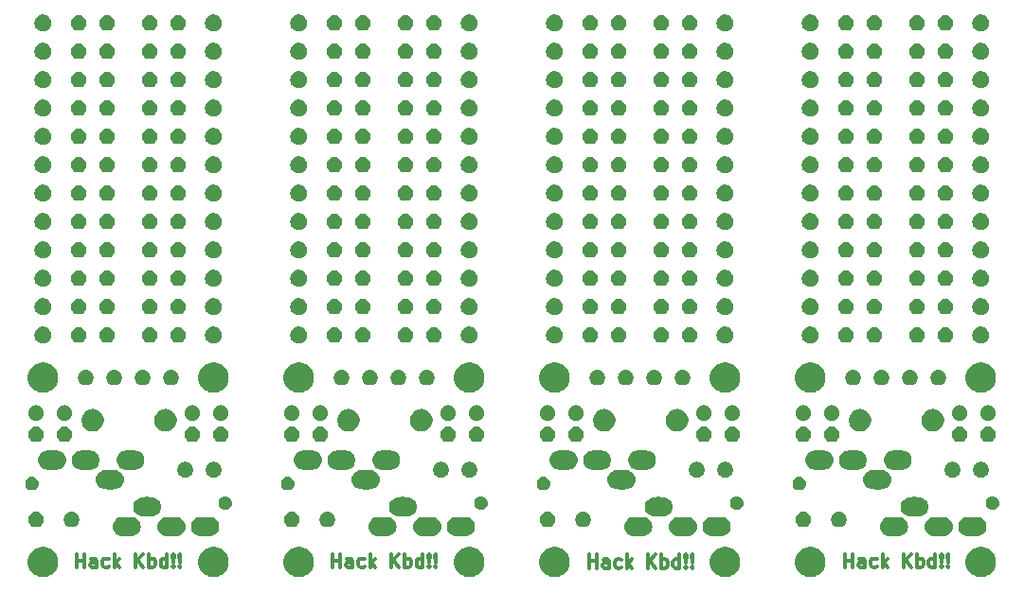
<source format=gts>
G04 #@! TF.GenerationSoftware,KiCad,Pcbnew,5.0.2-bee76a0~70~ubuntu18.04.1*
G04 #@! TF.CreationDate,2019-11-06T22:06:29+09:00*
G04 #@! TF.ProjectId,promicro-home_panel,70726f6d-6963-4726-9f2d-686f6d655f70,1*
G04 #@! TF.SameCoordinates,Original*
G04 #@! TF.FileFunction,Soldermask,Top*
G04 #@! TF.FilePolarity,Negative*
%FSLAX46Y46*%
G04 Gerber Fmt 4.6, Leading zero omitted, Abs format (unit mm)*
G04 Created by KiCad (PCBNEW 5.0.2-bee76a0~70~ubuntu18.04.1) date 2019年11月06日 22時06分29秒*
%MOMM*%
%LPD*%
G01*
G04 APERTURE LIST*
%ADD10C,0.300000*%
%ADD11C,0.150000*%
G04 APERTURE END LIST*
D10*
X161204944Y-97654747D02*
X161204944Y-96454747D01*
X161204944Y-97026175D02*
X161890658Y-97026175D01*
X161890658Y-97654747D02*
X161890658Y-96454747D01*
X162976372Y-97654747D02*
X162976372Y-97026175D01*
X162919229Y-96911890D01*
X162804944Y-96854747D01*
X162576372Y-96854747D01*
X162462086Y-96911890D01*
X162976372Y-97597604D02*
X162862086Y-97654747D01*
X162576372Y-97654747D01*
X162462086Y-97597604D01*
X162404944Y-97483318D01*
X162404944Y-97369032D01*
X162462086Y-97254747D01*
X162576372Y-97197604D01*
X162862086Y-97197604D01*
X162976372Y-97140461D01*
X164062086Y-97597604D02*
X163947801Y-97654747D01*
X163719229Y-97654747D01*
X163604944Y-97597604D01*
X163547801Y-97540461D01*
X163490658Y-97426175D01*
X163490658Y-97083318D01*
X163547801Y-96969032D01*
X163604944Y-96911890D01*
X163719229Y-96854747D01*
X163947801Y-96854747D01*
X164062086Y-96911890D01*
X164576372Y-97654747D02*
X164576372Y-96454747D01*
X164690658Y-97197604D02*
X165033515Y-97654747D01*
X165033515Y-96854747D02*
X164576372Y-97311890D01*
X166462086Y-97654747D02*
X166462086Y-96454747D01*
X167147801Y-97654747D02*
X166633515Y-96969032D01*
X167147801Y-96454747D02*
X166462086Y-97140461D01*
X167662086Y-97654747D02*
X167662086Y-96454747D01*
X167662086Y-96911890D02*
X167776372Y-96854747D01*
X168004944Y-96854747D01*
X168119229Y-96911890D01*
X168176372Y-96969032D01*
X168233515Y-97083318D01*
X168233515Y-97426175D01*
X168176372Y-97540461D01*
X168119229Y-97597604D01*
X168004944Y-97654747D01*
X167776372Y-97654747D01*
X167662086Y-97597604D01*
X169262086Y-97654747D02*
X169262086Y-96454747D01*
X169262086Y-97597604D02*
X169147801Y-97654747D01*
X168919229Y-97654747D01*
X168804944Y-97597604D01*
X168747801Y-97540461D01*
X168690658Y-97426175D01*
X168690658Y-97083318D01*
X168747801Y-96969032D01*
X168804944Y-96911890D01*
X168919229Y-96854747D01*
X169147801Y-96854747D01*
X169262086Y-96911890D01*
X169833515Y-97540461D02*
X169890658Y-97597604D01*
X169833515Y-97654747D01*
X169776372Y-97597604D01*
X169833515Y-97540461D01*
X169833515Y-97654747D01*
X169833515Y-97197604D02*
X169776372Y-96511890D01*
X169833515Y-96454747D01*
X169890658Y-96511890D01*
X169833515Y-97197604D01*
X169833515Y-96454747D01*
X170404944Y-97540461D02*
X170462086Y-97597604D01*
X170404944Y-97654747D01*
X170347801Y-97597604D01*
X170404944Y-97540461D01*
X170404944Y-97654747D01*
X170404944Y-97197604D02*
X170347801Y-96511890D01*
X170404944Y-96454747D01*
X170462086Y-96511890D01*
X170404944Y-97197604D01*
X170404944Y-96454747D01*
X138344944Y-97697857D02*
X138344944Y-96497857D01*
X138344944Y-97069285D02*
X139030658Y-97069285D01*
X139030658Y-97697857D02*
X139030658Y-96497857D01*
X140116372Y-97697857D02*
X140116372Y-97069285D01*
X140059229Y-96955000D01*
X139944944Y-96897857D01*
X139716372Y-96897857D01*
X139602086Y-96955000D01*
X140116372Y-97640714D02*
X140002086Y-97697857D01*
X139716372Y-97697857D01*
X139602086Y-97640714D01*
X139544944Y-97526428D01*
X139544944Y-97412142D01*
X139602086Y-97297857D01*
X139716372Y-97240714D01*
X140002086Y-97240714D01*
X140116372Y-97183571D01*
X141202086Y-97640714D02*
X141087801Y-97697857D01*
X140859229Y-97697857D01*
X140744944Y-97640714D01*
X140687801Y-97583571D01*
X140630658Y-97469285D01*
X140630658Y-97126428D01*
X140687801Y-97012142D01*
X140744944Y-96955000D01*
X140859229Y-96897857D01*
X141087801Y-96897857D01*
X141202086Y-96955000D01*
X141716372Y-97697857D02*
X141716372Y-96497857D01*
X141830658Y-97240714D02*
X142173515Y-97697857D01*
X142173515Y-96897857D02*
X141716372Y-97355000D01*
X143602086Y-97697857D02*
X143602086Y-96497857D01*
X144287801Y-97697857D02*
X143773515Y-97012142D01*
X144287801Y-96497857D02*
X143602086Y-97183571D01*
X144802086Y-97697857D02*
X144802086Y-96497857D01*
X144802086Y-96955000D02*
X144916372Y-96897857D01*
X145144944Y-96897857D01*
X145259229Y-96955000D01*
X145316372Y-97012142D01*
X145373515Y-97126428D01*
X145373515Y-97469285D01*
X145316372Y-97583571D01*
X145259229Y-97640714D01*
X145144944Y-97697857D01*
X144916372Y-97697857D01*
X144802086Y-97640714D01*
X146402086Y-97697857D02*
X146402086Y-96497857D01*
X146402086Y-97640714D02*
X146287801Y-97697857D01*
X146059229Y-97697857D01*
X145944944Y-97640714D01*
X145887801Y-97583571D01*
X145830658Y-97469285D01*
X145830658Y-97126428D01*
X145887801Y-97012142D01*
X145944944Y-96955000D01*
X146059229Y-96897857D01*
X146287801Y-96897857D01*
X146402086Y-96955000D01*
X146973515Y-97583571D02*
X147030658Y-97640714D01*
X146973515Y-97697857D01*
X146916372Y-97640714D01*
X146973515Y-97583571D01*
X146973515Y-97697857D01*
X146973515Y-97240714D02*
X146916372Y-96555000D01*
X146973515Y-96497857D01*
X147030658Y-96555000D01*
X146973515Y-97240714D01*
X146973515Y-96497857D01*
X147544944Y-97583571D02*
X147602086Y-97640714D01*
X147544944Y-97697857D01*
X147487801Y-97640714D01*
X147544944Y-97583571D01*
X147544944Y-97697857D01*
X147544944Y-97240714D02*
X147487801Y-96555000D01*
X147544944Y-96497857D01*
X147602086Y-96555000D01*
X147544944Y-97240714D01*
X147544944Y-96497857D01*
X115415000Y-97654747D02*
X115415000Y-96454747D01*
X115415000Y-97026175D02*
X116100714Y-97026175D01*
X116100714Y-97654747D02*
X116100714Y-96454747D01*
X117186428Y-97654747D02*
X117186428Y-97026175D01*
X117129285Y-96911890D01*
X117015000Y-96854747D01*
X116786428Y-96854747D01*
X116672142Y-96911890D01*
X117186428Y-97597604D02*
X117072142Y-97654747D01*
X116786428Y-97654747D01*
X116672142Y-97597604D01*
X116615000Y-97483318D01*
X116615000Y-97369032D01*
X116672142Y-97254747D01*
X116786428Y-97197604D01*
X117072142Y-97197604D01*
X117186428Y-97140461D01*
X118272142Y-97597604D02*
X118157857Y-97654747D01*
X117929285Y-97654747D01*
X117815000Y-97597604D01*
X117757857Y-97540461D01*
X117700714Y-97426175D01*
X117700714Y-97083318D01*
X117757857Y-96969032D01*
X117815000Y-96911890D01*
X117929285Y-96854747D01*
X118157857Y-96854747D01*
X118272142Y-96911890D01*
X118786428Y-97654747D02*
X118786428Y-96454747D01*
X118900714Y-97197604D02*
X119243571Y-97654747D01*
X119243571Y-96854747D02*
X118786428Y-97311890D01*
X120672142Y-97654747D02*
X120672142Y-96454747D01*
X121357857Y-97654747D02*
X120843571Y-96969032D01*
X121357857Y-96454747D02*
X120672142Y-97140461D01*
X121872142Y-97654747D02*
X121872142Y-96454747D01*
X121872142Y-96911890D02*
X121986428Y-96854747D01*
X122215000Y-96854747D01*
X122329285Y-96911890D01*
X122386428Y-96969032D01*
X122443571Y-97083318D01*
X122443571Y-97426175D01*
X122386428Y-97540461D01*
X122329285Y-97597604D01*
X122215000Y-97654747D01*
X121986428Y-97654747D01*
X121872142Y-97597604D01*
X123472142Y-97654747D02*
X123472142Y-96454747D01*
X123472142Y-97597604D02*
X123357857Y-97654747D01*
X123129285Y-97654747D01*
X123015000Y-97597604D01*
X122957857Y-97540461D01*
X122900714Y-97426175D01*
X122900714Y-97083318D01*
X122957857Y-96969032D01*
X123015000Y-96911890D01*
X123129285Y-96854747D01*
X123357857Y-96854747D01*
X123472142Y-96911890D01*
X124043571Y-97540461D02*
X124100714Y-97597604D01*
X124043571Y-97654747D01*
X123986428Y-97597604D01*
X124043571Y-97540461D01*
X124043571Y-97654747D01*
X124043571Y-97197604D02*
X123986428Y-96511890D01*
X124043571Y-96454747D01*
X124100714Y-96511890D01*
X124043571Y-97197604D01*
X124043571Y-96454747D01*
X124615000Y-97540461D02*
X124672142Y-97597604D01*
X124615000Y-97654747D01*
X124557857Y-97597604D01*
X124615000Y-97540461D01*
X124615000Y-97654747D01*
X124615000Y-97197604D02*
X124557857Y-96511890D01*
X124615000Y-96454747D01*
X124672142Y-96511890D01*
X124615000Y-97197604D01*
X124615000Y-96454747D01*
X92555000Y-97654747D02*
X92555000Y-96454747D01*
X92555000Y-97026175D02*
X93240714Y-97026175D01*
X93240714Y-97654747D02*
X93240714Y-96454747D01*
X94326428Y-97654747D02*
X94326428Y-97026175D01*
X94269285Y-96911890D01*
X94155000Y-96854747D01*
X93926428Y-96854747D01*
X93812142Y-96911890D01*
X94326428Y-97597604D02*
X94212142Y-97654747D01*
X93926428Y-97654747D01*
X93812142Y-97597604D01*
X93755000Y-97483318D01*
X93755000Y-97369032D01*
X93812142Y-97254747D01*
X93926428Y-97197604D01*
X94212142Y-97197604D01*
X94326428Y-97140461D01*
X95412142Y-97597604D02*
X95297857Y-97654747D01*
X95069285Y-97654747D01*
X94955000Y-97597604D01*
X94897857Y-97540461D01*
X94840714Y-97426175D01*
X94840714Y-97083318D01*
X94897857Y-96969032D01*
X94955000Y-96911890D01*
X95069285Y-96854747D01*
X95297857Y-96854747D01*
X95412142Y-96911890D01*
X95926428Y-97654747D02*
X95926428Y-96454747D01*
X96040714Y-97197604D02*
X96383571Y-97654747D01*
X96383571Y-96854747D02*
X95926428Y-97311890D01*
X97812142Y-97654747D02*
X97812142Y-96454747D01*
X98497857Y-97654747D02*
X97983571Y-96969032D01*
X98497857Y-96454747D02*
X97812142Y-97140461D01*
X99012142Y-97654747D02*
X99012142Y-96454747D01*
X99012142Y-96911890D02*
X99126428Y-96854747D01*
X99355000Y-96854747D01*
X99469285Y-96911890D01*
X99526428Y-96969032D01*
X99583571Y-97083318D01*
X99583571Y-97426175D01*
X99526428Y-97540461D01*
X99469285Y-97597604D01*
X99355000Y-97654747D01*
X99126428Y-97654747D01*
X99012142Y-97597604D01*
X100612142Y-97654747D02*
X100612142Y-96454747D01*
X100612142Y-97597604D02*
X100497857Y-97654747D01*
X100269285Y-97654747D01*
X100155000Y-97597604D01*
X100097857Y-97540461D01*
X100040714Y-97426175D01*
X100040714Y-97083318D01*
X100097857Y-96969032D01*
X100155000Y-96911890D01*
X100269285Y-96854747D01*
X100497857Y-96854747D01*
X100612142Y-96911890D01*
X101183571Y-97540461D02*
X101240714Y-97597604D01*
X101183571Y-97654747D01*
X101126428Y-97597604D01*
X101183571Y-97540461D01*
X101183571Y-97654747D01*
X101183571Y-97197604D02*
X101126428Y-96511890D01*
X101183571Y-96454747D01*
X101240714Y-96511890D01*
X101183571Y-97197604D01*
X101183571Y-96454747D01*
X101755000Y-97540461D02*
X101812142Y-97597604D01*
X101755000Y-97654747D01*
X101697857Y-97597604D01*
X101755000Y-97540461D01*
X101755000Y-97654747D01*
X101755000Y-97197604D02*
X101697857Y-96511890D01*
X101755000Y-96454747D01*
X101812142Y-96511890D01*
X101755000Y-97197604D01*
X101755000Y-96454747D01*
D11*
G36*
X89928778Y-95856879D02*
X90174466Y-95958646D01*
X90395578Y-96106389D01*
X90583611Y-96294422D01*
X90731354Y-96515534D01*
X90833121Y-96761222D01*
X90885000Y-97022035D01*
X90885000Y-97287965D01*
X90833121Y-97548778D01*
X90731354Y-97794466D01*
X90583611Y-98015578D01*
X90395578Y-98203611D01*
X90174466Y-98351354D01*
X89928778Y-98453121D01*
X89667965Y-98505000D01*
X89402035Y-98505000D01*
X89141222Y-98453121D01*
X88895534Y-98351354D01*
X88674422Y-98203611D01*
X88486389Y-98015578D01*
X88338646Y-97794466D01*
X88236879Y-97548778D01*
X88185000Y-97287965D01*
X88185000Y-97022035D01*
X88236879Y-96761222D01*
X88338646Y-96515534D01*
X88486389Y-96294422D01*
X88674422Y-96106389D01*
X88895534Y-95958646D01*
X89141222Y-95856879D01*
X89402035Y-95805000D01*
X89667965Y-95805000D01*
X89928778Y-95856879D01*
X89928778Y-95856879D01*
G37*
G36*
X105168778Y-95856879D02*
X105414466Y-95958646D01*
X105635578Y-96106389D01*
X105823611Y-96294422D01*
X105971354Y-96515534D01*
X106073121Y-96761222D01*
X106125000Y-97022035D01*
X106125000Y-97287965D01*
X106073121Y-97548778D01*
X105971354Y-97794466D01*
X105823611Y-98015578D01*
X105635578Y-98203611D01*
X105414466Y-98351354D01*
X105168778Y-98453121D01*
X104907965Y-98505000D01*
X104642035Y-98505000D01*
X104381222Y-98453121D01*
X104135534Y-98351354D01*
X103914422Y-98203611D01*
X103726389Y-98015578D01*
X103578646Y-97794466D01*
X103476879Y-97548778D01*
X103425000Y-97287965D01*
X103425000Y-97022035D01*
X103476879Y-96761222D01*
X103578646Y-96515534D01*
X103726389Y-96294422D01*
X103914422Y-96106389D01*
X104135534Y-95958646D01*
X104381222Y-95856879D01*
X104642035Y-95805000D01*
X104907965Y-95805000D01*
X105168778Y-95856879D01*
X105168778Y-95856879D01*
G37*
G36*
X112788778Y-95856879D02*
X113034466Y-95958646D01*
X113255578Y-96106389D01*
X113443611Y-96294422D01*
X113591354Y-96515534D01*
X113693121Y-96761222D01*
X113745000Y-97022035D01*
X113745000Y-97287965D01*
X113693121Y-97548778D01*
X113591354Y-97794466D01*
X113443611Y-98015578D01*
X113255578Y-98203611D01*
X113034466Y-98351354D01*
X112788778Y-98453121D01*
X112527965Y-98505000D01*
X112262035Y-98505000D01*
X112001222Y-98453121D01*
X111755534Y-98351354D01*
X111534422Y-98203611D01*
X111346389Y-98015578D01*
X111198646Y-97794466D01*
X111096879Y-97548778D01*
X111045000Y-97287965D01*
X111045000Y-97022035D01*
X111096879Y-96761222D01*
X111198646Y-96515534D01*
X111346389Y-96294422D01*
X111534422Y-96106389D01*
X111755534Y-95958646D01*
X112001222Y-95856879D01*
X112262035Y-95805000D01*
X112527965Y-95805000D01*
X112788778Y-95856879D01*
X112788778Y-95856879D01*
G37*
G36*
X128028778Y-95856879D02*
X128274466Y-95958646D01*
X128495578Y-96106389D01*
X128683611Y-96294422D01*
X128831354Y-96515534D01*
X128933121Y-96761222D01*
X128985000Y-97022035D01*
X128985000Y-97287965D01*
X128933121Y-97548778D01*
X128831354Y-97794466D01*
X128683611Y-98015578D01*
X128495578Y-98203611D01*
X128274466Y-98351354D01*
X128028778Y-98453121D01*
X127767965Y-98505000D01*
X127502035Y-98505000D01*
X127241222Y-98453121D01*
X126995534Y-98351354D01*
X126774422Y-98203611D01*
X126586389Y-98015578D01*
X126438646Y-97794466D01*
X126336879Y-97548778D01*
X126285000Y-97287965D01*
X126285000Y-97022035D01*
X126336879Y-96761222D01*
X126438646Y-96515534D01*
X126586389Y-96294422D01*
X126774422Y-96106389D01*
X126995534Y-95958646D01*
X127241222Y-95856879D01*
X127502035Y-95805000D01*
X127767965Y-95805000D01*
X128028778Y-95856879D01*
X128028778Y-95856879D01*
G37*
G36*
X150888778Y-95856879D02*
X151134466Y-95958646D01*
X151355578Y-96106389D01*
X151543611Y-96294422D01*
X151691354Y-96515534D01*
X151793121Y-96761222D01*
X151845000Y-97022035D01*
X151845000Y-97287965D01*
X151793121Y-97548778D01*
X151691354Y-97794466D01*
X151543611Y-98015578D01*
X151355578Y-98203611D01*
X151134466Y-98351354D01*
X150888778Y-98453121D01*
X150627965Y-98505000D01*
X150362035Y-98505000D01*
X150101222Y-98453121D01*
X149855534Y-98351354D01*
X149634422Y-98203611D01*
X149446389Y-98015578D01*
X149298646Y-97794466D01*
X149196879Y-97548778D01*
X149145000Y-97287965D01*
X149145000Y-97022035D01*
X149196879Y-96761222D01*
X149298646Y-96515534D01*
X149446389Y-96294422D01*
X149634422Y-96106389D01*
X149855534Y-95958646D01*
X150101222Y-95856879D01*
X150362035Y-95805000D01*
X150627965Y-95805000D01*
X150888778Y-95856879D01*
X150888778Y-95856879D01*
G37*
G36*
X135648778Y-95856879D02*
X135894466Y-95958646D01*
X136115578Y-96106389D01*
X136303611Y-96294422D01*
X136451354Y-96515534D01*
X136553121Y-96761222D01*
X136605000Y-97022035D01*
X136605000Y-97287965D01*
X136553121Y-97548778D01*
X136451354Y-97794466D01*
X136303611Y-98015578D01*
X136115578Y-98203611D01*
X135894466Y-98351354D01*
X135648778Y-98453121D01*
X135387965Y-98505000D01*
X135122035Y-98505000D01*
X134861222Y-98453121D01*
X134615534Y-98351354D01*
X134394422Y-98203611D01*
X134206389Y-98015578D01*
X134058646Y-97794466D01*
X133956879Y-97548778D01*
X133905000Y-97287965D01*
X133905000Y-97022035D01*
X133956879Y-96761222D01*
X134058646Y-96515534D01*
X134206389Y-96294422D01*
X134394422Y-96106389D01*
X134615534Y-95958646D01*
X134861222Y-95856879D01*
X135122035Y-95805000D01*
X135387965Y-95805000D01*
X135648778Y-95856879D01*
X135648778Y-95856879D01*
G37*
G36*
X173748778Y-95856879D02*
X173994466Y-95958646D01*
X174215578Y-96106389D01*
X174403611Y-96294422D01*
X174551354Y-96515534D01*
X174653121Y-96761222D01*
X174705000Y-97022035D01*
X174705000Y-97287965D01*
X174653121Y-97548778D01*
X174551354Y-97794466D01*
X174403611Y-98015578D01*
X174215578Y-98203611D01*
X173994466Y-98351354D01*
X173748778Y-98453121D01*
X173487965Y-98505000D01*
X173222035Y-98505000D01*
X172961222Y-98453121D01*
X172715534Y-98351354D01*
X172494422Y-98203611D01*
X172306389Y-98015578D01*
X172158646Y-97794466D01*
X172056879Y-97548778D01*
X172005000Y-97287965D01*
X172005000Y-97022035D01*
X172056879Y-96761222D01*
X172158646Y-96515534D01*
X172306389Y-96294422D01*
X172494422Y-96106389D01*
X172715534Y-95958646D01*
X172961222Y-95856879D01*
X173222035Y-95805000D01*
X173487965Y-95805000D01*
X173748778Y-95856879D01*
X173748778Y-95856879D01*
G37*
G36*
X158508778Y-95856879D02*
X158754466Y-95958646D01*
X158975578Y-96106389D01*
X159163611Y-96294422D01*
X159311354Y-96515534D01*
X159413121Y-96761222D01*
X159465000Y-97022035D01*
X159465000Y-97287965D01*
X159413121Y-97548778D01*
X159311354Y-97794466D01*
X159163611Y-98015578D01*
X158975578Y-98203611D01*
X158754466Y-98351354D01*
X158508778Y-98453121D01*
X158247965Y-98505000D01*
X157982035Y-98505000D01*
X157721222Y-98453121D01*
X157475534Y-98351354D01*
X157254422Y-98203611D01*
X157066389Y-98015578D01*
X156918646Y-97794466D01*
X156816879Y-97548778D01*
X156765000Y-97287965D01*
X156765000Y-97022035D01*
X156816879Y-96761222D01*
X156918646Y-96515534D01*
X157066389Y-96294422D01*
X157254422Y-96106389D01*
X157475534Y-95958646D01*
X157721222Y-95856879D01*
X157982035Y-95805000D01*
X158247965Y-95805000D01*
X158508778Y-95856879D01*
X158508778Y-95856879D01*
G37*
G36*
X143301630Y-93142299D02*
X143461855Y-93190903D01*
X143609520Y-93269831D01*
X143738949Y-93376051D01*
X143845169Y-93505480D01*
X143924097Y-93653145D01*
X143972701Y-93813370D01*
X143989112Y-93980000D01*
X143972701Y-94146630D01*
X143924097Y-94306855D01*
X143845169Y-94454520D01*
X143738949Y-94583949D01*
X143609520Y-94690169D01*
X143461855Y-94769097D01*
X143301630Y-94817701D01*
X143176752Y-94830000D01*
X142293248Y-94830000D01*
X142168370Y-94817701D01*
X142008145Y-94769097D01*
X141860480Y-94690169D01*
X141731051Y-94583949D01*
X141624831Y-94454520D01*
X141545903Y-94306855D01*
X141497299Y-94146630D01*
X141480888Y-93980000D01*
X141497299Y-93813370D01*
X141545903Y-93653145D01*
X141624831Y-93505480D01*
X141731051Y-93376051D01*
X141860480Y-93269831D01*
X142008145Y-93190903D01*
X142168370Y-93142299D01*
X142293248Y-93130000D01*
X143176752Y-93130000D01*
X143301630Y-93142299D01*
X143301630Y-93142299D01*
G37*
G36*
X173161630Y-93142299D02*
X173321855Y-93190903D01*
X173469520Y-93269831D01*
X173598949Y-93376051D01*
X173705169Y-93505480D01*
X173784097Y-93653145D01*
X173832701Y-93813370D01*
X173849112Y-93980000D01*
X173832701Y-94146630D01*
X173784097Y-94306855D01*
X173705169Y-94454520D01*
X173598949Y-94583949D01*
X173469520Y-94690169D01*
X173321855Y-94769097D01*
X173161630Y-94817701D01*
X173036752Y-94830000D01*
X172153248Y-94830000D01*
X172028370Y-94817701D01*
X171868145Y-94769097D01*
X171720480Y-94690169D01*
X171591051Y-94583949D01*
X171484831Y-94454520D01*
X171405903Y-94306855D01*
X171357299Y-94146630D01*
X171340888Y-93980000D01*
X171357299Y-93813370D01*
X171405903Y-93653145D01*
X171484831Y-93505480D01*
X171591051Y-93376051D01*
X171720480Y-93269831D01*
X171868145Y-93190903D01*
X172028370Y-93142299D01*
X172153248Y-93130000D01*
X173036752Y-93130000D01*
X173161630Y-93142299D01*
X173161630Y-93142299D01*
G37*
G36*
X170161630Y-93142299D02*
X170321855Y-93190903D01*
X170469520Y-93269831D01*
X170598949Y-93376051D01*
X170705169Y-93505480D01*
X170784097Y-93653145D01*
X170832701Y-93813370D01*
X170849112Y-93980000D01*
X170832701Y-94146630D01*
X170784097Y-94306855D01*
X170705169Y-94454520D01*
X170598949Y-94583949D01*
X170469520Y-94690169D01*
X170321855Y-94769097D01*
X170161630Y-94817701D01*
X170036752Y-94830000D01*
X169153248Y-94830000D01*
X169028370Y-94817701D01*
X168868145Y-94769097D01*
X168720480Y-94690169D01*
X168591051Y-94583949D01*
X168484831Y-94454520D01*
X168405903Y-94306855D01*
X168357299Y-94146630D01*
X168340888Y-93980000D01*
X168357299Y-93813370D01*
X168405903Y-93653145D01*
X168484831Y-93505480D01*
X168591051Y-93376051D01*
X168720480Y-93269831D01*
X168868145Y-93190903D01*
X169028370Y-93142299D01*
X169153248Y-93130000D01*
X170036752Y-93130000D01*
X170161630Y-93142299D01*
X170161630Y-93142299D01*
G37*
G36*
X150301630Y-93142299D02*
X150461855Y-93190903D01*
X150609520Y-93269831D01*
X150738949Y-93376051D01*
X150845169Y-93505480D01*
X150924097Y-93653145D01*
X150972701Y-93813370D01*
X150989112Y-93980000D01*
X150972701Y-94146630D01*
X150924097Y-94306855D01*
X150845169Y-94454520D01*
X150738949Y-94583949D01*
X150609520Y-94690169D01*
X150461855Y-94769097D01*
X150301630Y-94817701D01*
X150176752Y-94830000D01*
X149293248Y-94830000D01*
X149168370Y-94817701D01*
X149008145Y-94769097D01*
X148860480Y-94690169D01*
X148731051Y-94583949D01*
X148624831Y-94454520D01*
X148545903Y-94306855D01*
X148497299Y-94146630D01*
X148480888Y-93980000D01*
X148497299Y-93813370D01*
X148545903Y-93653145D01*
X148624831Y-93505480D01*
X148731051Y-93376051D01*
X148860480Y-93269831D01*
X149008145Y-93190903D01*
X149168370Y-93142299D01*
X149293248Y-93130000D01*
X150176752Y-93130000D01*
X150301630Y-93142299D01*
X150301630Y-93142299D01*
G37*
G36*
X147301630Y-93142299D02*
X147461855Y-93190903D01*
X147609520Y-93269831D01*
X147738949Y-93376051D01*
X147845169Y-93505480D01*
X147924097Y-93653145D01*
X147972701Y-93813370D01*
X147989112Y-93980000D01*
X147972701Y-94146630D01*
X147924097Y-94306855D01*
X147845169Y-94454520D01*
X147738949Y-94583949D01*
X147609520Y-94690169D01*
X147461855Y-94769097D01*
X147301630Y-94817701D01*
X147176752Y-94830000D01*
X146293248Y-94830000D01*
X146168370Y-94817701D01*
X146008145Y-94769097D01*
X145860480Y-94690169D01*
X145731051Y-94583949D01*
X145624831Y-94454520D01*
X145545903Y-94306855D01*
X145497299Y-94146630D01*
X145480888Y-93980000D01*
X145497299Y-93813370D01*
X145545903Y-93653145D01*
X145624831Y-93505480D01*
X145731051Y-93376051D01*
X145860480Y-93269831D01*
X146008145Y-93190903D01*
X146168370Y-93142299D01*
X146293248Y-93130000D01*
X147176752Y-93130000D01*
X147301630Y-93142299D01*
X147301630Y-93142299D01*
G37*
G36*
X127441630Y-93142299D02*
X127601855Y-93190903D01*
X127749520Y-93269831D01*
X127878949Y-93376051D01*
X127985169Y-93505480D01*
X128064097Y-93653145D01*
X128112701Y-93813370D01*
X128129112Y-93980000D01*
X128112701Y-94146630D01*
X128064097Y-94306855D01*
X127985169Y-94454520D01*
X127878949Y-94583949D01*
X127749520Y-94690169D01*
X127601855Y-94769097D01*
X127441630Y-94817701D01*
X127316752Y-94830000D01*
X126433248Y-94830000D01*
X126308370Y-94817701D01*
X126148145Y-94769097D01*
X126000480Y-94690169D01*
X125871051Y-94583949D01*
X125764831Y-94454520D01*
X125685903Y-94306855D01*
X125637299Y-94146630D01*
X125620888Y-93980000D01*
X125637299Y-93813370D01*
X125685903Y-93653145D01*
X125764831Y-93505480D01*
X125871051Y-93376051D01*
X126000480Y-93269831D01*
X126148145Y-93190903D01*
X126308370Y-93142299D01*
X126433248Y-93130000D01*
X127316752Y-93130000D01*
X127441630Y-93142299D01*
X127441630Y-93142299D01*
G37*
G36*
X124441630Y-93142299D02*
X124601855Y-93190903D01*
X124749520Y-93269831D01*
X124878949Y-93376051D01*
X124985169Y-93505480D01*
X125064097Y-93653145D01*
X125112701Y-93813370D01*
X125129112Y-93980000D01*
X125112701Y-94146630D01*
X125064097Y-94306855D01*
X124985169Y-94454520D01*
X124878949Y-94583949D01*
X124749520Y-94690169D01*
X124601855Y-94769097D01*
X124441630Y-94817701D01*
X124316752Y-94830000D01*
X123433248Y-94830000D01*
X123308370Y-94817701D01*
X123148145Y-94769097D01*
X123000480Y-94690169D01*
X122871051Y-94583949D01*
X122764831Y-94454520D01*
X122685903Y-94306855D01*
X122637299Y-94146630D01*
X122620888Y-93980000D01*
X122637299Y-93813370D01*
X122685903Y-93653145D01*
X122764831Y-93505480D01*
X122871051Y-93376051D01*
X123000480Y-93269831D01*
X123148145Y-93190903D01*
X123308370Y-93142299D01*
X123433248Y-93130000D01*
X124316752Y-93130000D01*
X124441630Y-93142299D01*
X124441630Y-93142299D01*
G37*
G36*
X120441630Y-93142299D02*
X120601855Y-93190903D01*
X120749520Y-93269831D01*
X120878949Y-93376051D01*
X120985169Y-93505480D01*
X121064097Y-93653145D01*
X121112701Y-93813370D01*
X121129112Y-93980000D01*
X121112701Y-94146630D01*
X121064097Y-94306855D01*
X120985169Y-94454520D01*
X120878949Y-94583949D01*
X120749520Y-94690169D01*
X120601855Y-94769097D01*
X120441630Y-94817701D01*
X120316752Y-94830000D01*
X119433248Y-94830000D01*
X119308370Y-94817701D01*
X119148145Y-94769097D01*
X119000480Y-94690169D01*
X118871051Y-94583949D01*
X118764831Y-94454520D01*
X118685903Y-94306855D01*
X118637299Y-94146630D01*
X118620888Y-93980000D01*
X118637299Y-93813370D01*
X118685903Y-93653145D01*
X118764831Y-93505480D01*
X118871051Y-93376051D01*
X119000480Y-93269831D01*
X119148145Y-93190903D01*
X119308370Y-93142299D01*
X119433248Y-93130000D01*
X120316752Y-93130000D01*
X120441630Y-93142299D01*
X120441630Y-93142299D01*
G37*
G36*
X97581630Y-93142299D02*
X97741855Y-93190903D01*
X97889520Y-93269831D01*
X98018949Y-93376051D01*
X98125169Y-93505480D01*
X98204097Y-93653145D01*
X98252701Y-93813370D01*
X98269112Y-93980000D01*
X98252701Y-94146630D01*
X98204097Y-94306855D01*
X98125169Y-94454520D01*
X98018949Y-94583949D01*
X97889520Y-94690169D01*
X97741855Y-94769097D01*
X97581630Y-94817701D01*
X97456752Y-94830000D01*
X96573248Y-94830000D01*
X96448370Y-94817701D01*
X96288145Y-94769097D01*
X96140480Y-94690169D01*
X96011051Y-94583949D01*
X95904831Y-94454520D01*
X95825903Y-94306855D01*
X95777299Y-94146630D01*
X95760888Y-93980000D01*
X95777299Y-93813370D01*
X95825903Y-93653145D01*
X95904831Y-93505480D01*
X96011051Y-93376051D01*
X96140480Y-93269831D01*
X96288145Y-93190903D01*
X96448370Y-93142299D01*
X96573248Y-93130000D01*
X97456752Y-93130000D01*
X97581630Y-93142299D01*
X97581630Y-93142299D01*
G37*
G36*
X101581630Y-93142299D02*
X101741855Y-93190903D01*
X101889520Y-93269831D01*
X102018949Y-93376051D01*
X102125169Y-93505480D01*
X102204097Y-93653145D01*
X102252701Y-93813370D01*
X102269112Y-93980000D01*
X102252701Y-94146630D01*
X102204097Y-94306855D01*
X102125169Y-94454520D01*
X102018949Y-94583949D01*
X101889520Y-94690169D01*
X101741855Y-94769097D01*
X101581630Y-94817701D01*
X101456752Y-94830000D01*
X100573248Y-94830000D01*
X100448370Y-94817701D01*
X100288145Y-94769097D01*
X100140480Y-94690169D01*
X100011051Y-94583949D01*
X99904831Y-94454520D01*
X99825903Y-94306855D01*
X99777299Y-94146630D01*
X99760888Y-93980000D01*
X99777299Y-93813370D01*
X99825903Y-93653145D01*
X99904831Y-93505480D01*
X100011051Y-93376051D01*
X100140480Y-93269831D01*
X100288145Y-93190903D01*
X100448370Y-93142299D01*
X100573248Y-93130000D01*
X101456752Y-93130000D01*
X101581630Y-93142299D01*
X101581630Y-93142299D01*
G37*
G36*
X166161630Y-93142299D02*
X166321855Y-93190903D01*
X166469520Y-93269831D01*
X166598949Y-93376051D01*
X166705169Y-93505480D01*
X166784097Y-93653145D01*
X166832701Y-93813370D01*
X166849112Y-93980000D01*
X166832701Y-94146630D01*
X166784097Y-94306855D01*
X166705169Y-94454520D01*
X166598949Y-94583949D01*
X166469520Y-94690169D01*
X166321855Y-94769097D01*
X166161630Y-94817701D01*
X166036752Y-94830000D01*
X165153248Y-94830000D01*
X165028370Y-94817701D01*
X164868145Y-94769097D01*
X164720480Y-94690169D01*
X164591051Y-94583949D01*
X164484831Y-94454520D01*
X164405903Y-94306855D01*
X164357299Y-94146630D01*
X164340888Y-93980000D01*
X164357299Y-93813370D01*
X164405903Y-93653145D01*
X164484831Y-93505480D01*
X164591051Y-93376051D01*
X164720480Y-93269831D01*
X164868145Y-93190903D01*
X165028370Y-93142299D01*
X165153248Y-93130000D01*
X166036752Y-93130000D01*
X166161630Y-93142299D01*
X166161630Y-93142299D01*
G37*
G36*
X104581630Y-93142299D02*
X104741855Y-93190903D01*
X104889520Y-93269831D01*
X105018949Y-93376051D01*
X105125169Y-93505480D01*
X105204097Y-93653145D01*
X105252701Y-93813370D01*
X105269112Y-93980000D01*
X105252701Y-94146630D01*
X105204097Y-94306855D01*
X105125169Y-94454520D01*
X105018949Y-94583949D01*
X104889520Y-94690169D01*
X104741855Y-94769097D01*
X104581630Y-94817701D01*
X104456752Y-94830000D01*
X103573248Y-94830000D01*
X103448370Y-94817701D01*
X103288145Y-94769097D01*
X103140480Y-94690169D01*
X103011051Y-94583949D01*
X102904831Y-94454520D01*
X102825903Y-94306855D01*
X102777299Y-94146630D01*
X102760888Y-93980000D01*
X102777299Y-93813370D01*
X102825903Y-93653145D01*
X102904831Y-93505480D01*
X103011051Y-93376051D01*
X103140480Y-93269831D01*
X103288145Y-93190903D01*
X103448370Y-93142299D01*
X103573248Y-93130000D01*
X104456752Y-93130000D01*
X104581630Y-93142299D01*
X104581630Y-93142299D01*
G37*
G36*
X160858745Y-92673342D02*
X160985863Y-92725996D01*
X161100271Y-92802441D01*
X161197559Y-92899729D01*
X161274004Y-93014137D01*
X161326658Y-93141255D01*
X161353500Y-93276202D01*
X161353500Y-93413798D01*
X161326658Y-93548745D01*
X161274004Y-93675863D01*
X161197559Y-93790271D01*
X161100271Y-93887559D01*
X160985863Y-93964004D01*
X160858745Y-94016658D01*
X160723798Y-94043500D01*
X160586202Y-94043500D01*
X160451255Y-94016658D01*
X160324137Y-93964004D01*
X160209729Y-93887559D01*
X160112441Y-93790271D01*
X160035996Y-93675863D01*
X159983342Y-93548745D01*
X159956500Y-93413798D01*
X159956500Y-93276202D01*
X159983342Y-93141255D01*
X160035996Y-93014137D01*
X160112441Y-92899729D01*
X160209729Y-92802441D01*
X160324137Y-92725996D01*
X160451255Y-92673342D01*
X160586202Y-92646500D01*
X160723798Y-92646500D01*
X160858745Y-92673342D01*
X160858745Y-92673342D01*
G37*
G36*
X115138745Y-92673342D02*
X115265863Y-92725996D01*
X115380271Y-92802441D01*
X115477559Y-92899729D01*
X115554004Y-93014137D01*
X115606658Y-93141255D01*
X115633500Y-93276202D01*
X115633500Y-93413798D01*
X115606658Y-93548745D01*
X115554004Y-93675863D01*
X115477559Y-93790271D01*
X115380271Y-93887559D01*
X115265863Y-93964004D01*
X115138745Y-94016658D01*
X115003798Y-94043500D01*
X114866202Y-94043500D01*
X114731255Y-94016658D01*
X114604137Y-93964004D01*
X114489729Y-93887559D01*
X114392441Y-93790271D01*
X114315996Y-93675863D01*
X114263342Y-93548745D01*
X114236500Y-93413798D01*
X114236500Y-93276202D01*
X114263342Y-93141255D01*
X114315996Y-93014137D01*
X114392441Y-92899729D01*
X114489729Y-92802441D01*
X114604137Y-92725996D01*
X114731255Y-92673342D01*
X114866202Y-92646500D01*
X115003798Y-92646500D01*
X115138745Y-92673342D01*
X115138745Y-92673342D01*
G37*
G36*
X111963745Y-92673342D02*
X112090863Y-92725996D01*
X112205271Y-92802441D01*
X112302559Y-92899729D01*
X112379004Y-93014137D01*
X112431658Y-93141255D01*
X112458500Y-93276202D01*
X112458500Y-93413798D01*
X112431658Y-93548745D01*
X112379004Y-93675863D01*
X112302559Y-93790271D01*
X112205271Y-93887559D01*
X112090863Y-93964004D01*
X111963745Y-94016658D01*
X111828798Y-94043500D01*
X111691202Y-94043500D01*
X111556255Y-94016658D01*
X111429137Y-93964004D01*
X111314729Y-93887559D01*
X111217441Y-93790271D01*
X111140996Y-93675863D01*
X111088342Y-93548745D01*
X111061500Y-93413798D01*
X111061500Y-93276202D01*
X111088342Y-93141255D01*
X111140996Y-93014137D01*
X111217441Y-92899729D01*
X111314729Y-92802441D01*
X111429137Y-92725996D01*
X111556255Y-92673342D01*
X111691202Y-92646500D01*
X111828798Y-92646500D01*
X111963745Y-92673342D01*
X111963745Y-92673342D01*
G37*
G36*
X134823745Y-92673342D02*
X134950863Y-92725996D01*
X135065271Y-92802441D01*
X135162559Y-92899729D01*
X135239004Y-93014137D01*
X135291658Y-93141255D01*
X135318500Y-93276202D01*
X135318500Y-93413798D01*
X135291658Y-93548745D01*
X135239004Y-93675863D01*
X135162559Y-93790271D01*
X135065271Y-93887559D01*
X134950863Y-93964004D01*
X134823745Y-94016658D01*
X134688798Y-94043500D01*
X134551202Y-94043500D01*
X134416255Y-94016658D01*
X134289137Y-93964004D01*
X134174729Y-93887559D01*
X134077441Y-93790271D01*
X134000996Y-93675863D01*
X133948342Y-93548745D01*
X133921500Y-93413798D01*
X133921500Y-93276202D01*
X133948342Y-93141255D01*
X134000996Y-93014137D01*
X134077441Y-92899729D01*
X134174729Y-92802441D01*
X134289137Y-92725996D01*
X134416255Y-92673342D01*
X134551202Y-92646500D01*
X134688798Y-92646500D01*
X134823745Y-92673342D01*
X134823745Y-92673342D01*
G37*
G36*
X92278745Y-92673342D02*
X92405863Y-92725996D01*
X92520271Y-92802441D01*
X92617559Y-92899729D01*
X92694004Y-93014137D01*
X92746658Y-93141255D01*
X92773500Y-93276202D01*
X92773500Y-93413798D01*
X92746658Y-93548745D01*
X92694004Y-93675863D01*
X92617559Y-93790271D01*
X92520271Y-93887559D01*
X92405863Y-93964004D01*
X92278745Y-94016658D01*
X92143798Y-94043500D01*
X92006202Y-94043500D01*
X91871255Y-94016658D01*
X91744137Y-93964004D01*
X91629729Y-93887559D01*
X91532441Y-93790271D01*
X91455996Y-93675863D01*
X91403342Y-93548745D01*
X91376500Y-93413798D01*
X91376500Y-93276202D01*
X91403342Y-93141255D01*
X91455996Y-93014137D01*
X91532441Y-92899729D01*
X91629729Y-92802441D01*
X91744137Y-92725996D01*
X91871255Y-92673342D01*
X92006202Y-92646500D01*
X92143798Y-92646500D01*
X92278745Y-92673342D01*
X92278745Y-92673342D01*
G37*
G36*
X89103745Y-92673342D02*
X89230863Y-92725996D01*
X89345271Y-92802441D01*
X89442559Y-92899729D01*
X89519004Y-93014137D01*
X89571658Y-93141255D01*
X89598500Y-93276202D01*
X89598500Y-93413798D01*
X89571658Y-93548745D01*
X89519004Y-93675863D01*
X89442559Y-93790271D01*
X89345271Y-93887559D01*
X89230863Y-93964004D01*
X89103745Y-94016658D01*
X88968798Y-94043500D01*
X88831202Y-94043500D01*
X88696255Y-94016658D01*
X88569137Y-93964004D01*
X88454729Y-93887559D01*
X88357441Y-93790271D01*
X88280996Y-93675863D01*
X88228342Y-93548745D01*
X88201500Y-93413798D01*
X88201500Y-93276202D01*
X88228342Y-93141255D01*
X88280996Y-93014137D01*
X88357441Y-92899729D01*
X88454729Y-92802441D01*
X88569137Y-92725996D01*
X88696255Y-92673342D01*
X88831202Y-92646500D01*
X88968798Y-92646500D01*
X89103745Y-92673342D01*
X89103745Y-92673342D01*
G37*
G36*
X157683745Y-92673342D02*
X157810863Y-92725996D01*
X157925271Y-92802441D01*
X158022559Y-92899729D01*
X158099004Y-93014137D01*
X158151658Y-93141255D01*
X158178500Y-93276202D01*
X158178500Y-93413798D01*
X158151658Y-93548745D01*
X158099004Y-93675863D01*
X158022559Y-93790271D01*
X157925271Y-93887559D01*
X157810863Y-93964004D01*
X157683745Y-94016658D01*
X157548798Y-94043500D01*
X157411202Y-94043500D01*
X157276255Y-94016658D01*
X157149137Y-93964004D01*
X157034729Y-93887559D01*
X156937441Y-93790271D01*
X156860996Y-93675863D01*
X156808342Y-93548745D01*
X156781500Y-93413798D01*
X156781500Y-93276202D01*
X156808342Y-93141255D01*
X156860996Y-93014137D01*
X156937441Y-92899729D01*
X157034729Y-92802441D01*
X157149137Y-92725996D01*
X157276255Y-92673342D01*
X157411202Y-92646500D01*
X157548798Y-92646500D01*
X157683745Y-92673342D01*
X157683745Y-92673342D01*
G37*
G36*
X137998745Y-92673342D02*
X138125863Y-92725996D01*
X138240271Y-92802441D01*
X138337559Y-92899729D01*
X138414004Y-93014137D01*
X138466658Y-93141255D01*
X138493500Y-93276202D01*
X138493500Y-93413798D01*
X138466658Y-93548745D01*
X138414004Y-93675863D01*
X138337559Y-93790271D01*
X138240271Y-93887559D01*
X138125863Y-93964004D01*
X137998745Y-94016658D01*
X137863798Y-94043500D01*
X137726202Y-94043500D01*
X137591255Y-94016658D01*
X137464137Y-93964004D01*
X137349729Y-93887559D01*
X137252441Y-93790271D01*
X137175996Y-93675863D01*
X137123342Y-93548745D01*
X137096500Y-93413798D01*
X137096500Y-93276202D01*
X137123342Y-93141255D01*
X137175996Y-93014137D01*
X137252441Y-92899729D01*
X137349729Y-92802441D01*
X137464137Y-92725996D01*
X137591255Y-92673342D01*
X137726202Y-92646500D01*
X137863798Y-92646500D01*
X137998745Y-92673342D01*
X137998745Y-92673342D01*
G37*
G36*
X144701012Y-91303057D02*
X144701015Y-91303058D01*
X144701014Y-91303058D01*
X144810207Y-91348287D01*
X144826146Y-91358937D01*
X144847751Y-91370485D01*
X144871200Y-91377598D01*
X144895587Y-91380000D01*
X145006752Y-91380000D01*
X145131630Y-91392299D01*
X145291855Y-91440903D01*
X145439520Y-91519831D01*
X145568949Y-91626051D01*
X145675169Y-91755480D01*
X145754097Y-91903145D01*
X145802701Y-92063370D01*
X145819112Y-92230000D01*
X145802701Y-92396630D01*
X145754097Y-92556855D01*
X145675169Y-92704520D01*
X145568949Y-92833949D01*
X145439520Y-92940169D01*
X145291855Y-93019097D01*
X145131630Y-93067701D01*
X145006752Y-93080000D01*
X144123248Y-93080000D01*
X143998370Y-93067701D01*
X143838145Y-93019097D01*
X143690480Y-92940169D01*
X143561051Y-92833949D01*
X143454831Y-92704520D01*
X143375903Y-92556855D01*
X143327299Y-92396630D01*
X143310888Y-92230000D01*
X143327299Y-92063370D01*
X143375903Y-91903145D01*
X143454831Y-91755480D01*
X143561051Y-91626051D01*
X143690480Y-91519831D01*
X143838145Y-91440903D01*
X143998370Y-91392299D01*
X144123248Y-91380000D01*
X144156413Y-91380000D01*
X144180799Y-91377598D01*
X144204248Y-91370485D01*
X144225854Y-91358937D01*
X144241793Y-91348287D01*
X144350986Y-91303058D01*
X144350985Y-91303058D01*
X144350988Y-91303057D01*
X144466904Y-91280000D01*
X144585096Y-91280000D01*
X144701012Y-91303057D01*
X144701012Y-91303057D01*
G37*
G36*
X121841012Y-91303057D02*
X121841015Y-91303058D01*
X121841014Y-91303058D01*
X121950207Y-91348287D01*
X121966146Y-91358937D01*
X121987751Y-91370485D01*
X122011200Y-91377598D01*
X122035587Y-91380000D01*
X122146752Y-91380000D01*
X122271630Y-91392299D01*
X122431855Y-91440903D01*
X122579520Y-91519831D01*
X122708949Y-91626051D01*
X122815169Y-91755480D01*
X122894097Y-91903145D01*
X122942701Y-92063370D01*
X122959112Y-92230000D01*
X122942701Y-92396630D01*
X122894097Y-92556855D01*
X122815169Y-92704520D01*
X122708949Y-92833949D01*
X122579520Y-92940169D01*
X122431855Y-93019097D01*
X122271630Y-93067701D01*
X122146752Y-93080000D01*
X121263248Y-93080000D01*
X121138370Y-93067701D01*
X120978145Y-93019097D01*
X120830480Y-92940169D01*
X120701051Y-92833949D01*
X120594831Y-92704520D01*
X120515903Y-92556855D01*
X120467299Y-92396630D01*
X120450888Y-92230000D01*
X120467299Y-92063370D01*
X120515903Y-91903145D01*
X120594831Y-91755480D01*
X120701051Y-91626051D01*
X120830480Y-91519831D01*
X120978145Y-91440903D01*
X121138370Y-91392299D01*
X121263248Y-91380000D01*
X121296413Y-91380000D01*
X121320799Y-91377598D01*
X121344248Y-91370485D01*
X121365854Y-91358937D01*
X121381793Y-91348287D01*
X121490986Y-91303058D01*
X121490985Y-91303058D01*
X121490988Y-91303057D01*
X121606904Y-91280000D01*
X121725096Y-91280000D01*
X121841012Y-91303057D01*
X121841012Y-91303057D01*
G37*
G36*
X98981012Y-91303057D02*
X98981015Y-91303058D01*
X98981014Y-91303058D01*
X99090207Y-91348287D01*
X99106146Y-91358937D01*
X99127751Y-91370485D01*
X99151200Y-91377598D01*
X99175587Y-91380000D01*
X99286752Y-91380000D01*
X99411630Y-91392299D01*
X99571855Y-91440903D01*
X99719520Y-91519831D01*
X99848949Y-91626051D01*
X99955169Y-91755480D01*
X100034097Y-91903145D01*
X100082701Y-92063370D01*
X100099112Y-92230000D01*
X100082701Y-92396630D01*
X100034097Y-92556855D01*
X99955169Y-92704520D01*
X99848949Y-92833949D01*
X99719520Y-92940169D01*
X99571855Y-93019097D01*
X99411630Y-93067701D01*
X99286752Y-93080000D01*
X98403248Y-93080000D01*
X98278370Y-93067701D01*
X98118145Y-93019097D01*
X97970480Y-92940169D01*
X97841051Y-92833949D01*
X97734831Y-92704520D01*
X97655903Y-92556855D01*
X97607299Y-92396630D01*
X97590888Y-92230000D01*
X97607299Y-92063370D01*
X97655903Y-91903145D01*
X97734831Y-91755480D01*
X97841051Y-91626051D01*
X97970480Y-91519831D01*
X98118145Y-91440903D01*
X98278370Y-91392299D01*
X98403248Y-91380000D01*
X98436413Y-91380000D01*
X98460799Y-91377598D01*
X98484248Y-91370485D01*
X98505854Y-91358937D01*
X98521793Y-91348287D01*
X98630986Y-91303058D01*
X98630985Y-91303058D01*
X98630988Y-91303057D01*
X98746904Y-91280000D01*
X98865096Y-91280000D01*
X98981012Y-91303057D01*
X98981012Y-91303057D01*
G37*
G36*
X167561012Y-91303057D02*
X167561015Y-91303058D01*
X167561014Y-91303058D01*
X167670207Y-91348287D01*
X167686146Y-91358937D01*
X167707751Y-91370485D01*
X167731200Y-91377598D01*
X167755587Y-91380000D01*
X167866752Y-91380000D01*
X167991630Y-91392299D01*
X168151855Y-91440903D01*
X168299520Y-91519831D01*
X168428949Y-91626051D01*
X168535169Y-91755480D01*
X168614097Y-91903145D01*
X168662701Y-92063370D01*
X168679112Y-92230000D01*
X168662701Y-92396630D01*
X168614097Y-92556855D01*
X168535169Y-92704520D01*
X168428949Y-92833949D01*
X168299520Y-92940169D01*
X168151855Y-93019097D01*
X167991630Y-93067701D01*
X167866752Y-93080000D01*
X166983248Y-93080000D01*
X166858370Y-93067701D01*
X166698145Y-93019097D01*
X166550480Y-92940169D01*
X166421051Y-92833949D01*
X166314831Y-92704520D01*
X166235903Y-92556855D01*
X166187299Y-92396630D01*
X166170888Y-92230000D01*
X166187299Y-92063370D01*
X166235903Y-91903145D01*
X166314831Y-91755480D01*
X166421051Y-91626051D01*
X166550480Y-91519831D01*
X166698145Y-91440903D01*
X166858370Y-91392299D01*
X166983248Y-91380000D01*
X167016413Y-91380000D01*
X167040799Y-91377598D01*
X167064248Y-91370485D01*
X167085854Y-91358937D01*
X167101793Y-91348287D01*
X167210986Y-91303058D01*
X167210985Y-91303058D01*
X167210988Y-91303057D01*
X167326904Y-91280000D01*
X167445096Y-91280000D01*
X167561012Y-91303057D01*
X167561012Y-91303057D01*
G37*
G36*
X128851412Y-91303057D02*
X128960607Y-91348287D01*
X129058881Y-91413952D01*
X129142448Y-91497519D01*
X129208113Y-91595793D01*
X129253343Y-91704988D01*
X129276400Y-91820904D01*
X129276400Y-91939096D01*
X129253343Y-92055012D01*
X129208113Y-92164207D01*
X129142448Y-92262481D01*
X129058881Y-92346048D01*
X128960607Y-92411713D01*
X128851412Y-92456943D01*
X128735496Y-92480000D01*
X128617304Y-92480000D01*
X128501388Y-92456943D01*
X128392193Y-92411713D01*
X128293919Y-92346048D01*
X128210352Y-92262481D01*
X128144687Y-92164207D01*
X128099457Y-92055012D01*
X128076400Y-91939096D01*
X128076400Y-91820904D01*
X128099457Y-91704988D01*
X128144687Y-91595793D01*
X128210352Y-91497519D01*
X128293919Y-91413952D01*
X128392193Y-91348287D01*
X128501388Y-91303057D01*
X128617304Y-91280000D01*
X128735496Y-91280000D01*
X128851412Y-91303057D01*
X128851412Y-91303057D01*
G37*
G36*
X151711412Y-91303057D02*
X151820607Y-91348287D01*
X151918881Y-91413952D01*
X152002448Y-91497519D01*
X152068113Y-91595793D01*
X152113343Y-91704988D01*
X152136400Y-91820904D01*
X152136400Y-91939096D01*
X152113343Y-92055012D01*
X152068113Y-92164207D01*
X152002448Y-92262481D01*
X151918881Y-92346048D01*
X151820607Y-92411713D01*
X151711412Y-92456943D01*
X151595496Y-92480000D01*
X151477304Y-92480000D01*
X151361388Y-92456943D01*
X151252193Y-92411713D01*
X151153919Y-92346048D01*
X151070352Y-92262481D01*
X151004687Y-92164207D01*
X150959457Y-92055012D01*
X150936400Y-91939096D01*
X150936400Y-91820904D01*
X150959457Y-91704988D01*
X151004687Y-91595793D01*
X151070352Y-91497519D01*
X151153919Y-91413952D01*
X151252193Y-91348287D01*
X151361388Y-91303057D01*
X151477304Y-91280000D01*
X151595496Y-91280000D01*
X151711412Y-91303057D01*
X151711412Y-91303057D01*
G37*
G36*
X105991412Y-91303057D02*
X106100607Y-91348287D01*
X106198881Y-91413952D01*
X106282448Y-91497519D01*
X106348113Y-91595793D01*
X106393343Y-91704988D01*
X106416400Y-91820904D01*
X106416400Y-91939096D01*
X106393343Y-92055012D01*
X106348113Y-92164207D01*
X106282448Y-92262481D01*
X106198881Y-92346048D01*
X106100607Y-92411713D01*
X105991412Y-92456943D01*
X105875496Y-92480000D01*
X105757304Y-92480000D01*
X105641388Y-92456943D01*
X105532193Y-92411713D01*
X105433919Y-92346048D01*
X105350352Y-92262481D01*
X105284687Y-92164207D01*
X105239457Y-92055012D01*
X105216400Y-91939096D01*
X105216400Y-91820904D01*
X105239457Y-91704988D01*
X105284687Y-91595793D01*
X105350352Y-91497519D01*
X105433919Y-91413952D01*
X105532193Y-91348287D01*
X105641388Y-91303057D01*
X105757304Y-91280000D01*
X105875496Y-91280000D01*
X105991412Y-91303057D01*
X105991412Y-91303057D01*
G37*
G36*
X174571412Y-91303057D02*
X174680607Y-91348287D01*
X174778881Y-91413952D01*
X174862448Y-91497519D01*
X174928113Y-91595793D01*
X174973343Y-91704988D01*
X174996400Y-91820904D01*
X174996400Y-91939096D01*
X174973343Y-92055012D01*
X174928113Y-92164207D01*
X174862448Y-92262481D01*
X174778881Y-92346048D01*
X174680607Y-92411713D01*
X174571412Y-92456943D01*
X174455496Y-92480000D01*
X174337304Y-92480000D01*
X174221388Y-92456943D01*
X174112193Y-92411713D01*
X174013919Y-92346048D01*
X173930352Y-92262481D01*
X173864687Y-92164207D01*
X173819457Y-92055012D01*
X173796400Y-91939096D01*
X173796400Y-91820904D01*
X173819457Y-91704988D01*
X173864687Y-91595793D01*
X173930352Y-91497519D01*
X174013919Y-91413952D01*
X174112193Y-91348287D01*
X174221388Y-91303057D01*
X174337304Y-91280000D01*
X174455496Y-91280000D01*
X174571412Y-91303057D01*
X174571412Y-91303057D01*
G37*
G36*
X111578612Y-89553057D02*
X111687807Y-89598287D01*
X111786081Y-89663952D01*
X111869648Y-89747519D01*
X111935313Y-89845793D01*
X111980543Y-89954988D01*
X112003600Y-90070904D01*
X112003600Y-90189096D01*
X111980543Y-90305012D01*
X111935313Y-90414207D01*
X111869648Y-90512481D01*
X111786081Y-90596048D01*
X111687807Y-90661713D01*
X111578612Y-90706943D01*
X111462696Y-90730000D01*
X111344504Y-90730000D01*
X111228588Y-90706943D01*
X111119393Y-90661713D01*
X111021119Y-90596048D01*
X110937552Y-90512481D01*
X110871887Y-90414207D01*
X110826657Y-90305012D01*
X110803600Y-90189096D01*
X110803600Y-90070904D01*
X110826657Y-89954988D01*
X110871887Y-89845793D01*
X110937552Y-89747519D01*
X111021119Y-89663952D01*
X111119393Y-89598287D01*
X111228588Y-89553057D01*
X111344504Y-89530000D01*
X111462696Y-89530000D01*
X111578612Y-89553057D01*
X111578612Y-89553057D01*
G37*
G36*
X88718612Y-89553057D02*
X88827807Y-89598287D01*
X88926081Y-89663952D01*
X89009648Y-89747519D01*
X89075313Y-89845793D01*
X89120543Y-89954988D01*
X89143600Y-90070904D01*
X89143600Y-90189096D01*
X89120543Y-90305012D01*
X89075313Y-90414207D01*
X89009648Y-90512481D01*
X88926081Y-90596048D01*
X88827807Y-90661713D01*
X88718612Y-90706943D01*
X88602696Y-90730000D01*
X88484504Y-90730000D01*
X88368588Y-90706943D01*
X88259393Y-90661713D01*
X88161119Y-90596048D01*
X88077552Y-90512481D01*
X88011887Y-90414207D01*
X87966657Y-90305012D01*
X87943600Y-90189096D01*
X87943600Y-90070904D01*
X87966657Y-89954988D01*
X88011887Y-89845793D01*
X88077552Y-89747519D01*
X88161119Y-89663952D01*
X88259393Y-89598287D01*
X88368588Y-89553057D01*
X88484504Y-89530000D01*
X88602696Y-89530000D01*
X88718612Y-89553057D01*
X88718612Y-89553057D01*
G37*
G36*
X118941630Y-88942299D02*
X119101855Y-88990903D01*
X119249520Y-89069831D01*
X119378949Y-89176051D01*
X119485169Y-89305480D01*
X119564097Y-89453145D01*
X119612701Y-89613370D01*
X119629112Y-89780000D01*
X119612701Y-89946630D01*
X119564097Y-90106855D01*
X119485169Y-90254520D01*
X119378949Y-90383949D01*
X119249520Y-90490169D01*
X119101855Y-90569097D01*
X118941630Y-90617701D01*
X118816752Y-90630000D01*
X118783587Y-90630000D01*
X118759201Y-90632402D01*
X118735752Y-90639515D01*
X118714146Y-90651063D01*
X118698207Y-90661713D01*
X118634242Y-90688208D01*
X118589012Y-90706943D01*
X118473096Y-90730000D01*
X118354904Y-90730000D01*
X118238988Y-90706943D01*
X118193758Y-90688208D01*
X118129793Y-90661713D01*
X118113854Y-90651063D01*
X118092249Y-90639515D01*
X118068800Y-90632402D01*
X118044413Y-90630000D01*
X117933248Y-90630000D01*
X117808370Y-90617701D01*
X117648145Y-90569097D01*
X117500480Y-90490169D01*
X117371051Y-90383949D01*
X117264831Y-90254520D01*
X117185903Y-90106855D01*
X117137299Y-89946630D01*
X117120888Y-89780000D01*
X117137299Y-89613370D01*
X117185903Y-89453145D01*
X117264831Y-89305480D01*
X117371051Y-89176051D01*
X117500480Y-89069831D01*
X117648145Y-88990903D01*
X117808370Y-88942299D01*
X117933248Y-88930000D01*
X118816752Y-88930000D01*
X118941630Y-88942299D01*
X118941630Y-88942299D01*
G37*
G36*
X96081630Y-88942299D02*
X96241855Y-88990903D01*
X96389520Y-89069831D01*
X96518949Y-89176051D01*
X96625169Y-89305480D01*
X96704097Y-89453145D01*
X96752701Y-89613370D01*
X96769112Y-89780000D01*
X96752701Y-89946630D01*
X96704097Y-90106855D01*
X96625169Y-90254520D01*
X96518949Y-90383949D01*
X96389520Y-90490169D01*
X96241855Y-90569097D01*
X96081630Y-90617701D01*
X95956752Y-90630000D01*
X95923587Y-90630000D01*
X95899201Y-90632402D01*
X95875752Y-90639515D01*
X95854146Y-90651063D01*
X95838207Y-90661713D01*
X95774242Y-90688208D01*
X95729012Y-90706943D01*
X95613096Y-90730000D01*
X95494904Y-90730000D01*
X95378988Y-90706943D01*
X95333758Y-90688208D01*
X95269793Y-90661713D01*
X95253854Y-90651063D01*
X95232249Y-90639515D01*
X95208800Y-90632402D01*
X95184413Y-90630000D01*
X95073248Y-90630000D01*
X94948370Y-90617701D01*
X94788145Y-90569097D01*
X94640480Y-90490169D01*
X94511051Y-90383949D01*
X94404831Y-90254520D01*
X94325903Y-90106855D01*
X94277299Y-89946630D01*
X94260888Y-89780000D01*
X94277299Y-89613370D01*
X94325903Y-89453145D01*
X94404831Y-89305480D01*
X94511051Y-89176051D01*
X94640480Y-89069831D01*
X94788145Y-88990903D01*
X94948370Y-88942299D01*
X95073248Y-88930000D01*
X95956752Y-88930000D01*
X96081630Y-88942299D01*
X96081630Y-88942299D01*
G37*
G36*
X134438612Y-89553057D02*
X134547807Y-89598287D01*
X134646081Y-89663952D01*
X134729648Y-89747519D01*
X134795313Y-89845793D01*
X134840543Y-89954988D01*
X134863600Y-90070904D01*
X134863600Y-90189096D01*
X134840543Y-90305012D01*
X134795313Y-90414207D01*
X134729648Y-90512481D01*
X134646081Y-90596048D01*
X134547807Y-90661713D01*
X134438612Y-90706943D01*
X134322696Y-90730000D01*
X134204504Y-90730000D01*
X134088588Y-90706943D01*
X133979393Y-90661713D01*
X133881119Y-90596048D01*
X133797552Y-90512481D01*
X133731887Y-90414207D01*
X133686657Y-90305012D01*
X133663600Y-90189096D01*
X133663600Y-90070904D01*
X133686657Y-89954988D01*
X133731887Y-89845793D01*
X133797552Y-89747519D01*
X133881119Y-89663952D01*
X133979393Y-89598287D01*
X134088588Y-89553057D01*
X134204504Y-89530000D01*
X134322696Y-89530000D01*
X134438612Y-89553057D01*
X134438612Y-89553057D01*
G37*
G36*
X157298612Y-89553057D02*
X157407807Y-89598287D01*
X157506081Y-89663952D01*
X157589648Y-89747519D01*
X157655313Y-89845793D01*
X157700543Y-89954988D01*
X157723600Y-90070904D01*
X157723600Y-90189096D01*
X157700543Y-90305012D01*
X157655313Y-90414207D01*
X157589648Y-90512481D01*
X157506081Y-90596048D01*
X157407807Y-90661713D01*
X157298612Y-90706943D01*
X157182696Y-90730000D01*
X157064504Y-90730000D01*
X156948588Y-90706943D01*
X156839393Y-90661713D01*
X156741119Y-90596048D01*
X156657552Y-90512481D01*
X156591887Y-90414207D01*
X156546657Y-90305012D01*
X156523600Y-90189096D01*
X156523600Y-90070904D01*
X156546657Y-89954988D01*
X156591887Y-89845793D01*
X156657552Y-89747519D01*
X156741119Y-89663952D01*
X156839393Y-89598287D01*
X156948588Y-89553057D01*
X157064504Y-89530000D01*
X157182696Y-89530000D01*
X157298612Y-89553057D01*
X157298612Y-89553057D01*
G37*
G36*
X141801630Y-88942299D02*
X141961855Y-88990903D01*
X142109520Y-89069831D01*
X142238949Y-89176051D01*
X142345169Y-89305480D01*
X142424097Y-89453145D01*
X142472701Y-89613370D01*
X142489112Y-89780000D01*
X142472701Y-89946630D01*
X142424097Y-90106855D01*
X142345169Y-90254520D01*
X142238949Y-90383949D01*
X142109520Y-90490169D01*
X141961855Y-90569097D01*
X141801630Y-90617701D01*
X141676752Y-90630000D01*
X141643587Y-90630000D01*
X141619201Y-90632402D01*
X141595752Y-90639515D01*
X141574146Y-90651063D01*
X141558207Y-90661713D01*
X141494242Y-90688208D01*
X141449012Y-90706943D01*
X141333096Y-90730000D01*
X141214904Y-90730000D01*
X141098988Y-90706943D01*
X141053758Y-90688208D01*
X140989793Y-90661713D01*
X140973854Y-90651063D01*
X140952249Y-90639515D01*
X140928800Y-90632402D01*
X140904413Y-90630000D01*
X140793248Y-90630000D01*
X140668370Y-90617701D01*
X140508145Y-90569097D01*
X140360480Y-90490169D01*
X140231051Y-90383949D01*
X140124831Y-90254520D01*
X140045903Y-90106855D01*
X139997299Y-89946630D01*
X139980888Y-89780000D01*
X139997299Y-89613370D01*
X140045903Y-89453145D01*
X140124831Y-89305480D01*
X140231051Y-89176051D01*
X140360480Y-89069831D01*
X140508145Y-88990903D01*
X140668370Y-88942299D01*
X140793248Y-88930000D01*
X141676752Y-88930000D01*
X141801630Y-88942299D01*
X141801630Y-88942299D01*
G37*
G36*
X164661630Y-88942299D02*
X164821855Y-88990903D01*
X164969520Y-89069831D01*
X165098949Y-89176051D01*
X165205169Y-89305480D01*
X165284097Y-89453145D01*
X165332701Y-89613370D01*
X165349112Y-89780000D01*
X165332701Y-89946630D01*
X165284097Y-90106855D01*
X165205169Y-90254520D01*
X165098949Y-90383949D01*
X164969520Y-90490169D01*
X164821855Y-90569097D01*
X164661630Y-90617701D01*
X164536752Y-90630000D01*
X164503587Y-90630000D01*
X164479201Y-90632402D01*
X164455752Y-90639515D01*
X164434146Y-90651063D01*
X164418207Y-90661713D01*
X164354242Y-90688208D01*
X164309012Y-90706943D01*
X164193096Y-90730000D01*
X164074904Y-90730000D01*
X163958988Y-90706943D01*
X163913758Y-90688208D01*
X163849793Y-90661713D01*
X163833854Y-90651063D01*
X163812249Y-90639515D01*
X163788800Y-90632402D01*
X163764413Y-90630000D01*
X163653248Y-90630000D01*
X163528370Y-90617701D01*
X163368145Y-90569097D01*
X163220480Y-90490169D01*
X163091051Y-90383949D01*
X162984831Y-90254520D01*
X162905903Y-90106855D01*
X162857299Y-89946630D01*
X162840888Y-89780000D01*
X162857299Y-89613370D01*
X162905903Y-89453145D01*
X162984831Y-89305480D01*
X163091051Y-89176051D01*
X163220480Y-89069831D01*
X163368145Y-88990903D01*
X163528370Y-88942299D01*
X163653248Y-88930000D01*
X164536752Y-88930000D01*
X164661630Y-88942299D01*
X164661630Y-88942299D01*
G37*
G36*
X125298745Y-88228342D02*
X125425863Y-88280996D01*
X125540271Y-88357441D01*
X125637559Y-88454729D01*
X125714004Y-88569137D01*
X125766658Y-88696255D01*
X125793500Y-88831202D01*
X125793500Y-88968798D01*
X125766658Y-89103745D01*
X125714004Y-89230863D01*
X125637559Y-89345271D01*
X125540271Y-89442559D01*
X125425863Y-89519004D01*
X125298745Y-89571658D01*
X125163798Y-89598500D01*
X125026202Y-89598500D01*
X124891255Y-89571658D01*
X124764137Y-89519004D01*
X124649729Y-89442559D01*
X124552441Y-89345271D01*
X124475996Y-89230863D01*
X124423342Y-89103745D01*
X124396500Y-88968798D01*
X124396500Y-88831202D01*
X124423342Y-88696255D01*
X124475996Y-88569137D01*
X124552441Y-88454729D01*
X124649729Y-88357441D01*
X124764137Y-88280996D01*
X124891255Y-88228342D01*
X125026202Y-88201500D01*
X125163798Y-88201500D01*
X125298745Y-88228342D01*
X125298745Y-88228342D01*
G37*
G36*
X127838745Y-88228342D02*
X127965863Y-88280996D01*
X128080271Y-88357441D01*
X128177559Y-88454729D01*
X128254004Y-88569137D01*
X128306658Y-88696255D01*
X128333500Y-88831202D01*
X128333500Y-88968798D01*
X128306658Y-89103745D01*
X128254004Y-89230863D01*
X128177559Y-89345271D01*
X128080271Y-89442559D01*
X127965863Y-89519004D01*
X127838745Y-89571658D01*
X127703798Y-89598500D01*
X127566202Y-89598500D01*
X127431255Y-89571658D01*
X127304137Y-89519004D01*
X127189729Y-89442559D01*
X127092441Y-89345271D01*
X127015996Y-89230863D01*
X126963342Y-89103745D01*
X126936500Y-88968798D01*
X126936500Y-88831202D01*
X126963342Y-88696255D01*
X127015996Y-88569137D01*
X127092441Y-88454729D01*
X127189729Y-88357441D01*
X127304137Y-88280996D01*
X127431255Y-88228342D01*
X127566202Y-88201500D01*
X127703798Y-88201500D01*
X127838745Y-88228342D01*
X127838745Y-88228342D01*
G37*
G36*
X102438745Y-88228342D02*
X102565863Y-88280996D01*
X102680271Y-88357441D01*
X102777559Y-88454729D01*
X102854004Y-88569137D01*
X102906658Y-88696255D01*
X102933500Y-88831202D01*
X102933500Y-88968798D01*
X102906658Y-89103745D01*
X102854004Y-89230863D01*
X102777559Y-89345271D01*
X102680271Y-89442559D01*
X102565863Y-89519004D01*
X102438745Y-89571658D01*
X102303798Y-89598500D01*
X102166202Y-89598500D01*
X102031255Y-89571658D01*
X101904137Y-89519004D01*
X101789729Y-89442559D01*
X101692441Y-89345271D01*
X101615996Y-89230863D01*
X101563342Y-89103745D01*
X101536500Y-88968798D01*
X101536500Y-88831202D01*
X101563342Y-88696255D01*
X101615996Y-88569137D01*
X101692441Y-88454729D01*
X101789729Y-88357441D01*
X101904137Y-88280996D01*
X102031255Y-88228342D01*
X102166202Y-88201500D01*
X102303798Y-88201500D01*
X102438745Y-88228342D01*
X102438745Y-88228342D01*
G37*
G36*
X104978745Y-88228342D02*
X105105863Y-88280996D01*
X105220271Y-88357441D01*
X105317559Y-88454729D01*
X105394004Y-88569137D01*
X105446658Y-88696255D01*
X105473500Y-88831202D01*
X105473500Y-88968798D01*
X105446658Y-89103745D01*
X105394004Y-89230863D01*
X105317559Y-89345271D01*
X105220271Y-89442559D01*
X105105863Y-89519004D01*
X104978745Y-89571658D01*
X104843798Y-89598500D01*
X104706202Y-89598500D01*
X104571255Y-89571658D01*
X104444137Y-89519004D01*
X104329729Y-89442559D01*
X104232441Y-89345271D01*
X104155996Y-89230863D01*
X104103342Y-89103745D01*
X104076500Y-88968798D01*
X104076500Y-88831202D01*
X104103342Y-88696255D01*
X104155996Y-88569137D01*
X104232441Y-88454729D01*
X104329729Y-88357441D01*
X104444137Y-88280996D01*
X104571255Y-88228342D01*
X104706202Y-88201500D01*
X104843798Y-88201500D01*
X104978745Y-88228342D01*
X104978745Y-88228342D01*
G37*
G36*
X148158745Y-88228342D02*
X148285863Y-88280996D01*
X148400271Y-88357441D01*
X148497559Y-88454729D01*
X148574004Y-88569137D01*
X148626658Y-88696255D01*
X148653500Y-88831202D01*
X148653500Y-88968798D01*
X148626658Y-89103745D01*
X148574004Y-89230863D01*
X148497559Y-89345271D01*
X148400271Y-89442559D01*
X148285863Y-89519004D01*
X148158745Y-89571658D01*
X148023798Y-89598500D01*
X147886202Y-89598500D01*
X147751255Y-89571658D01*
X147624137Y-89519004D01*
X147509729Y-89442559D01*
X147412441Y-89345271D01*
X147335996Y-89230863D01*
X147283342Y-89103745D01*
X147256500Y-88968798D01*
X147256500Y-88831202D01*
X147283342Y-88696255D01*
X147335996Y-88569137D01*
X147412441Y-88454729D01*
X147509729Y-88357441D01*
X147624137Y-88280996D01*
X147751255Y-88228342D01*
X147886202Y-88201500D01*
X148023798Y-88201500D01*
X148158745Y-88228342D01*
X148158745Y-88228342D01*
G37*
G36*
X150698745Y-88228342D02*
X150825863Y-88280996D01*
X150940271Y-88357441D01*
X151037559Y-88454729D01*
X151114004Y-88569137D01*
X151166658Y-88696255D01*
X151193500Y-88831202D01*
X151193500Y-88968798D01*
X151166658Y-89103745D01*
X151114004Y-89230863D01*
X151037559Y-89345271D01*
X150940271Y-89442559D01*
X150825863Y-89519004D01*
X150698745Y-89571658D01*
X150563798Y-89598500D01*
X150426202Y-89598500D01*
X150291255Y-89571658D01*
X150164137Y-89519004D01*
X150049729Y-89442559D01*
X149952441Y-89345271D01*
X149875996Y-89230863D01*
X149823342Y-89103745D01*
X149796500Y-88968798D01*
X149796500Y-88831202D01*
X149823342Y-88696255D01*
X149875996Y-88569137D01*
X149952441Y-88454729D01*
X150049729Y-88357441D01*
X150164137Y-88280996D01*
X150291255Y-88228342D01*
X150426202Y-88201500D01*
X150563798Y-88201500D01*
X150698745Y-88228342D01*
X150698745Y-88228342D01*
G37*
G36*
X171018745Y-88228342D02*
X171145863Y-88280996D01*
X171260271Y-88357441D01*
X171357559Y-88454729D01*
X171434004Y-88569137D01*
X171486658Y-88696255D01*
X171513500Y-88831202D01*
X171513500Y-88968798D01*
X171486658Y-89103745D01*
X171434004Y-89230863D01*
X171357559Y-89345271D01*
X171260271Y-89442559D01*
X171145863Y-89519004D01*
X171018745Y-89571658D01*
X170883798Y-89598500D01*
X170746202Y-89598500D01*
X170611255Y-89571658D01*
X170484137Y-89519004D01*
X170369729Y-89442559D01*
X170272441Y-89345271D01*
X170195996Y-89230863D01*
X170143342Y-89103745D01*
X170116500Y-88968798D01*
X170116500Y-88831202D01*
X170143342Y-88696255D01*
X170195996Y-88569137D01*
X170272441Y-88454729D01*
X170369729Y-88357441D01*
X170484137Y-88280996D01*
X170611255Y-88228342D01*
X170746202Y-88201500D01*
X170883798Y-88201500D01*
X171018745Y-88228342D01*
X171018745Y-88228342D01*
G37*
G36*
X173558745Y-88228342D02*
X173685863Y-88280996D01*
X173800271Y-88357441D01*
X173897559Y-88454729D01*
X173974004Y-88569137D01*
X174026658Y-88696255D01*
X174053500Y-88831202D01*
X174053500Y-88968798D01*
X174026658Y-89103745D01*
X173974004Y-89230863D01*
X173897559Y-89345271D01*
X173800271Y-89442559D01*
X173685863Y-89519004D01*
X173558745Y-89571658D01*
X173423798Y-89598500D01*
X173286202Y-89598500D01*
X173151255Y-89571658D01*
X173024137Y-89519004D01*
X172909729Y-89442559D01*
X172812441Y-89345271D01*
X172735996Y-89230863D01*
X172683342Y-89103745D01*
X172656500Y-88968798D01*
X172656500Y-88831202D01*
X172683342Y-88696255D01*
X172735996Y-88569137D01*
X172812441Y-88454729D01*
X172909729Y-88357441D01*
X173024137Y-88280996D01*
X173151255Y-88228342D01*
X173286202Y-88201500D01*
X173423798Y-88201500D01*
X173558745Y-88228342D01*
X173558745Y-88228342D01*
G37*
G36*
X139631630Y-87192299D02*
X139791855Y-87240903D01*
X139939520Y-87319831D01*
X140068949Y-87426051D01*
X140175169Y-87555480D01*
X140254097Y-87703145D01*
X140302701Y-87863370D01*
X140319112Y-88030000D01*
X140302701Y-88196630D01*
X140254097Y-88356855D01*
X140175169Y-88504520D01*
X140068949Y-88633949D01*
X139939520Y-88740169D01*
X139791855Y-88819097D01*
X139631630Y-88867701D01*
X139506752Y-88880000D01*
X138623248Y-88880000D01*
X138498370Y-88867701D01*
X138338145Y-88819097D01*
X138190480Y-88740169D01*
X138061051Y-88633949D01*
X137954831Y-88504520D01*
X137875903Y-88356855D01*
X137827299Y-88196630D01*
X137810888Y-88030000D01*
X137827299Y-87863370D01*
X137875903Y-87703145D01*
X137954831Y-87555480D01*
X138061051Y-87426051D01*
X138190480Y-87319831D01*
X138338145Y-87240903D01*
X138498370Y-87192299D01*
X138623248Y-87180000D01*
X139506752Y-87180000D01*
X139631630Y-87192299D01*
X139631630Y-87192299D01*
G37*
G36*
X120771630Y-87192299D02*
X120931855Y-87240903D01*
X121079520Y-87319831D01*
X121208949Y-87426051D01*
X121315169Y-87555480D01*
X121394097Y-87703145D01*
X121442701Y-87863370D01*
X121459112Y-88030000D01*
X121442701Y-88196630D01*
X121394097Y-88356855D01*
X121315169Y-88504520D01*
X121208949Y-88633949D01*
X121079520Y-88740169D01*
X120931855Y-88819097D01*
X120771630Y-88867701D01*
X120646752Y-88880000D01*
X119763248Y-88880000D01*
X119638370Y-88867701D01*
X119478145Y-88819097D01*
X119330480Y-88740169D01*
X119201051Y-88633949D01*
X119094831Y-88504520D01*
X119015903Y-88356855D01*
X118967299Y-88196630D01*
X118950888Y-88030000D01*
X118967299Y-87863370D01*
X119015903Y-87703145D01*
X119094831Y-87555480D01*
X119201051Y-87426051D01*
X119330480Y-87319831D01*
X119478145Y-87240903D01*
X119638370Y-87192299D01*
X119763248Y-87180000D01*
X120646752Y-87180000D01*
X120771630Y-87192299D01*
X120771630Y-87192299D01*
G37*
G36*
X166491630Y-87192299D02*
X166651855Y-87240903D01*
X166799520Y-87319831D01*
X166928949Y-87426051D01*
X167035169Y-87555480D01*
X167114097Y-87703145D01*
X167162701Y-87863370D01*
X167179112Y-88030000D01*
X167162701Y-88196630D01*
X167114097Y-88356855D01*
X167035169Y-88504520D01*
X166928949Y-88633949D01*
X166799520Y-88740169D01*
X166651855Y-88819097D01*
X166491630Y-88867701D01*
X166366752Y-88880000D01*
X165483248Y-88880000D01*
X165358370Y-88867701D01*
X165198145Y-88819097D01*
X165050480Y-88740169D01*
X164921051Y-88633949D01*
X164814831Y-88504520D01*
X164735903Y-88356855D01*
X164687299Y-88196630D01*
X164670888Y-88030000D01*
X164687299Y-87863370D01*
X164735903Y-87703145D01*
X164814831Y-87555480D01*
X164921051Y-87426051D01*
X165050480Y-87319831D01*
X165198145Y-87240903D01*
X165358370Y-87192299D01*
X165483248Y-87180000D01*
X166366752Y-87180000D01*
X166491630Y-87192299D01*
X166491630Y-87192299D01*
G37*
G36*
X162491630Y-87192299D02*
X162651855Y-87240903D01*
X162799520Y-87319831D01*
X162928949Y-87426051D01*
X163035169Y-87555480D01*
X163114097Y-87703145D01*
X163162701Y-87863370D01*
X163179112Y-88030000D01*
X163162701Y-88196630D01*
X163114097Y-88356855D01*
X163035169Y-88504520D01*
X162928949Y-88633949D01*
X162799520Y-88740169D01*
X162651855Y-88819097D01*
X162491630Y-88867701D01*
X162366752Y-88880000D01*
X161483248Y-88880000D01*
X161358370Y-88867701D01*
X161198145Y-88819097D01*
X161050480Y-88740169D01*
X160921051Y-88633949D01*
X160814831Y-88504520D01*
X160735903Y-88356855D01*
X160687299Y-88196630D01*
X160670888Y-88030000D01*
X160687299Y-87863370D01*
X160735903Y-87703145D01*
X160814831Y-87555480D01*
X160921051Y-87426051D01*
X161050480Y-87319831D01*
X161198145Y-87240903D01*
X161358370Y-87192299D01*
X161483248Y-87180000D01*
X162366752Y-87180000D01*
X162491630Y-87192299D01*
X162491630Y-87192299D01*
G37*
G36*
X159491630Y-87192299D02*
X159651855Y-87240903D01*
X159799520Y-87319831D01*
X159928949Y-87426051D01*
X160035169Y-87555480D01*
X160114097Y-87703145D01*
X160162701Y-87863370D01*
X160179112Y-88030000D01*
X160162701Y-88196630D01*
X160114097Y-88356855D01*
X160035169Y-88504520D01*
X159928949Y-88633949D01*
X159799520Y-88740169D01*
X159651855Y-88819097D01*
X159491630Y-88867701D01*
X159366752Y-88880000D01*
X158483248Y-88880000D01*
X158358370Y-88867701D01*
X158198145Y-88819097D01*
X158050480Y-88740169D01*
X157921051Y-88633949D01*
X157814831Y-88504520D01*
X157735903Y-88356855D01*
X157687299Y-88196630D01*
X157670888Y-88030000D01*
X157687299Y-87863370D01*
X157735903Y-87703145D01*
X157814831Y-87555480D01*
X157921051Y-87426051D01*
X158050480Y-87319831D01*
X158198145Y-87240903D01*
X158358370Y-87192299D01*
X158483248Y-87180000D01*
X159366752Y-87180000D01*
X159491630Y-87192299D01*
X159491630Y-87192299D01*
G37*
G36*
X90911630Y-87192299D02*
X91071855Y-87240903D01*
X91219520Y-87319831D01*
X91348949Y-87426051D01*
X91455169Y-87555480D01*
X91534097Y-87703145D01*
X91582701Y-87863370D01*
X91599112Y-88030000D01*
X91582701Y-88196630D01*
X91534097Y-88356855D01*
X91455169Y-88504520D01*
X91348949Y-88633949D01*
X91219520Y-88740169D01*
X91071855Y-88819097D01*
X90911630Y-88867701D01*
X90786752Y-88880000D01*
X89903248Y-88880000D01*
X89778370Y-88867701D01*
X89618145Y-88819097D01*
X89470480Y-88740169D01*
X89341051Y-88633949D01*
X89234831Y-88504520D01*
X89155903Y-88356855D01*
X89107299Y-88196630D01*
X89090888Y-88030000D01*
X89107299Y-87863370D01*
X89155903Y-87703145D01*
X89234831Y-87555480D01*
X89341051Y-87426051D01*
X89470480Y-87319831D01*
X89618145Y-87240903D01*
X89778370Y-87192299D01*
X89903248Y-87180000D01*
X90786752Y-87180000D01*
X90911630Y-87192299D01*
X90911630Y-87192299D01*
G37*
G36*
X116771630Y-87192299D02*
X116931855Y-87240903D01*
X117079520Y-87319831D01*
X117208949Y-87426051D01*
X117315169Y-87555480D01*
X117394097Y-87703145D01*
X117442701Y-87863370D01*
X117459112Y-88030000D01*
X117442701Y-88196630D01*
X117394097Y-88356855D01*
X117315169Y-88504520D01*
X117208949Y-88633949D01*
X117079520Y-88740169D01*
X116931855Y-88819097D01*
X116771630Y-88867701D01*
X116646752Y-88880000D01*
X115763248Y-88880000D01*
X115638370Y-88867701D01*
X115478145Y-88819097D01*
X115330480Y-88740169D01*
X115201051Y-88633949D01*
X115094831Y-88504520D01*
X115015903Y-88356855D01*
X114967299Y-88196630D01*
X114950888Y-88030000D01*
X114967299Y-87863370D01*
X115015903Y-87703145D01*
X115094831Y-87555480D01*
X115201051Y-87426051D01*
X115330480Y-87319831D01*
X115478145Y-87240903D01*
X115638370Y-87192299D01*
X115763248Y-87180000D01*
X116646752Y-87180000D01*
X116771630Y-87192299D01*
X116771630Y-87192299D01*
G37*
G36*
X136631630Y-87192299D02*
X136791855Y-87240903D01*
X136939520Y-87319831D01*
X137068949Y-87426051D01*
X137175169Y-87555480D01*
X137254097Y-87703145D01*
X137302701Y-87863370D01*
X137319112Y-88030000D01*
X137302701Y-88196630D01*
X137254097Y-88356855D01*
X137175169Y-88504520D01*
X137068949Y-88633949D01*
X136939520Y-88740169D01*
X136791855Y-88819097D01*
X136631630Y-88867701D01*
X136506752Y-88880000D01*
X135623248Y-88880000D01*
X135498370Y-88867701D01*
X135338145Y-88819097D01*
X135190480Y-88740169D01*
X135061051Y-88633949D01*
X134954831Y-88504520D01*
X134875903Y-88356855D01*
X134827299Y-88196630D01*
X134810888Y-88030000D01*
X134827299Y-87863370D01*
X134875903Y-87703145D01*
X134954831Y-87555480D01*
X135061051Y-87426051D01*
X135190480Y-87319831D01*
X135338145Y-87240903D01*
X135498370Y-87192299D01*
X135623248Y-87180000D01*
X136506752Y-87180000D01*
X136631630Y-87192299D01*
X136631630Y-87192299D01*
G37*
G36*
X93911630Y-87192299D02*
X94071855Y-87240903D01*
X94219520Y-87319831D01*
X94348949Y-87426051D01*
X94455169Y-87555480D01*
X94534097Y-87703145D01*
X94582701Y-87863370D01*
X94599112Y-88030000D01*
X94582701Y-88196630D01*
X94534097Y-88356855D01*
X94455169Y-88504520D01*
X94348949Y-88633949D01*
X94219520Y-88740169D01*
X94071855Y-88819097D01*
X93911630Y-88867701D01*
X93786752Y-88880000D01*
X92903248Y-88880000D01*
X92778370Y-88867701D01*
X92618145Y-88819097D01*
X92470480Y-88740169D01*
X92341051Y-88633949D01*
X92234831Y-88504520D01*
X92155903Y-88356855D01*
X92107299Y-88196630D01*
X92090888Y-88030000D01*
X92107299Y-87863370D01*
X92155903Y-87703145D01*
X92234831Y-87555480D01*
X92341051Y-87426051D01*
X92470480Y-87319831D01*
X92618145Y-87240903D01*
X92778370Y-87192299D01*
X92903248Y-87180000D01*
X93786752Y-87180000D01*
X93911630Y-87192299D01*
X93911630Y-87192299D01*
G37*
G36*
X97911630Y-87192299D02*
X98071855Y-87240903D01*
X98219520Y-87319831D01*
X98348949Y-87426051D01*
X98455169Y-87555480D01*
X98534097Y-87703145D01*
X98582701Y-87863370D01*
X98599112Y-88030000D01*
X98582701Y-88196630D01*
X98534097Y-88356855D01*
X98455169Y-88504520D01*
X98348949Y-88633949D01*
X98219520Y-88740169D01*
X98071855Y-88819097D01*
X97911630Y-88867701D01*
X97786752Y-88880000D01*
X96903248Y-88880000D01*
X96778370Y-88867701D01*
X96618145Y-88819097D01*
X96470480Y-88740169D01*
X96341051Y-88633949D01*
X96234831Y-88504520D01*
X96155903Y-88356855D01*
X96107299Y-88196630D01*
X96090888Y-88030000D01*
X96107299Y-87863370D01*
X96155903Y-87703145D01*
X96234831Y-87555480D01*
X96341051Y-87426051D01*
X96470480Y-87319831D01*
X96618145Y-87240903D01*
X96778370Y-87192299D01*
X96903248Y-87180000D01*
X97786752Y-87180000D01*
X97911630Y-87192299D01*
X97911630Y-87192299D01*
G37*
G36*
X113771630Y-87192299D02*
X113931855Y-87240903D01*
X114079520Y-87319831D01*
X114208949Y-87426051D01*
X114315169Y-87555480D01*
X114394097Y-87703145D01*
X114442701Y-87863370D01*
X114459112Y-88030000D01*
X114442701Y-88196630D01*
X114394097Y-88356855D01*
X114315169Y-88504520D01*
X114208949Y-88633949D01*
X114079520Y-88740169D01*
X113931855Y-88819097D01*
X113771630Y-88867701D01*
X113646752Y-88880000D01*
X112763248Y-88880000D01*
X112638370Y-88867701D01*
X112478145Y-88819097D01*
X112330480Y-88740169D01*
X112201051Y-88633949D01*
X112094831Y-88504520D01*
X112015903Y-88356855D01*
X111967299Y-88196630D01*
X111950888Y-88030000D01*
X111967299Y-87863370D01*
X112015903Y-87703145D01*
X112094831Y-87555480D01*
X112201051Y-87426051D01*
X112330480Y-87319831D01*
X112478145Y-87240903D01*
X112638370Y-87192299D01*
X112763248Y-87180000D01*
X113646752Y-87180000D01*
X113771630Y-87192299D01*
X113771630Y-87192299D01*
G37*
G36*
X143631630Y-87192299D02*
X143791855Y-87240903D01*
X143939520Y-87319831D01*
X144068949Y-87426051D01*
X144175169Y-87555480D01*
X144254097Y-87703145D01*
X144302701Y-87863370D01*
X144319112Y-88030000D01*
X144302701Y-88196630D01*
X144254097Y-88356855D01*
X144175169Y-88504520D01*
X144068949Y-88633949D01*
X143939520Y-88740169D01*
X143791855Y-88819097D01*
X143631630Y-88867701D01*
X143506752Y-88880000D01*
X142623248Y-88880000D01*
X142498370Y-88867701D01*
X142338145Y-88819097D01*
X142190480Y-88740169D01*
X142061051Y-88633949D01*
X141954831Y-88504520D01*
X141875903Y-88356855D01*
X141827299Y-88196630D01*
X141810888Y-88030000D01*
X141827299Y-87863370D01*
X141875903Y-87703145D01*
X141954831Y-87555480D01*
X142061051Y-87426051D01*
X142190480Y-87319831D01*
X142338145Y-87240903D01*
X142498370Y-87192299D01*
X142623248Y-87180000D01*
X143506752Y-87180000D01*
X143631630Y-87192299D01*
X143631630Y-87192299D01*
G37*
G36*
X171653745Y-85053342D02*
X171780863Y-85105996D01*
X171895271Y-85182441D01*
X171992559Y-85279729D01*
X172069004Y-85394137D01*
X172121658Y-85521255D01*
X172148500Y-85656202D01*
X172148500Y-85793798D01*
X172121658Y-85928745D01*
X172069004Y-86055863D01*
X171992559Y-86170271D01*
X171895271Y-86267559D01*
X171780863Y-86344004D01*
X171653745Y-86396658D01*
X171518798Y-86423500D01*
X171381202Y-86423500D01*
X171246255Y-86396658D01*
X171119137Y-86344004D01*
X171004729Y-86267559D01*
X170907441Y-86170271D01*
X170830996Y-86055863D01*
X170778342Y-85928745D01*
X170751500Y-85793798D01*
X170751500Y-85656202D01*
X170778342Y-85521255D01*
X170830996Y-85394137D01*
X170907441Y-85279729D01*
X171004729Y-85182441D01*
X171119137Y-85105996D01*
X171246255Y-85053342D01*
X171381202Y-85026500D01*
X171518798Y-85026500D01*
X171653745Y-85053342D01*
X171653745Y-85053342D01*
G37*
G36*
X89103745Y-85053342D02*
X89230863Y-85105996D01*
X89345271Y-85182441D01*
X89442559Y-85279729D01*
X89519004Y-85394137D01*
X89571658Y-85521255D01*
X89598500Y-85656202D01*
X89598500Y-85793798D01*
X89571658Y-85928745D01*
X89519004Y-86055863D01*
X89442559Y-86170271D01*
X89345271Y-86267559D01*
X89230863Y-86344004D01*
X89103745Y-86396658D01*
X88968798Y-86423500D01*
X88831202Y-86423500D01*
X88696255Y-86396658D01*
X88569137Y-86344004D01*
X88454729Y-86267559D01*
X88357441Y-86170271D01*
X88280996Y-86055863D01*
X88228342Y-85928745D01*
X88201500Y-85793798D01*
X88201500Y-85656202D01*
X88228342Y-85521255D01*
X88280996Y-85394137D01*
X88357441Y-85279729D01*
X88454729Y-85182441D01*
X88569137Y-85105996D01*
X88696255Y-85053342D01*
X88831202Y-85026500D01*
X88968798Y-85026500D01*
X89103745Y-85053342D01*
X89103745Y-85053342D01*
G37*
G36*
X91643745Y-85053342D02*
X91770863Y-85105996D01*
X91885271Y-85182441D01*
X91982559Y-85279729D01*
X92059004Y-85394137D01*
X92111658Y-85521255D01*
X92138500Y-85656202D01*
X92138500Y-85793798D01*
X92111658Y-85928745D01*
X92059004Y-86055863D01*
X91982559Y-86170271D01*
X91885271Y-86267559D01*
X91770863Y-86344004D01*
X91643745Y-86396658D01*
X91508798Y-86423500D01*
X91371202Y-86423500D01*
X91236255Y-86396658D01*
X91109137Y-86344004D01*
X90994729Y-86267559D01*
X90897441Y-86170271D01*
X90820996Y-86055863D01*
X90768342Y-85928745D01*
X90741500Y-85793798D01*
X90741500Y-85656202D01*
X90768342Y-85521255D01*
X90820996Y-85394137D01*
X90897441Y-85279729D01*
X90994729Y-85182441D01*
X91109137Y-85105996D01*
X91236255Y-85053342D01*
X91371202Y-85026500D01*
X91508798Y-85026500D01*
X91643745Y-85053342D01*
X91643745Y-85053342D01*
G37*
G36*
X103073745Y-85053342D02*
X103200863Y-85105996D01*
X103315271Y-85182441D01*
X103412559Y-85279729D01*
X103489004Y-85394137D01*
X103541658Y-85521255D01*
X103568500Y-85656202D01*
X103568500Y-85793798D01*
X103541658Y-85928745D01*
X103489004Y-86055863D01*
X103412559Y-86170271D01*
X103315271Y-86267559D01*
X103200863Y-86344004D01*
X103073745Y-86396658D01*
X102938798Y-86423500D01*
X102801202Y-86423500D01*
X102666255Y-86396658D01*
X102539137Y-86344004D01*
X102424729Y-86267559D01*
X102327441Y-86170271D01*
X102250996Y-86055863D01*
X102198342Y-85928745D01*
X102171500Y-85793798D01*
X102171500Y-85656202D01*
X102198342Y-85521255D01*
X102250996Y-85394137D01*
X102327441Y-85279729D01*
X102424729Y-85182441D01*
X102539137Y-85105996D01*
X102666255Y-85053342D01*
X102801202Y-85026500D01*
X102938798Y-85026500D01*
X103073745Y-85053342D01*
X103073745Y-85053342D01*
G37*
G36*
X105613745Y-85053342D02*
X105740863Y-85105996D01*
X105855271Y-85182441D01*
X105952559Y-85279729D01*
X106029004Y-85394137D01*
X106081658Y-85521255D01*
X106108500Y-85656202D01*
X106108500Y-85793798D01*
X106081658Y-85928745D01*
X106029004Y-86055863D01*
X105952559Y-86170271D01*
X105855271Y-86267559D01*
X105740863Y-86344004D01*
X105613745Y-86396658D01*
X105478798Y-86423500D01*
X105341202Y-86423500D01*
X105206255Y-86396658D01*
X105079137Y-86344004D01*
X104964729Y-86267559D01*
X104867441Y-86170271D01*
X104790996Y-86055863D01*
X104738342Y-85928745D01*
X104711500Y-85793798D01*
X104711500Y-85656202D01*
X104738342Y-85521255D01*
X104790996Y-85394137D01*
X104867441Y-85279729D01*
X104964729Y-85182441D01*
X105079137Y-85105996D01*
X105206255Y-85053342D01*
X105341202Y-85026500D01*
X105478798Y-85026500D01*
X105613745Y-85053342D01*
X105613745Y-85053342D01*
G37*
G36*
X125933745Y-85053342D02*
X126060863Y-85105996D01*
X126175271Y-85182441D01*
X126272559Y-85279729D01*
X126349004Y-85394137D01*
X126401658Y-85521255D01*
X126428500Y-85656202D01*
X126428500Y-85793798D01*
X126401658Y-85928745D01*
X126349004Y-86055863D01*
X126272559Y-86170271D01*
X126175271Y-86267559D01*
X126060863Y-86344004D01*
X125933745Y-86396658D01*
X125798798Y-86423500D01*
X125661202Y-86423500D01*
X125526255Y-86396658D01*
X125399137Y-86344004D01*
X125284729Y-86267559D01*
X125187441Y-86170271D01*
X125110996Y-86055863D01*
X125058342Y-85928745D01*
X125031500Y-85793798D01*
X125031500Y-85656202D01*
X125058342Y-85521255D01*
X125110996Y-85394137D01*
X125187441Y-85279729D01*
X125284729Y-85182441D01*
X125399137Y-85105996D01*
X125526255Y-85053342D01*
X125661202Y-85026500D01*
X125798798Y-85026500D01*
X125933745Y-85053342D01*
X125933745Y-85053342D01*
G37*
G36*
X148793745Y-85053342D02*
X148920863Y-85105996D01*
X149035271Y-85182441D01*
X149132559Y-85279729D01*
X149209004Y-85394137D01*
X149261658Y-85521255D01*
X149288500Y-85656202D01*
X149288500Y-85793798D01*
X149261658Y-85928745D01*
X149209004Y-86055863D01*
X149132559Y-86170271D01*
X149035271Y-86267559D01*
X148920863Y-86344004D01*
X148793745Y-86396658D01*
X148658798Y-86423500D01*
X148521202Y-86423500D01*
X148386255Y-86396658D01*
X148259137Y-86344004D01*
X148144729Y-86267559D01*
X148047441Y-86170271D01*
X147970996Y-86055863D01*
X147918342Y-85928745D01*
X147891500Y-85793798D01*
X147891500Y-85656202D01*
X147918342Y-85521255D01*
X147970996Y-85394137D01*
X148047441Y-85279729D01*
X148144729Y-85182441D01*
X148259137Y-85105996D01*
X148386255Y-85053342D01*
X148521202Y-85026500D01*
X148658798Y-85026500D01*
X148793745Y-85053342D01*
X148793745Y-85053342D01*
G37*
G36*
X128473745Y-85053342D02*
X128600863Y-85105996D01*
X128715271Y-85182441D01*
X128812559Y-85279729D01*
X128889004Y-85394137D01*
X128941658Y-85521255D01*
X128968500Y-85656202D01*
X128968500Y-85793798D01*
X128941658Y-85928745D01*
X128889004Y-86055863D01*
X128812559Y-86170271D01*
X128715271Y-86267559D01*
X128600863Y-86344004D01*
X128473745Y-86396658D01*
X128338798Y-86423500D01*
X128201202Y-86423500D01*
X128066255Y-86396658D01*
X127939137Y-86344004D01*
X127824729Y-86267559D01*
X127727441Y-86170271D01*
X127650996Y-86055863D01*
X127598342Y-85928745D01*
X127571500Y-85793798D01*
X127571500Y-85656202D01*
X127598342Y-85521255D01*
X127650996Y-85394137D01*
X127727441Y-85279729D01*
X127824729Y-85182441D01*
X127939137Y-85105996D01*
X128066255Y-85053342D01*
X128201202Y-85026500D01*
X128338798Y-85026500D01*
X128473745Y-85053342D01*
X128473745Y-85053342D01*
G37*
G36*
X151333745Y-85053342D02*
X151460863Y-85105996D01*
X151575271Y-85182441D01*
X151672559Y-85279729D01*
X151749004Y-85394137D01*
X151801658Y-85521255D01*
X151828500Y-85656202D01*
X151828500Y-85793798D01*
X151801658Y-85928745D01*
X151749004Y-86055863D01*
X151672559Y-86170271D01*
X151575271Y-86267559D01*
X151460863Y-86344004D01*
X151333745Y-86396658D01*
X151198798Y-86423500D01*
X151061202Y-86423500D01*
X150926255Y-86396658D01*
X150799137Y-86344004D01*
X150684729Y-86267559D01*
X150587441Y-86170271D01*
X150510996Y-86055863D01*
X150458342Y-85928745D01*
X150431500Y-85793798D01*
X150431500Y-85656202D01*
X150458342Y-85521255D01*
X150510996Y-85394137D01*
X150587441Y-85279729D01*
X150684729Y-85182441D01*
X150799137Y-85105996D01*
X150926255Y-85053342D01*
X151061202Y-85026500D01*
X151198798Y-85026500D01*
X151333745Y-85053342D01*
X151333745Y-85053342D01*
G37*
G36*
X174193745Y-85053342D02*
X174320863Y-85105996D01*
X174435271Y-85182441D01*
X174532559Y-85279729D01*
X174609004Y-85394137D01*
X174661658Y-85521255D01*
X174688500Y-85656202D01*
X174688500Y-85793798D01*
X174661658Y-85928745D01*
X174609004Y-86055863D01*
X174532559Y-86170271D01*
X174435271Y-86267559D01*
X174320863Y-86344004D01*
X174193745Y-86396658D01*
X174058798Y-86423500D01*
X173921202Y-86423500D01*
X173786255Y-86396658D01*
X173659137Y-86344004D01*
X173544729Y-86267559D01*
X173447441Y-86170271D01*
X173370996Y-86055863D01*
X173318342Y-85928745D01*
X173291500Y-85793798D01*
X173291500Y-85656202D01*
X173318342Y-85521255D01*
X173370996Y-85394137D01*
X173447441Y-85279729D01*
X173544729Y-85182441D01*
X173659137Y-85105996D01*
X173786255Y-85053342D01*
X173921202Y-85026500D01*
X174058798Y-85026500D01*
X174193745Y-85053342D01*
X174193745Y-85053342D01*
G37*
G36*
X137363745Y-85053342D02*
X137490863Y-85105996D01*
X137605271Y-85182441D01*
X137702559Y-85279729D01*
X137779004Y-85394137D01*
X137831658Y-85521255D01*
X137858500Y-85656202D01*
X137858500Y-85793798D01*
X137831658Y-85928745D01*
X137779004Y-86055863D01*
X137702559Y-86170271D01*
X137605271Y-86267559D01*
X137490863Y-86344004D01*
X137363745Y-86396658D01*
X137228798Y-86423500D01*
X137091202Y-86423500D01*
X136956255Y-86396658D01*
X136829137Y-86344004D01*
X136714729Y-86267559D01*
X136617441Y-86170271D01*
X136540996Y-86055863D01*
X136488342Y-85928745D01*
X136461500Y-85793798D01*
X136461500Y-85656202D01*
X136488342Y-85521255D01*
X136540996Y-85394137D01*
X136617441Y-85279729D01*
X136714729Y-85182441D01*
X136829137Y-85105996D01*
X136956255Y-85053342D01*
X137091202Y-85026500D01*
X137228798Y-85026500D01*
X137363745Y-85053342D01*
X137363745Y-85053342D01*
G37*
G36*
X134823745Y-85053342D02*
X134950863Y-85105996D01*
X135065271Y-85182441D01*
X135162559Y-85279729D01*
X135239004Y-85394137D01*
X135291658Y-85521255D01*
X135318500Y-85656202D01*
X135318500Y-85793798D01*
X135291658Y-85928745D01*
X135239004Y-86055863D01*
X135162559Y-86170271D01*
X135065271Y-86267559D01*
X134950863Y-86344004D01*
X134823745Y-86396658D01*
X134688798Y-86423500D01*
X134551202Y-86423500D01*
X134416255Y-86396658D01*
X134289137Y-86344004D01*
X134174729Y-86267559D01*
X134077441Y-86170271D01*
X134000996Y-86055863D01*
X133948342Y-85928745D01*
X133921500Y-85793798D01*
X133921500Y-85656202D01*
X133948342Y-85521255D01*
X134000996Y-85394137D01*
X134077441Y-85279729D01*
X134174729Y-85182441D01*
X134289137Y-85105996D01*
X134416255Y-85053342D01*
X134551202Y-85026500D01*
X134688798Y-85026500D01*
X134823745Y-85053342D01*
X134823745Y-85053342D01*
G37*
G36*
X157683745Y-85053342D02*
X157810863Y-85105996D01*
X157925271Y-85182441D01*
X158022559Y-85279729D01*
X158099004Y-85394137D01*
X158151658Y-85521255D01*
X158178500Y-85656202D01*
X158178500Y-85793798D01*
X158151658Y-85928745D01*
X158099004Y-86055863D01*
X158022559Y-86170271D01*
X157925271Y-86267559D01*
X157810863Y-86344004D01*
X157683745Y-86396658D01*
X157548798Y-86423500D01*
X157411202Y-86423500D01*
X157276255Y-86396658D01*
X157149137Y-86344004D01*
X157034729Y-86267559D01*
X156937441Y-86170271D01*
X156860996Y-86055863D01*
X156808342Y-85928745D01*
X156781500Y-85793798D01*
X156781500Y-85656202D01*
X156808342Y-85521255D01*
X156860996Y-85394137D01*
X156937441Y-85279729D01*
X157034729Y-85182441D01*
X157149137Y-85105996D01*
X157276255Y-85053342D01*
X157411202Y-85026500D01*
X157548798Y-85026500D01*
X157683745Y-85053342D01*
X157683745Y-85053342D01*
G37*
G36*
X114503745Y-85053342D02*
X114630863Y-85105996D01*
X114745271Y-85182441D01*
X114842559Y-85279729D01*
X114919004Y-85394137D01*
X114971658Y-85521255D01*
X114998500Y-85656202D01*
X114998500Y-85793798D01*
X114971658Y-85928745D01*
X114919004Y-86055863D01*
X114842559Y-86170271D01*
X114745271Y-86267559D01*
X114630863Y-86344004D01*
X114503745Y-86396658D01*
X114368798Y-86423500D01*
X114231202Y-86423500D01*
X114096255Y-86396658D01*
X113969137Y-86344004D01*
X113854729Y-86267559D01*
X113757441Y-86170271D01*
X113680996Y-86055863D01*
X113628342Y-85928745D01*
X113601500Y-85793798D01*
X113601500Y-85656202D01*
X113628342Y-85521255D01*
X113680996Y-85394137D01*
X113757441Y-85279729D01*
X113854729Y-85182441D01*
X113969137Y-85105996D01*
X114096255Y-85053342D01*
X114231202Y-85026500D01*
X114368798Y-85026500D01*
X114503745Y-85053342D01*
X114503745Y-85053342D01*
G37*
G36*
X160223745Y-85053342D02*
X160350863Y-85105996D01*
X160465271Y-85182441D01*
X160562559Y-85279729D01*
X160639004Y-85394137D01*
X160691658Y-85521255D01*
X160718500Y-85656202D01*
X160718500Y-85793798D01*
X160691658Y-85928745D01*
X160639004Y-86055863D01*
X160562559Y-86170271D01*
X160465271Y-86267559D01*
X160350863Y-86344004D01*
X160223745Y-86396658D01*
X160088798Y-86423500D01*
X159951202Y-86423500D01*
X159816255Y-86396658D01*
X159689137Y-86344004D01*
X159574729Y-86267559D01*
X159477441Y-86170271D01*
X159400996Y-86055863D01*
X159348342Y-85928745D01*
X159321500Y-85793798D01*
X159321500Y-85656202D01*
X159348342Y-85521255D01*
X159400996Y-85394137D01*
X159477441Y-85279729D01*
X159574729Y-85182441D01*
X159689137Y-85105996D01*
X159816255Y-85053342D01*
X159951202Y-85026500D01*
X160088798Y-85026500D01*
X160223745Y-85053342D01*
X160223745Y-85053342D01*
G37*
G36*
X111963745Y-85053342D02*
X112090863Y-85105996D01*
X112205271Y-85182441D01*
X112302559Y-85279729D01*
X112379004Y-85394137D01*
X112431658Y-85521255D01*
X112458500Y-85656202D01*
X112458500Y-85793798D01*
X112431658Y-85928745D01*
X112379004Y-86055863D01*
X112302559Y-86170271D01*
X112205271Y-86267559D01*
X112090863Y-86344004D01*
X111963745Y-86396658D01*
X111828798Y-86423500D01*
X111691202Y-86423500D01*
X111556255Y-86396658D01*
X111429137Y-86344004D01*
X111314729Y-86267559D01*
X111217441Y-86170271D01*
X111140996Y-86055863D01*
X111088342Y-85928745D01*
X111061500Y-85793798D01*
X111061500Y-85656202D01*
X111088342Y-85521255D01*
X111140996Y-85394137D01*
X111217441Y-85279729D01*
X111314729Y-85182441D01*
X111429137Y-85105996D01*
X111556255Y-85053342D01*
X111691202Y-85026500D01*
X111828798Y-85026500D01*
X111963745Y-85053342D01*
X111963745Y-85053342D01*
G37*
G36*
X123515770Y-83470372D02*
X123631689Y-83493429D01*
X123813678Y-83568811D01*
X123977463Y-83678249D01*
X124116751Y-83817537D01*
X124226189Y-83981322D01*
X124301571Y-84163311D01*
X124340000Y-84356509D01*
X124340000Y-84553491D01*
X124301571Y-84746689D01*
X124226189Y-84928678D01*
X124116751Y-85092463D01*
X123977463Y-85231751D01*
X123813678Y-85341189D01*
X123631689Y-85416571D01*
X123515770Y-85439628D01*
X123438493Y-85455000D01*
X123241507Y-85455000D01*
X123164230Y-85439628D01*
X123048311Y-85416571D01*
X122866322Y-85341189D01*
X122702537Y-85231751D01*
X122563249Y-85092463D01*
X122453811Y-84928678D01*
X122378429Y-84746689D01*
X122340000Y-84553491D01*
X122340000Y-84356509D01*
X122378429Y-84163311D01*
X122453811Y-83981322D01*
X122563249Y-83817537D01*
X122702537Y-83678249D01*
X122866322Y-83568811D01*
X123048311Y-83493429D01*
X123164230Y-83470372D01*
X123241507Y-83455000D01*
X123438493Y-83455000D01*
X123515770Y-83470372D01*
X123515770Y-83470372D01*
G37*
G36*
X146375770Y-83470372D02*
X146491689Y-83493429D01*
X146673678Y-83568811D01*
X146837463Y-83678249D01*
X146976751Y-83817537D01*
X147086189Y-83981322D01*
X147161571Y-84163311D01*
X147200000Y-84356509D01*
X147200000Y-84553491D01*
X147161571Y-84746689D01*
X147086189Y-84928678D01*
X146976751Y-85092463D01*
X146837463Y-85231751D01*
X146673678Y-85341189D01*
X146491689Y-85416571D01*
X146375770Y-85439628D01*
X146298493Y-85455000D01*
X146101507Y-85455000D01*
X146024230Y-85439628D01*
X145908311Y-85416571D01*
X145726322Y-85341189D01*
X145562537Y-85231751D01*
X145423249Y-85092463D01*
X145313811Y-84928678D01*
X145238429Y-84746689D01*
X145200000Y-84553491D01*
X145200000Y-84356509D01*
X145238429Y-84163311D01*
X145313811Y-83981322D01*
X145423249Y-83817537D01*
X145562537Y-83678249D01*
X145726322Y-83568811D01*
X145908311Y-83493429D01*
X146024230Y-83470372D01*
X146101507Y-83455000D01*
X146298493Y-83455000D01*
X146375770Y-83470372D01*
X146375770Y-83470372D01*
G37*
G36*
X162735770Y-83470372D02*
X162851689Y-83493429D01*
X163033678Y-83568811D01*
X163197463Y-83678249D01*
X163336751Y-83817537D01*
X163446189Y-83981322D01*
X163521571Y-84163311D01*
X163560000Y-84356509D01*
X163560000Y-84553491D01*
X163521571Y-84746689D01*
X163446189Y-84928678D01*
X163336751Y-85092463D01*
X163197463Y-85231751D01*
X163033678Y-85341189D01*
X162851689Y-85416571D01*
X162735770Y-85439628D01*
X162658493Y-85455000D01*
X162461507Y-85455000D01*
X162384230Y-85439628D01*
X162268311Y-85416571D01*
X162086322Y-85341189D01*
X161922537Y-85231751D01*
X161783249Y-85092463D01*
X161673811Y-84928678D01*
X161598429Y-84746689D01*
X161560000Y-84553491D01*
X161560000Y-84356509D01*
X161598429Y-84163311D01*
X161673811Y-83981322D01*
X161783249Y-83817537D01*
X161922537Y-83678249D01*
X162086322Y-83568811D01*
X162268311Y-83493429D01*
X162384230Y-83470372D01*
X162461507Y-83455000D01*
X162658493Y-83455000D01*
X162735770Y-83470372D01*
X162735770Y-83470372D01*
G37*
G36*
X117015770Y-83470372D02*
X117131689Y-83493429D01*
X117313678Y-83568811D01*
X117477463Y-83678249D01*
X117616751Y-83817537D01*
X117726189Y-83981322D01*
X117801571Y-84163311D01*
X117840000Y-84356509D01*
X117840000Y-84553491D01*
X117801571Y-84746689D01*
X117726189Y-84928678D01*
X117616751Y-85092463D01*
X117477463Y-85231751D01*
X117313678Y-85341189D01*
X117131689Y-85416571D01*
X117015770Y-85439628D01*
X116938493Y-85455000D01*
X116741507Y-85455000D01*
X116664230Y-85439628D01*
X116548311Y-85416571D01*
X116366322Y-85341189D01*
X116202537Y-85231751D01*
X116063249Y-85092463D01*
X115953811Y-84928678D01*
X115878429Y-84746689D01*
X115840000Y-84553491D01*
X115840000Y-84356509D01*
X115878429Y-84163311D01*
X115953811Y-83981322D01*
X116063249Y-83817537D01*
X116202537Y-83678249D01*
X116366322Y-83568811D01*
X116548311Y-83493429D01*
X116664230Y-83470372D01*
X116741507Y-83455000D01*
X116938493Y-83455000D01*
X117015770Y-83470372D01*
X117015770Y-83470372D01*
G37*
G36*
X94155770Y-83470372D02*
X94271689Y-83493429D01*
X94453678Y-83568811D01*
X94617463Y-83678249D01*
X94756751Y-83817537D01*
X94866189Y-83981322D01*
X94941571Y-84163311D01*
X94980000Y-84356509D01*
X94980000Y-84553491D01*
X94941571Y-84746689D01*
X94866189Y-84928678D01*
X94756751Y-85092463D01*
X94617463Y-85231751D01*
X94453678Y-85341189D01*
X94271689Y-85416571D01*
X94155770Y-85439628D01*
X94078493Y-85455000D01*
X93881507Y-85455000D01*
X93804230Y-85439628D01*
X93688311Y-85416571D01*
X93506322Y-85341189D01*
X93342537Y-85231751D01*
X93203249Y-85092463D01*
X93093811Y-84928678D01*
X93018429Y-84746689D01*
X92980000Y-84553491D01*
X92980000Y-84356509D01*
X93018429Y-84163311D01*
X93093811Y-83981322D01*
X93203249Y-83817537D01*
X93342537Y-83678249D01*
X93506322Y-83568811D01*
X93688311Y-83493429D01*
X93804230Y-83470372D01*
X93881507Y-83455000D01*
X94078493Y-83455000D01*
X94155770Y-83470372D01*
X94155770Y-83470372D01*
G37*
G36*
X100655770Y-83470372D02*
X100771689Y-83493429D01*
X100953678Y-83568811D01*
X101117463Y-83678249D01*
X101256751Y-83817537D01*
X101366189Y-83981322D01*
X101441571Y-84163311D01*
X101480000Y-84356509D01*
X101480000Y-84553491D01*
X101441571Y-84746689D01*
X101366189Y-84928678D01*
X101256751Y-85092463D01*
X101117463Y-85231751D01*
X100953678Y-85341189D01*
X100771689Y-85416571D01*
X100655770Y-85439628D01*
X100578493Y-85455000D01*
X100381507Y-85455000D01*
X100304230Y-85439628D01*
X100188311Y-85416571D01*
X100006322Y-85341189D01*
X99842537Y-85231751D01*
X99703249Y-85092463D01*
X99593811Y-84928678D01*
X99518429Y-84746689D01*
X99480000Y-84553491D01*
X99480000Y-84356509D01*
X99518429Y-84163311D01*
X99593811Y-83981322D01*
X99703249Y-83817537D01*
X99842537Y-83678249D01*
X100006322Y-83568811D01*
X100188311Y-83493429D01*
X100304230Y-83470372D01*
X100381507Y-83455000D01*
X100578493Y-83455000D01*
X100655770Y-83470372D01*
X100655770Y-83470372D01*
G37*
G36*
X139875770Y-83470372D02*
X139991689Y-83493429D01*
X140173678Y-83568811D01*
X140337463Y-83678249D01*
X140476751Y-83817537D01*
X140586189Y-83981322D01*
X140661571Y-84163311D01*
X140700000Y-84356509D01*
X140700000Y-84553491D01*
X140661571Y-84746689D01*
X140586189Y-84928678D01*
X140476751Y-85092463D01*
X140337463Y-85231751D01*
X140173678Y-85341189D01*
X139991689Y-85416571D01*
X139875770Y-85439628D01*
X139798493Y-85455000D01*
X139601507Y-85455000D01*
X139524230Y-85439628D01*
X139408311Y-85416571D01*
X139226322Y-85341189D01*
X139062537Y-85231751D01*
X138923249Y-85092463D01*
X138813811Y-84928678D01*
X138738429Y-84746689D01*
X138700000Y-84553491D01*
X138700000Y-84356509D01*
X138738429Y-84163311D01*
X138813811Y-83981322D01*
X138923249Y-83817537D01*
X139062537Y-83678249D01*
X139226322Y-83568811D01*
X139408311Y-83493429D01*
X139524230Y-83470372D01*
X139601507Y-83455000D01*
X139798493Y-83455000D01*
X139875770Y-83470372D01*
X139875770Y-83470372D01*
G37*
G36*
X169235770Y-83470372D02*
X169351689Y-83493429D01*
X169533678Y-83568811D01*
X169697463Y-83678249D01*
X169836751Y-83817537D01*
X169946189Y-83981322D01*
X170021571Y-84163311D01*
X170060000Y-84356509D01*
X170060000Y-84553491D01*
X170021571Y-84746689D01*
X169946189Y-84928678D01*
X169836751Y-85092463D01*
X169697463Y-85231751D01*
X169533678Y-85341189D01*
X169351689Y-85416571D01*
X169235770Y-85439628D01*
X169158493Y-85455000D01*
X168961507Y-85455000D01*
X168884230Y-85439628D01*
X168768311Y-85416571D01*
X168586322Y-85341189D01*
X168422537Y-85231751D01*
X168283249Y-85092463D01*
X168173811Y-84928678D01*
X168098429Y-84746689D01*
X168060000Y-84553491D01*
X168060000Y-84356509D01*
X168098429Y-84163311D01*
X168173811Y-83981322D01*
X168283249Y-83817537D01*
X168422537Y-83678249D01*
X168586322Y-83568811D01*
X168768311Y-83493429D01*
X168884230Y-83470372D01*
X168961507Y-83455000D01*
X169158493Y-83455000D01*
X169235770Y-83470372D01*
X169235770Y-83470372D01*
G37*
G36*
X134823745Y-83148342D02*
X134950863Y-83200996D01*
X135065271Y-83277441D01*
X135162559Y-83374729D01*
X135239004Y-83489137D01*
X135291658Y-83616255D01*
X135318500Y-83751202D01*
X135318500Y-83888798D01*
X135291658Y-84023745D01*
X135239004Y-84150863D01*
X135162559Y-84265271D01*
X135065271Y-84362559D01*
X134950863Y-84439004D01*
X134823745Y-84491658D01*
X134688798Y-84518500D01*
X134551202Y-84518500D01*
X134416255Y-84491658D01*
X134289137Y-84439004D01*
X134174729Y-84362559D01*
X134077441Y-84265271D01*
X134000996Y-84150863D01*
X133948342Y-84023745D01*
X133921500Y-83888798D01*
X133921500Y-83751202D01*
X133948342Y-83616255D01*
X134000996Y-83489137D01*
X134077441Y-83374729D01*
X134174729Y-83277441D01*
X134289137Y-83200996D01*
X134416255Y-83148342D01*
X134551202Y-83121500D01*
X134688798Y-83121500D01*
X134823745Y-83148342D01*
X134823745Y-83148342D01*
G37*
G36*
X89103745Y-83148342D02*
X89230863Y-83200996D01*
X89345271Y-83277441D01*
X89442559Y-83374729D01*
X89519004Y-83489137D01*
X89571658Y-83616255D01*
X89598500Y-83751202D01*
X89598500Y-83888798D01*
X89571658Y-84023745D01*
X89519004Y-84150863D01*
X89442559Y-84265271D01*
X89345271Y-84362559D01*
X89230863Y-84439004D01*
X89103745Y-84491658D01*
X88968798Y-84518500D01*
X88831202Y-84518500D01*
X88696255Y-84491658D01*
X88569137Y-84439004D01*
X88454729Y-84362559D01*
X88357441Y-84265271D01*
X88280996Y-84150863D01*
X88228342Y-84023745D01*
X88201500Y-83888798D01*
X88201500Y-83751202D01*
X88228342Y-83616255D01*
X88280996Y-83489137D01*
X88357441Y-83374729D01*
X88454729Y-83277441D01*
X88569137Y-83200996D01*
X88696255Y-83148342D01*
X88831202Y-83121500D01*
X88968798Y-83121500D01*
X89103745Y-83148342D01*
X89103745Y-83148342D01*
G37*
G36*
X91643745Y-83148342D02*
X91770863Y-83200996D01*
X91885271Y-83277441D01*
X91982559Y-83374729D01*
X92059004Y-83489137D01*
X92111658Y-83616255D01*
X92138500Y-83751202D01*
X92138500Y-83888798D01*
X92111658Y-84023745D01*
X92059004Y-84150863D01*
X91982559Y-84265271D01*
X91885271Y-84362559D01*
X91770863Y-84439004D01*
X91643745Y-84491658D01*
X91508798Y-84518500D01*
X91371202Y-84518500D01*
X91236255Y-84491658D01*
X91109137Y-84439004D01*
X90994729Y-84362559D01*
X90897441Y-84265271D01*
X90820996Y-84150863D01*
X90768342Y-84023745D01*
X90741500Y-83888798D01*
X90741500Y-83751202D01*
X90768342Y-83616255D01*
X90820996Y-83489137D01*
X90897441Y-83374729D01*
X90994729Y-83277441D01*
X91109137Y-83200996D01*
X91236255Y-83148342D01*
X91371202Y-83121500D01*
X91508798Y-83121500D01*
X91643745Y-83148342D01*
X91643745Y-83148342D01*
G37*
G36*
X103073745Y-83148342D02*
X103200863Y-83200996D01*
X103315271Y-83277441D01*
X103412559Y-83374729D01*
X103489004Y-83489137D01*
X103541658Y-83616255D01*
X103568500Y-83751202D01*
X103568500Y-83888798D01*
X103541658Y-84023745D01*
X103489004Y-84150863D01*
X103412559Y-84265271D01*
X103315271Y-84362559D01*
X103200863Y-84439004D01*
X103073745Y-84491658D01*
X102938798Y-84518500D01*
X102801202Y-84518500D01*
X102666255Y-84491658D01*
X102539137Y-84439004D01*
X102424729Y-84362559D01*
X102327441Y-84265271D01*
X102250996Y-84150863D01*
X102198342Y-84023745D01*
X102171500Y-83888798D01*
X102171500Y-83751202D01*
X102198342Y-83616255D01*
X102250996Y-83489137D01*
X102327441Y-83374729D01*
X102424729Y-83277441D01*
X102539137Y-83200996D01*
X102666255Y-83148342D01*
X102801202Y-83121500D01*
X102938798Y-83121500D01*
X103073745Y-83148342D01*
X103073745Y-83148342D01*
G37*
G36*
X105613745Y-83148342D02*
X105740863Y-83200996D01*
X105855271Y-83277441D01*
X105952559Y-83374729D01*
X106029004Y-83489137D01*
X106081658Y-83616255D01*
X106108500Y-83751202D01*
X106108500Y-83888798D01*
X106081658Y-84023745D01*
X106029004Y-84150863D01*
X105952559Y-84265271D01*
X105855271Y-84362559D01*
X105740863Y-84439004D01*
X105613745Y-84491658D01*
X105478798Y-84518500D01*
X105341202Y-84518500D01*
X105206255Y-84491658D01*
X105079137Y-84439004D01*
X104964729Y-84362559D01*
X104867441Y-84265271D01*
X104790996Y-84150863D01*
X104738342Y-84023745D01*
X104711500Y-83888798D01*
X104711500Y-83751202D01*
X104738342Y-83616255D01*
X104790996Y-83489137D01*
X104867441Y-83374729D01*
X104964729Y-83277441D01*
X105079137Y-83200996D01*
X105206255Y-83148342D01*
X105341202Y-83121500D01*
X105478798Y-83121500D01*
X105613745Y-83148342D01*
X105613745Y-83148342D01*
G37*
G36*
X114503745Y-83148342D02*
X114630863Y-83200996D01*
X114745271Y-83277441D01*
X114842559Y-83374729D01*
X114919004Y-83489137D01*
X114971658Y-83616255D01*
X114998500Y-83751202D01*
X114998500Y-83888798D01*
X114971658Y-84023745D01*
X114919004Y-84150863D01*
X114842559Y-84265271D01*
X114745271Y-84362559D01*
X114630863Y-84439004D01*
X114503745Y-84491658D01*
X114368798Y-84518500D01*
X114231202Y-84518500D01*
X114096255Y-84491658D01*
X113969137Y-84439004D01*
X113854729Y-84362559D01*
X113757441Y-84265271D01*
X113680996Y-84150863D01*
X113628342Y-84023745D01*
X113601500Y-83888798D01*
X113601500Y-83751202D01*
X113628342Y-83616255D01*
X113680996Y-83489137D01*
X113757441Y-83374729D01*
X113854729Y-83277441D01*
X113969137Y-83200996D01*
X114096255Y-83148342D01*
X114231202Y-83121500D01*
X114368798Y-83121500D01*
X114503745Y-83148342D01*
X114503745Y-83148342D01*
G37*
G36*
X125933745Y-83148342D02*
X126060863Y-83200996D01*
X126175271Y-83277441D01*
X126272559Y-83374729D01*
X126349004Y-83489137D01*
X126401658Y-83616255D01*
X126428500Y-83751202D01*
X126428500Y-83888798D01*
X126401658Y-84023745D01*
X126349004Y-84150863D01*
X126272559Y-84265271D01*
X126175271Y-84362559D01*
X126060863Y-84439004D01*
X125933745Y-84491658D01*
X125798798Y-84518500D01*
X125661202Y-84518500D01*
X125526255Y-84491658D01*
X125399137Y-84439004D01*
X125284729Y-84362559D01*
X125187441Y-84265271D01*
X125110996Y-84150863D01*
X125058342Y-84023745D01*
X125031500Y-83888798D01*
X125031500Y-83751202D01*
X125058342Y-83616255D01*
X125110996Y-83489137D01*
X125187441Y-83374729D01*
X125284729Y-83277441D01*
X125399137Y-83200996D01*
X125526255Y-83148342D01*
X125661202Y-83121500D01*
X125798798Y-83121500D01*
X125933745Y-83148342D01*
X125933745Y-83148342D01*
G37*
G36*
X128473745Y-83148342D02*
X128600863Y-83200996D01*
X128715271Y-83277441D01*
X128812559Y-83374729D01*
X128889004Y-83489137D01*
X128941658Y-83616255D01*
X128968500Y-83751202D01*
X128968500Y-83888798D01*
X128941658Y-84023745D01*
X128889004Y-84150863D01*
X128812559Y-84265271D01*
X128715271Y-84362559D01*
X128600863Y-84439004D01*
X128473745Y-84491658D01*
X128338798Y-84518500D01*
X128201202Y-84518500D01*
X128066255Y-84491658D01*
X127939137Y-84439004D01*
X127824729Y-84362559D01*
X127727441Y-84265271D01*
X127650996Y-84150863D01*
X127598342Y-84023745D01*
X127571500Y-83888798D01*
X127571500Y-83751202D01*
X127598342Y-83616255D01*
X127650996Y-83489137D01*
X127727441Y-83374729D01*
X127824729Y-83277441D01*
X127939137Y-83200996D01*
X128066255Y-83148342D01*
X128201202Y-83121500D01*
X128338798Y-83121500D01*
X128473745Y-83148342D01*
X128473745Y-83148342D01*
G37*
G36*
X137363745Y-83148342D02*
X137490863Y-83200996D01*
X137605271Y-83277441D01*
X137702559Y-83374729D01*
X137779004Y-83489137D01*
X137831658Y-83616255D01*
X137858500Y-83751202D01*
X137858500Y-83888798D01*
X137831658Y-84023745D01*
X137779004Y-84150863D01*
X137702559Y-84265271D01*
X137605271Y-84362559D01*
X137490863Y-84439004D01*
X137363745Y-84491658D01*
X137228798Y-84518500D01*
X137091202Y-84518500D01*
X136956255Y-84491658D01*
X136829137Y-84439004D01*
X136714729Y-84362559D01*
X136617441Y-84265271D01*
X136540996Y-84150863D01*
X136488342Y-84023745D01*
X136461500Y-83888798D01*
X136461500Y-83751202D01*
X136488342Y-83616255D01*
X136540996Y-83489137D01*
X136617441Y-83374729D01*
X136714729Y-83277441D01*
X136829137Y-83200996D01*
X136956255Y-83148342D01*
X137091202Y-83121500D01*
X137228798Y-83121500D01*
X137363745Y-83148342D01*
X137363745Y-83148342D01*
G37*
G36*
X151333745Y-83148342D02*
X151460863Y-83200996D01*
X151575271Y-83277441D01*
X151672559Y-83374729D01*
X151749004Y-83489137D01*
X151801658Y-83616255D01*
X151828500Y-83751202D01*
X151828500Y-83888798D01*
X151801658Y-84023745D01*
X151749004Y-84150863D01*
X151672559Y-84265271D01*
X151575271Y-84362559D01*
X151460863Y-84439004D01*
X151333745Y-84491658D01*
X151198798Y-84518500D01*
X151061202Y-84518500D01*
X150926255Y-84491658D01*
X150799137Y-84439004D01*
X150684729Y-84362559D01*
X150587441Y-84265271D01*
X150510996Y-84150863D01*
X150458342Y-84023745D01*
X150431500Y-83888798D01*
X150431500Y-83751202D01*
X150458342Y-83616255D01*
X150510996Y-83489137D01*
X150587441Y-83374729D01*
X150684729Y-83277441D01*
X150799137Y-83200996D01*
X150926255Y-83148342D01*
X151061202Y-83121500D01*
X151198798Y-83121500D01*
X151333745Y-83148342D01*
X151333745Y-83148342D01*
G37*
G36*
X157683745Y-83148342D02*
X157810863Y-83200996D01*
X157925271Y-83277441D01*
X158022559Y-83374729D01*
X158099004Y-83489137D01*
X158151658Y-83616255D01*
X158178500Y-83751202D01*
X158178500Y-83888798D01*
X158151658Y-84023745D01*
X158099004Y-84150863D01*
X158022559Y-84265271D01*
X157925271Y-84362559D01*
X157810863Y-84439004D01*
X157683745Y-84491658D01*
X157548798Y-84518500D01*
X157411202Y-84518500D01*
X157276255Y-84491658D01*
X157149137Y-84439004D01*
X157034729Y-84362559D01*
X156937441Y-84265271D01*
X156860996Y-84150863D01*
X156808342Y-84023745D01*
X156781500Y-83888798D01*
X156781500Y-83751202D01*
X156808342Y-83616255D01*
X156860996Y-83489137D01*
X156937441Y-83374729D01*
X157034729Y-83277441D01*
X157149137Y-83200996D01*
X157276255Y-83148342D01*
X157411202Y-83121500D01*
X157548798Y-83121500D01*
X157683745Y-83148342D01*
X157683745Y-83148342D01*
G37*
G36*
X160223745Y-83148342D02*
X160350863Y-83200996D01*
X160465271Y-83277441D01*
X160562559Y-83374729D01*
X160639004Y-83489137D01*
X160691658Y-83616255D01*
X160718500Y-83751202D01*
X160718500Y-83888798D01*
X160691658Y-84023745D01*
X160639004Y-84150863D01*
X160562559Y-84265271D01*
X160465271Y-84362559D01*
X160350863Y-84439004D01*
X160223745Y-84491658D01*
X160088798Y-84518500D01*
X159951202Y-84518500D01*
X159816255Y-84491658D01*
X159689137Y-84439004D01*
X159574729Y-84362559D01*
X159477441Y-84265271D01*
X159400996Y-84150863D01*
X159348342Y-84023745D01*
X159321500Y-83888798D01*
X159321500Y-83751202D01*
X159348342Y-83616255D01*
X159400996Y-83489137D01*
X159477441Y-83374729D01*
X159574729Y-83277441D01*
X159689137Y-83200996D01*
X159816255Y-83148342D01*
X159951202Y-83121500D01*
X160088798Y-83121500D01*
X160223745Y-83148342D01*
X160223745Y-83148342D01*
G37*
G36*
X171653745Y-83148342D02*
X171780863Y-83200996D01*
X171895271Y-83277441D01*
X171992559Y-83374729D01*
X172069004Y-83489137D01*
X172121658Y-83616255D01*
X172148500Y-83751202D01*
X172148500Y-83888798D01*
X172121658Y-84023745D01*
X172069004Y-84150863D01*
X171992559Y-84265271D01*
X171895271Y-84362559D01*
X171780863Y-84439004D01*
X171653745Y-84491658D01*
X171518798Y-84518500D01*
X171381202Y-84518500D01*
X171246255Y-84491658D01*
X171119137Y-84439004D01*
X171004729Y-84362559D01*
X170907441Y-84265271D01*
X170830996Y-84150863D01*
X170778342Y-84023745D01*
X170751500Y-83888798D01*
X170751500Y-83751202D01*
X170778342Y-83616255D01*
X170830996Y-83489137D01*
X170907441Y-83374729D01*
X171004729Y-83277441D01*
X171119137Y-83200996D01*
X171246255Y-83148342D01*
X171381202Y-83121500D01*
X171518798Y-83121500D01*
X171653745Y-83148342D01*
X171653745Y-83148342D01*
G37*
G36*
X174193745Y-83148342D02*
X174320863Y-83200996D01*
X174435271Y-83277441D01*
X174532559Y-83374729D01*
X174609004Y-83489137D01*
X174661658Y-83616255D01*
X174688500Y-83751202D01*
X174688500Y-83888798D01*
X174661658Y-84023745D01*
X174609004Y-84150863D01*
X174532559Y-84265271D01*
X174435271Y-84362559D01*
X174320863Y-84439004D01*
X174193745Y-84491658D01*
X174058798Y-84518500D01*
X173921202Y-84518500D01*
X173786255Y-84491658D01*
X173659137Y-84439004D01*
X173544729Y-84362559D01*
X173447441Y-84265271D01*
X173370996Y-84150863D01*
X173318342Y-84023745D01*
X173291500Y-83888798D01*
X173291500Y-83751202D01*
X173318342Y-83616255D01*
X173370996Y-83489137D01*
X173447441Y-83374729D01*
X173544729Y-83277441D01*
X173659137Y-83200996D01*
X173786255Y-83148342D01*
X173921202Y-83121500D01*
X174058798Y-83121500D01*
X174193745Y-83148342D01*
X174193745Y-83148342D01*
G37*
G36*
X148793745Y-83148342D02*
X148920863Y-83200996D01*
X149035271Y-83277441D01*
X149132559Y-83374729D01*
X149209004Y-83489137D01*
X149261658Y-83616255D01*
X149288500Y-83751202D01*
X149288500Y-83888798D01*
X149261658Y-84023745D01*
X149209004Y-84150863D01*
X149132559Y-84265271D01*
X149035271Y-84362559D01*
X148920863Y-84439004D01*
X148793745Y-84491658D01*
X148658798Y-84518500D01*
X148521202Y-84518500D01*
X148386255Y-84491658D01*
X148259137Y-84439004D01*
X148144729Y-84362559D01*
X148047441Y-84265271D01*
X147970996Y-84150863D01*
X147918342Y-84023745D01*
X147891500Y-83888798D01*
X147891500Y-83751202D01*
X147918342Y-83616255D01*
X147970996Y-83489137D01*
X148047441Y-83374729D01*
X148144729Y-83277441D01*
X148259137Y-83200996D01*
X148386255Y-83148342D01*
X148521202Y-83121500D01*
X148658798Y-83121500D01*
X148793745Y-83148342D01*
X148793745Y-83148342D01*
G37*
G36*
X111963745Y-83148342D02*
X112090863Y-83200996D01*
X112205271Y-83277441D01*
X112302559Y-83374729D01*
X112379004Y-83489137D01*
X112431658Y-83616255D01*
X112458500Y-83751202D01*
X112458500Y-83888798D01*
X112431658Y-84023745D01*
X112379004Y-84150863D01*
X112302559Y-84265271D01*
X112205271Y-84362559D01*
X112090863Y-84439004D01*
X111963745Y-84491658D01*
X111828798Y-84518500D01*
X111691202Y-84518500D01*
X111556255Y-84491658D01*
X111429137Y-84439004D01*
X111314729Y-84362559D01*
X111217441Y-84265271D01*
X111140996Y-84150863D01*
X111088342Y-84023745D01*
X111061500Y-83888798D01*
X111061500Y-83751202D01*
X111088342Y-83616255D01*
X111140996Y-83489137D01*
X111217441Y-83374729D01*
X111314729Y-83277441D01*
X111429137Y-83200996D01*
X111556255Y-83148342D01*
X111691202Y-83121500D01*
X111828798Y-83121500D01*
X111963745Y-83148342D01*
X111963745Y-83148342D01*
G37*
G36*
X150888778Y-79346879D02*
X151134466Y-79448646D01*
X151355578Y-79596389D01*
X151543611Y-79784422D01*
X151691354Y-80005534D01*
X151793121Y-80251222D01*
X151845000Y-80512035D01*
X151845000Y-80777965D01*
X151793121Y-81038778D01*
X151691354Y-81284466D01*
X151543611Y-81505578D01*
X151355578Y-81693611D01*
X151134466Y-81841354D01*
X150888778Y-81943121D01*
X150627965Y-81995000D01*
X150362035Y-81995000D01*
X150101222Y-81943121D01*
X149855534Y-81841354D01*
X149634422Y-81693611D01*
X149446389Y-81505578D01*
X149298646Y-81284466D01*
X149196879Y-81038778D01*
X149145000Y-80777965D01*
X149145000Y-80512035D01*
X149196879Y-80251222D01*
X149298646Y-80005534D01*
X149446389Y-79784422D01*
X149634422Y-79596389D01*
X149855534Y-79448646D01*
X150101222Y-79346879D01*
X150362035Y-79295000D01*
X150627965Y-79295000D01*
X150888778Y-79346879D01*
X150888778Y-79346879D01*
G37*
G36*
X89928778Y-79346879D02*
X90174466Y-79448646D01*
X90395578Y-79596389D01*
X90583611Y-79784422D01*
X90731354Y-80005534D01*
X90833121Y-80251222D01*
X90885000Y-80512035D01*
X90885000Y-80777965D01*
X90833121Y-81038778D01*
X90731354Y-81284466D01*
X90583611Y-81505578D01*
X90395578Y-81693611D01*
X90174466Y-81841354D01*
X89928778Y-81943121D01*
X89667965Y-81995000D01*
X89402035Y-81995000D01*
X89141222Y-81943121D01*
X88895534Y-81841354D01*
X88674422Y-81693611D01*
X88486389Y-81505578D01*
X88338646Y-81284466D01*
X88236879Y-81038778D01*
X88185000Y-80777965D01*
X88185000Y-80512035D01*
X88236879Y-80251222D01*
X88338646Y-80005534D01*
X88486389Y-79784422D01*
X88674422Y-79596389D01*
X88895534Y-79448646D01*
X89141222Y-79346879D01*
X89402035Y-79295000D01*
X89667965Y-79295000D01*
X89928778Y-79346879D01*
X89928778Y-79346879D01*
G37*
G36*
X105168778Y-79346879D02*
X105414466Y-79448646D01*
X105635578Y-79596389D01*
X105823611Y-79784422D01*
X105971354Y-80005534D01*
X106073121Y-80251222D01*
X106125000Y-80512035D01*
X106125000Y-80777965D01*
X106073121Y-81038778D01*
X105971354Y-81284466D01*
X105823611Y-81505578D01*
X105635578Y-81693611D01*
X105414466Y-81841354D01*
X105168778Y-81943121D01*
X104907965Y-81995000D01*
X104642035Y-81995000D01*
X104381222Y-81943121D01*
X104135534Y-81841354D01*
X103914422Y-81693611D01*
X103726389Y-81505578D01*
X103578646Y-81284466D01*
X103476879Y-81038778D01*
X103425000Y-80777965D01*
X103425000Y-80512035D01*
X103476879Y-80251222D01*
X103578646Y-80005534D01*
X103726389Y-79784422D01*
X103914422Y-79596389D01*
X104135534Y-79448646D01*
X104381222Y-79346879D01*
X104642035Y-79295000D01*
X104907965Y-79295000D01*
X105168778Y-79346879D01*
X105168778Y-79346879D01*
G37*
G36*
X112788778Y-79346879D02*
X113034466Y-79448646D01*
X113255578Y-79596389D01*
X113443611Y-79784422D01*
X113591354Y-80005534D01*
X113693121Y-80251222D01*
X113745000Y-80512035D01*
X113745000Y-80777965D01*
X113693121Y-81038778D01*
X113591354Y-81284466D01*
X113443611Y-81505578D01*
X113255578Y-81693611D01*
X113034466Y-81841354D01*
X112788778Y-81943121D01*
X112527965Y-81995000D01*
X112262035Y-81995000D01*
X112001222Y-81943121D01*
X111755534Y-81841354D01*
X111534422Y-81693611D01*
X111346389Y-81505578D01*
X111198646Y-81284466D01*
X111096879Y-81038778D01*
X111045000Y-80777965D01*
X111045000Y-80512035D01*
X111096879Y-80251222D01*
X111198646Y-80005534D01*
X111346389Y-79784422D01*
X111534422Y-79596389D01*
X111755534Y-79448646D01*
X112001222Y-79346879D01*
X112262035Y-79295000D01*
X112527965Y-79295000D01*
X112788778Y-79346879D01*
X112788778Y-79346879D01*
G37*
G36*
X135648778Y-79346879D02*
X135894466Y-79448646D01*
X136115578Y-79596389D01*
X136303611Y-79784422D01*
X136451354Y-80005534D01*
X136553121Y-80251222D01*
X136605000Y-80512035D01*
X136605000Y-80777965D01*
X136553121Y-81038778D01*
X136451354Y-81284466D01*
X136303611Y-81505578D01*
X136115578Y-81693611D01*
X135894466Y-81841354D01*
X135648778Y-81943121D01*
X135387965Y-81995000D01*
X135122035Y-81995000D01*
X134861222Y-81943121D01*
X134615534Y-81841354D01*
X134394422Y-81693611D01*
X134206389Y-81505578D01*
X134058646Y-81284466D01*
X133956879Y-81038778D01*
X133905000Y-80777965D01*
X133905000Y-80512035D01*
X133956879Y-80251222D01*
X134058646Y-80005534D01*
X134206389Y-79784422D01*
X134394422Y-79596389D01*
X134615534Y-79448646D01*
X134861222Y-79346879D01*
X135122035Y-79295000D01*
X135387965Y-79295000D01*
X135648778Y-79346879D01*
X135648778Y-79346879D01*
G37*
G36*
X158508778Y-79346879D02*
X158754466Y-79448646D01*
X158975578Y-79596389D01*
X159163611Y-79784422D01*
X159311354Y-80005534D01*
X159413121Y-80251222D01*
X159465000Y-80512035D01*
X159465000Y-80777965D01*
X159413121Y-81038778D01*
X159311354Y-81284466D01*
X159163611Y-81505578D01*
X158975578Y-81693611D01*
X158754466Y-81841354D01*
X158508778Y-81943121D01*
X158247965Y-81995000D01*
X157982035Y-81995000D01*
X157721222Y-81943121D01*
X157475534Y-81841354D01*
X157254422Y-81693611D01*
X157066389Y-81505578D01*
X156918646Y-81284466D01*
X156816879Y-81038778D01*
X156765000Y-80777965D01*
X156765000Y-80512035D01*
X156816879Y-80251222D01*
X156918646Y-80005534D01*
X157066389Y-79784422D01*
X157254422Y-79596389D01*
X157475534Y-79448646D01*
X157721222Y-79346879D01*
X157982035Y-79295000D01*
X158247965Y-79295000D01*
X158508778Y-79346879D01*
X158508778Y-79346879D01*
G37*
G36*
X128028778Y-79346879D02*
X128274466Y-79448646D01*
X128495578Y-79596389D01*
X128683611Y-79784422D01*
X128831354Y-80005534D01*
X128933121Y-80251222D01*
X128985000Y-80512035D01*
X128985000Y-80777965D01*
X128933121Y-81038778D01*
X128831354Y-81284466D01*
X128683611Y-81505578D01*
X128495578Y-81693611D01*
X128274466Y-81841354D01*
X128028778Y-81943121D01*
X127767965Y-81995000D01*
X127502035Y-81995000D01*
X127241222Y-81943121D01*
X126995534Y-81841354D01*
X126774422Y-81693611D01*
X126586389Y-81505578D01*
X126438646Y-81284466D01*
X126336879Y-81038778D01*
X126285000Y-80777965D01*
X126285000Y-80512035D01*
X126336879Y-80251222D01*
X126438646Y-80005534D01*
X126586389Y-79784422D01*
X126774422Y-79596389D01*
X126995534Y-79448646D01*
X127241222Y-79346879D01*
X127502035Y-79295000D01*
X127767965Y-79295000D01*
X128028778Y-79346879D01*
X128028778Y-79346879D01*
G37*
G36*
X173748778Y-79346879D02*
X173994466Y-79448646D01*
X174215578Y-79596389D01*
X174403611Y-79784422D01*
X174551354Y-80005534D01*
X174653121Y-80251222D01*
X174705000Y-80512035D01*
X174705000Y-80777965D01*
X174653121Y-81038778D01*
X174551354Y-81284466D01*
X174403611Y-81505578D01*
X174215578Y-81693611D01*
X173994466Y-81841354D01*
X173748778Y-81943121D01*
X173487965Y-81995000D01*
X173222035Y-81995000D01*
X172961222Y-81943121D01*
X172715534Y-81841354D01*
X172494422Y-81693611D01*
X172306389Y-81505578D01*
X172158646Y-81284466D01*
X172056879Y-81038778D01*
X172005000Y-80777965D01*
X172005000Y-80512035D01*
X172056879Y-80251222D01*
X172158646Y-80005534D01*
X172306389Y-79784422D01*
X172494422Y-79596389D01*
X172715534Y-79448646D01*
X172961222Y-79346879D01*
X173222035Y-79295000D01*
X173487965Y-79295000D01*
X173748778Y-79346879D01*
X173748778Y-79346879D01*
G37*
G36*
X121488745Y-79973342D02*
X121615863Y-80025996D01*
X121730271Y-80102441D01*
X121827559Y-80199729D01*
X121904004Y-80314137D01*
X121956658Y-80441255D01*
X121983500Y-80576202D01*
X121983500Y-80713798D01*
X121956658Y-80848745D01*
X121904004Y-80975863D01*
X121827559Y-81090271D01*
X121730271Y-81187559D01*
X121615863Y-81264004D01*
X121488745Y-81316658D01*
X121353798Y-81343500D01*
X121216202Y-81343500D01*
X121081255Y-81316658D01*
X120954137Y-81264004D01*
X120839729Y-81187559D01*
X120742441Y-81090271D01*
X120665996Y-80975863D01*
X120613342Y-80848745D01*
X120586500Y-80713798D01*
X120586500Y-80576202D01*
X120613342Y-80441255D01*
X120665996Y-80314137D01*
X120742441Y-80199729D01*
X120839729Y-80102441D01*
X120954137Y-80025996D01*
X121081255Y-79973342D01*
X121216202Y-79946500D01*
X121353798Y-79946500D01*
X121488745Y-79973342D01*
X121488745Y-79973342D01*
G37*
G36*
X93548745Y-79973342D02*
X93675863Y-80025996D01*
X93790271Y-80102441D01*
X93887559Y-80199729D01*
X93964004Y-80314137D01*
X94016658Y-80441255D01*
X94043500Y-80576202D01*
X94043500Y-80713798D01*
X94016658Y-80848745D01*
X93964004Y-80975863D01*
X93887559Y-81090271D01*
X93790271Y-81187559D01*
X93675863Y-81264004D01*
X93548745Y-81316658D01*
X93413798Y-81343500D01*
X93276202Y-81343500D01*
X93141255Y-81316658D01*
X93014137Y-81264004D01*
X92899729Y-81187559D01*
X92802441Y-81090271D01*
X92725996Y-80975863D01*
X92673342Y-80848745D01*
X92646500Y-80713798D01*
X92646500Y-80576202D01*
X92673342Y-80441255D01*
X92725996Y-80314137D01*
X92802441Y-80199729D01*
X92899729Y-80102441D01*
X93014137Y-80025996D01*
X93141255Y-79973342D01*
X93276202Y-79946500D01*
X93413798Y-79946500D01*
X93548745Y-79973342D01*
X93548745Y-79973342D01*
G37*
G36*
X124028745Y-79973342D02*
X124155863Y-80025996D01*
X124270271Y-80102441D01*
X124367559Y-80199729D01*
X124444004Y-80314137D01*
X124496658Y-80441255D01*
X124523500Y-80576202D01*
X124523500Y-80713798D01*
X124496658Y-80848745D01*
X124444004Y-80975863D01*
X124367559Y-81090271D01*
X124270271Y-81187559D01*
X124155863Y-81264004D01*
X124028745Y-81316658D01*
X123893798Y-81343500D01*
X123756202Y-81343500D01*
X123621255Y-81316658D01*
X123494137Y-81264004D01*
X123379729Y-81187559D01*
X123282441Y-81090271D01*
X123205996Y-80975863D01*
X123153342Y-80848745D01*
X123126500Y-80713798D01*
X123126500Y-80576202D01*
X123153342Y-80441255D01*
X123205996Y-80314137D01*
X123282441Y-80199729D01*
X123379729Y-80102441D01*
X123494137Y-80025996D01*
X123621255Y-79973342D01*
X123756202Y-79946500D01*
X123893798Y-79946500D01*
X124028745Y-79973342D01*
X124028745Y-79973342D01*
G37*
G36*
X162128745Y-79973342D02*
X162255863Y-80025996D01*
X162370271Y-80102441D01*
X162467559Y-80199729D01*
X162544004Y-80314137D01*
X162596658Y-80441255D01*
X162623500Y-80576202D01*
X162623500Y-80713798D01*
X162596658Y-80848745D01*
X162544004Y-80975863D01*
X162467559Y-81090271D01*
X162370271Y-81187559D01*
X162255863Y-81264004D01*
X162128745Y-81316658D01*
X161993798Y-81343500D01*
X161856202Y-81343500D01*
X161721255Y-81316658D01*
X161594137Y-81264004D01*
X161479729Y-81187559D01*
X161382441Y-81090271D01*
X161305996Y-80975863D01*
X161253342Y-80848745D01*
X161226500Y-80713798D01*
X161226500Y-80576202D01*
X161253342Y-80441255D01*
X161305996Y-80314137D01*
X161382441Y-80199729D01*
X161479729Y-80102441D01*
X161594137Y-80025996D01*
X161721255Y-79973342D01*
X161856202Y-79946500D01*
X161993798Y-79946500D01*
X162128745Y-79973342D01*
X162128745Y-79973342D01*
G37*
G36*
X164668745Y-79973342D02*
X164795863Y-80025996D01*
X164910271Y-80102441D01*
X165007559Y-80199729D01*
X165084004Y-80314137D01*
X165136658Y-80441255D01*
X165163500Y-80576202D01*
X165163500Y-80713798D01*
X165136658Y-80848745D01*
X165084004Y-80975863D01*
X165007559Y-81090271D01*
X164910271Y-81187559D01*
X164795863Y-81264004D01*
X164668745Y-81316658D01*
X164533798Y-81343500D01*
X164396202Y-81343500D01*
X164261255Y-81316658D01*
X164134137Y-81264004D01*
X164019729Y-81187559D01*
X163922441Y-81090271D01*
X163845996Y-80975863D01*
X163793342Y-80848745D01*
X163766500Y-80713798D01*
X163766500Y-80576202D01*
X163793342Y-80441255D01*
X163845996Y-80314137D01*
X163922441Y-80199729D01*
X164019729Y-80102441D01*
X164134137Y-80025996D01*
X164261255Y-79973342D01*
X164396202Y-79946500D01*
X164533798Y-79946500D01*
X164668745Y-79973342D01*
X164668745Y-79973342D01*
G37*
G36*
X96088745Y-79973342D02*
X96215863Y-80025996D01*
X96330271Y-80102441D01*
X96427559Y-80199729D01*
X96504004Y-80314137D01*
X96556658Y-80441255D01*
X96583500Y-80576202D01*
X96583500Y-80713798D01*
X96556658Y-80848745D01*
X96504004Y-80975863D01*
X96427559Y-81090271D01*
X96330271Y-81187559D01*
X96215863Y-81264004D01*
X96088745Y-81316658D01*
X95953798Y-81343500D01*
X95816202Y-81343500D01*
X95681255Y-81316658D01*
X95554137Y-81264004D01*
X95439729Y-81187559D01*
X95342441Y-81090271D01*
X95265996Y-80975863D01*
X95213342Y-80848745D01*
X95186500Y-80713798D01*
X95186500Y-80576202D01*
X95213342Y-80441255D01*
X95265996Y-80314137D01*
X95342441Y-80199729D01*
X95439729Y-80102441D01*
X95554137Y-80025996D01*
X95681255Y-79973342D01*
X95816202Y-79946500D01*
X95953798Y-79946500D01*
X96088745Y-79973342D01*
X96088745Y-79973342D01*
G37*
G36*
X144348745Y-79973342D02*
X144475863Y-80025996D01*
X144590271Y-80102441D01*
X144687559Y-80199729D01*
X144764004Y-80314137D01*
X144816658Y-80441255D01*
X144843500Y-80576202D01*
X144843500Y-80713798D01*
X144816658Y-80848745D01*
X144764004Y-80975863D01*
X144687559Y-81090271D01*
X144590271Y-81187559D01*
X144475863Y-81264004D01*
X144348745Y-81316658D01*
X144213798Y-81343500D01*
X144076202Y-81343500D01*
X143941255Y-81316658D01*
X143814137Y-81264004D01*
X143699729Y-81187559D01*
X143602441Y-81090271D01*
X143525996Y-80975863D01*
X143473342Y-80848745D01*
X143446500Y-80713798D01*
X143446500Y-80576202D01*
X143473342Y-80441255D01*
X143525996Y-80314137D01*
X143602441Y-80199729D01*
X143699729Y-80102441D01*
X143814137Y-80025996D01*
X143941255Y-79973342D01*
X144076202Y-79946500D01*
X144213798Y-79946500D01*
X144348745Y-79973342D01*
X144348745Y-79973342D01*
G37*
G36*
X141808745Y-79973342D02*
X141935863Y-80025996D01*
X142050271Y-80102441D01*
X142147559Y-80199729D01*
X142224004Y-80314137D01*
X142276658Y-80441255D01*
X142303500Y-80576202D01*
X142303500Y-80713798D01*
X142276658Y-80848745D01*
X142224004Y-80975863D01*
X142147559Y-81090271D01*
X142050271Y-81187559D01*
X141935863Y-81264004D01*
X141808745Y-81316658D01*
X141673798Y-81343500D01*
X141536202Y-81343500D01*
X141401255Y-81316658D01*
X141274137Y-81264004D01*
X141159729Y-81187559D01*
X141062441Y-81090271D01*
X140985996Y-80975863D01*
X140933342Y-80848745D01*
X140906500Y-80713798D01*
X140906500Y-80576202D01*
X140933342Y-80441255D01*
X140985996Y-80314137D01*
X141062441Y-80199729D01*
X141159729Y-80102441D01*
X141274137Y-80025996D01*
X141401255Y-79973342D01*
X141536202Y-79946500D01*
X141673798Y-79946500D01*
X141808745Y-79973342D01*
X141808745Y-79973342D01*
G37*
G36*
X98628745Y-79973342D02*
X98755863Y-80025996D01*
X98870271Y-80102441D01*
X98967559Y-80199729D01*
X99044004Y-80314137D01*
X99096658Y-80441255D01*
X99123500Y-80576202D01*
X99123500Y-80713798D01*
X99096658Y-80848745D01*
X99044004Y-80975863D01*
X98967559Y-81090271D01*
X98870271Y-81187559D01*
X98755863Y-81264004D01*
X98628745Y-81316658D01*
X98493798Y-81343500D01*
X98356202Y-81343500D01*
X98221255Y-81316658D01*
X98094137Y-81264004D01*
X97979729Y-81187559D01*
X97882441Y-81090271D01*
X97805996Y-80975863D01*
X97753342Y-80848745D01*
X97726500Y-80713798D01*
X97726500Y-80576202D01*
X97753342Y-80441255D01*
X97805996Y-80314137D01*
X97882441Y-80199729D01*
X97979729Y-80102441D01*
X98094137Y-80025996D01*
X98221255Y-79973342D01*
X98356202Y-79946500D01*
X98493798Y-79946500D01*
X98628745Y-79973342D01*
X98628745Y-79973342D01*
G37*
G36*
X101168745Y-79973342D02*
X101295863Y-80025996D01*
X101410271Y-80102441D01*
X101507559Y-80199729D01*
X101584004Y-80314137D01*
X101636658Y-80441255D01*
X101663500Y-80576202D01*
X101663500Y-80713798D01*
X101636658Y-80848745D01*
X101584004Y-80975863D01*
X101507559Y-81090271D01*
X101410271Y-81187559D01*
X101295863Y-81264004D01*
X101168745Y-81316658D01*
X101033798Y-81343500D01*
X100896202Y-81343500D01*
X100761255Y-81316658D01*
X100634137Y-81264004D01*
X100519729Y-81187559D01*
X100422441Y-81090271D01*
X100345996Y-80975863D01*
X100293342Y-80848745D01*
X100266500Y-80713798D01*
X100266500Y-80576202D01*
X100293342Y-80441255D01*
X100345996Y-80314137D01*
X100422441Y-80199729D01*
X100519729Y-80102441D01*
X100634137Y-80025996D01*
X100761255Y-79973342D01*
X100896202Y-79946500D01*
X101033798Y-79946500D01*
X101168745Y-79973342D01*
X101168745Y-79973342D01*
G37*
G36*
X116408745Y-79973342D02*
X116535863Y-80025996D01*
X116650271Y-80102441D01*
X116747559Y-80199729D01*
X116824004Y-80314137D01*
X116876658Y-80441255D01*
X116903500Y-80576202D01*
X116903500Y-80713798D01*
X116876658Y-80848745D01*
X116824004Y-80975863D01*
X116747559Y-81090271D01*
X116650271Y-81187559D01*
X116535863Y-81264004D01*
X116408745Y-81316658D01*
X116273798Y-81343500D01*
X116136202Y-81343500D01*
X116001255Y-81316658D01*
X115874137Y-81264004D01*
X115759729Y-81187559D01*
X115662441Y-81090271D01*
X115585996Y-80975863D01*
X115533342Y-80848745D01*
X115506500Y-80713798D01*
X115506500Y-80576202D01*
X115533342Y-80441255D01*
X115585996Y-80314137D01*
X115662441Y-80199729D01*
X115759729Y-80102441D01*
X115874137Y-80025996D01*
X116001255Y-79973342D01*
X116136202Y-79946500D01*
X116273798Y-79946500D01*
X116408745Y-79973342D01*
X116408745Y-79973342D01*
G37*
G36*
X118948745Y-79973342D02*
X119075863Y-80025996D01*
X119190271Y-80102441D01*
X119287559Y-80199729D01*
X119364004Y-80314137D01*
X119416658Y-80441255D01*
X119443500Y-80576202D01*
X119443500Y-80713798D01*
X119416658Y-80848745D01*
X119364004Y-80975863D01*
X119287559Y-81090271D01*
X119190271Y-81187559D01*
X119075863Y-81264004D01*
X118948745Y-81316658D01*
X118813798Y-81343500D01*
X118676202Y-81343500D01*
X118541255Y-81316658D01*
X118414137Y-81264004D01*
X118299729Y-81187559D01*
X118202441Y-81090271D01*
X118125996Y-80975863D01*
X118073342Y-80848745D01*
X118046500Y-80713798D01*
X118046500Y-80576202D01*
X118073342Y-80441255D01*
X118125996Y-80314137D01*
X118202441Y-80199729D01*
X118299729Y-80102441D01*
X118414137Y-80025996D01*
X118541255Y-79973342D01*
X118676202Y-79946500D01*
X118813798Y-79946500D01*
X118948745Y-79973342D01*
X118948745Y-79973342D01*
G37*
G36*
X169748745Y-79973342D02*
X169875863Y-80025996D01*
X169990271Y-80102441D01*
X170087559Y-80199729D01*
X170164004Y-80314137D01*
X170216658Y-80441255D01*
X170243500Y-80576202D01*
X170243500Y-80713798D01*
X170216658Y-80848745D01*
X170164004Y-80975863D01*
X170087559Y-81090271D01*
X169990271Y-81187559D01*
X169875863Y-81264004D01*
X169748745Y-81316658D01*
X169613798Y-81343500D01*
X169476202Y-81343500D01*
X169341255Y-81316658D01*
X169214137Y-81264004D01*
X169099729Y-81187559D01*
X169002441Y-81090271D01*
X168925996Y-80975863D01*
X168873342Y-80848745D01*
X168846500Y-80713798D01*
X168846500Y-80576202D01*
X168873342Y-80441255D01*
X168925996Y-80314137D01*
X169002441Y-80199729D01*
X169099729Y-80102441D01*
X169214137Y-80025996D01*
X169341255Y-79973342D01*
X169476202Y-79946500D01*
X169613798Y-79946500D01*
X169748745Y-79973342D01*
X169748745Y-79973342D01*
G37*
G36*
X167208745Y-79973342D02*
X167335863Y-80025996D01*
X167450271Y-80102441D01*
X167547559Y-80199729D01*
X167624004Y-80314137D01*
X167676658Y-80441255D01*
X167703500Y-80576202D01*
X167703500Y-80713798D01*
X167676658Y-80848745D01*
X167624004Y-80975863D01*
X167547559Y-81090271D01*
X167450271Y-81187559D01*
X167335863Y-81264004D01*
X167208745Y-81316658D01*
X167073798Y-81343500D01*
X166936202Y-81343500D01*
X166801255Y-81316658D01*
X166674137Y-81264004D01*
X166559729Y-81187559D01*
X166462441Y-81090271D01*
X166385996Y-80975863D01*
X166333342Y-80848745D01*
X166306500Y-80713798D01*
X166306500Y-80576202D01*
X166333342Y-80441255D01*
X166385996Y-80314137D01*
X166462441Y-80199729D01*
X166559729Y-80102441D01*
X166674137Y-80025996D01*
X166801255Y-79973342D01*
X166936202Y-79946500D01*
X167073798Y-79946500D01*
X167208745Y-79973342D01*
X167208745Y-79973342D01*
G37*
G36*
X146888745Y-79973342D02*
X147015863Y-80025996D01*
X147130271Y-80102441D01*
X147227559Y-80199729D01*
X147304004Y-80314137D01*
X147356658Y-80441255D01*
X147383500Y-80576202D01*
X147383500Y-80713798D01*
X147356658Y-80848745D01*
X147304004Y-80975863D01*
X147227559Y-81090271D01*
X147130271Y-81187559D01*
X147015863Y-81264004D01*
X146888745Y-81316658D01*
X146753798Y-81343500D01*
X146616202Y-81343500D01*
X146481255Y-81316658D01*
X146354137Y-81264004D01*
X146239729Y-81187559D01*
X146142441Y-81090271D01*
X146065996Y-80975863D01*
X146013342Y-80848745D01*
X145986500Y-80713798D01*
X145986500Y-80576202D01*
X146013342Y-80441255D01*
X146065996Y-80314137D01*
X146142441Y-80199729D01*
X146239729Y-80102441D01*
X146354137Y-80025996D01*
X146481255Y-79973342D01*
X146616202Y-79946500D01*
X146753798Y-79946500D01*
X146888745Y-79973342D01*
X146888745Y-79973342D01*
G37*
G36*
X139268745Y-79973342D02*
X139395863Y-80025996D01*
X139510271Y-80102441D01*
X139607559Y-80199729D01*
X139684004Y-80314137D01*
X139736658Y-80441255D01*
X139763500Y-80576202D01*
X139763500Y-80713798D01*
X139736658Y-80848745D01*
X139684004Y-80975863D01*
X139607559Y-81090271D01*
X139510271Y-81187559D01*
X139395863Y-81264004D01*
X139268745Y-81316658D01*
X139133798Y-81343500D01*
X138996202Y-81343500D01*
X138861255Y-81316658D01*
X138734137Y-81264004D01*
X138619729Y-81187559D01*
X138522441Y-81090271D01*
X138445996Y-80975863D01*
X138393342Y-80848745D01*
X138366500Y-80713798D01*
X138366500Y-80576202D01*
X138393342Y-80441255D01*
X138445996Y-80314137D01*
X138522441Y-80199729D01*
X138619729Y-80102441D01*
X138734137Y-80025996D01*
X138861255Y-79973342D01*
X138996202Y-79946500D01*
X139133798Y-79946500D01*
X139268745Y-79973342D01*
X139268745Y-79973342D01*
G37*
G36*
X127808195Y-76092522D02*
X127857267Y-76102283D01*
X127939874Y-76136500D01*
X127995942Y-76159724D01*
X128120750Y-76243118D01*
X128226882Y-76349250D01*
X128310276Y-76474058D01*
X128367717Y-76612734D01*
X128397000Y-76759948D01*
X128397000Y-76910052D01*
X128367717Y-77057266D01*
X128310276Y-77195942D01*
X128226882Y-77320750D01*
X128120750Y-77426882D01*
X128120747Y-77426884D01*
X127995942Y-77510276D01*
X127857267Y-77567717D01*
X127808195Y-77577478D01*
X127710052Y-77597000D01*
X127559948Y-77597000D01*
X127461805Y-77577478D01*
X127412733Y-77567717D01*
X127274058Y-77510276D01*
X127149253Y-77426884D01*
X127149250Y-77426882D01*
X127043118Y-77320750D01*
X126959724Y-77195942D01*
X126902283Y-77057266D01*
X126873000Y-76910052D01*
X126873000Y-76759948D01*
X126902283Y-76612734D01*
X126959724Y-76474058D01*
X127043118Y-76349250D01*
X127149250Y-76243118D01*
X127274058Y-76159724D01*
X127330126Y-76136500D01*
X127412733Y-76102283D01*
X127461805Y-76092522D01*
X127559948Y-76073000D01*
X127710052Y-76073000D01*
X127808195Y-76092522D01*
X127808195Y-76092522D01*
G37*
G36*
X89708195Y-76092522D02*
X89757267Y-76102283D01*
X89839874Y-76136500D01*
X89895942Y-76159724D01*
X90020750Y-76243118D01*
X90126882Y-76349250D01*
X90210276Y-76474058D01*
X90267717Y-76612734D01*
X90297000Y-76759948D01*
X90297000Y-76910052D01*
X90267717Y-77057266D01*
X90210276Y-77195942D01*
X90126882Y-77320750D01*
X90020750Y-77426882D01*
X90020747Y-77426884D01*
X89895942Y-77510276D01*
X89757267Y-77567717D01*
X89708195Y-77577478D01*
X89610052Y-77597000D01*
X89459948Y-77597000D01*
X89361805Y-77577478D01*
X89312733Y-77567717D01*
X89174058Y-77510276D01*
X89049253Y-77426884D01*
X89049250Y-77426882D01*
X88943118Y-77320750D01*
X88859724Y-77195942D01*
X88802283Y-77057266D01*
X88773000Y-76910052D01*
X88773000Y-76759948D01*
X88802283Y-76612734D01*
X88859724Y-76474058D01*
X88943118Y-76349250D01*
X89049250Y-76243118D01*
X89174058Y-76159724D01*
X89230126Y-76136500D01*
X89312733Y-76102283D01*
X89361805Y-76092522D01*
X89459948Y-76073000D01*
X89610052Y-76073000D01*
X89708195Y-76092522D01*
X89708195Y-76092522D01*
G37*
G36*
X104948195Y-76092522D02*
X104997267Y-76102283D01*
X105079874Y-76136500D01*
X105135942Y-76159724D01*
X105260750Y-76243118D01*
X105366882Y-76349250D01*
X105450276Y-76474058D01*
X105507717Y-76612734D01*
X105537000Y-76759948D01*
X105537000Y-76910052D01*
X105507717Y-77057266D01*
X105450276Y-77195942D01*
X105366882Y-77320750D01*
X105260750Y-77426882D01*
X105260747Y-77426884D01*
X105135942Y-77510276D01*
X104997267Y-77567717D01*
X104948195Y-77577478D01*
X104850052Y-77597000D01*
X104699948Y-77597000D01*
X104601805Y-77577478D01*
X104552733Y-77567717D01*
X104414058Y-77510276D01*
X104289253Y-77426884D01*
X104289250Y-77426882D01*
X104183118Y-77320750D01*
X104099724Y-77195942D01*
X104042283Y-77057266D01*
X104013000Y-76910052D01*
X104013000Y-76759948D01*
X104042283Y-76612734D01*
X104099724Y-76474058D01*
X104183118Y-76349250D01*
X104289250Y-76243118D01*
X104414058Y-76159724D01*
X104470126Y-76136500D01*
X104552733Y-76102283D01*
X104601805Y-76092522D01*
X104699948Y-76073000D01*
X104850052Y-76073000D01*
X104948195Y-76092522D01*
X104948195Y-76092522D01*
G37*
G36*
X112568195Y-76092522D02*
X112617267Y-76102283D01*
X112699874Y-76136500D01*
X112755942Y-76159724D01*
X112880750Y-76243118D01*
X112986882Y-76349250D01*
X113070276Y-76474058D01*
X113127717Y-76612734D01*
X113157000Y-76759948D01*
X113157000Y-76910052D01*
X113127717Y-77057266D01*
X113070276Y-77195942D01*
X112986882Y-77320750D01*
X112880750Y-77426882D01*
X112880747Y-77426884D01*
X112755942Y-77510276D01*
X112617267Y-77567717D01*
X112568195Y-77577478D01*
X112470052Y-77597000D01*
X112319948Y-77597000D01*
X112221805Y-77577478D01*
X112172733Y-77567717D01*
X112034058Y-77510276D01*
X111909253Y-77426884D01*
X111909250Y-77426882D01*
X111803118Y-77320750D01*
X111719724Y-77195942D01*
X111662283Y-77057266D01*
X111633000Y-76910052D01*
X111633000Y-76759948D01*
X111662283Y-76612734D01*
X111719724Y-76474058D01*
X111803118Y-76349250D01*
X111909250Y-76243118D01*
X112034058Y-76159724D01*
X112090126Y-76136500D01*
X112172733Y-76102283D01*
X112221805Y-76092522D01*
X112319948Y-76073000D01*
X112470052Y-76073000D01*
X112568195Y-76092522D01*
X112568195Y-76092522D01*
G37*
G36*
X135428195Y-76092522D02*
X135477267Y-76102283D01*
X135559874Y-76136500D01*
X135615942Y-76159724D01*
X135740750Y-76243118D01*
X135846882Y-76349250D01*
X135930276Y-76474058D01*
X135987717Y-76612734D01*
X136017000Y-76759948D01*
X136017000Y-76910052D01*
X135987717Y-77057266D01*
X135930276Y-77195942D01*
X135846882Y-77320750D01*
X135740750Y-77426882D01*
X135740747Y-77426884D01*
X135615942Y-77510276D01*
X135477267Y-77567717D01*
X135428195Y-77577478D01*
X135330052Y-77597000D01*
X135179948Y-77597000D01*
X135081805Y-77577478D01*
X135032733Y-77567717D01*
X134894058Y-77510276D01*
X134769253Y-77426884D01*
X134769250Y-77426882D01*
X134663118Y-77320750D01*
X134579724Y-77195942D01*
X134522283Y-77057266D01*
X134493000Y-76910052D01*
X134493000Y-76759948D01*
X134522283Y-76612734D01*
X134579724Y-76474058D01*
X134663118Y-76349250D01*
X134769250Y-76243118D01*
X134894058Y-76159724D01*
X134950126Y-76136500D01*
X135032733Y-76102283D01*
X135081805Y-76092522D01*
X135179948Y-76073000D01*
X135330052Y-76073000D01*
X135428195Y-76092522D01*
X135428195Y-76092522D01*
G37*
G36*
X150668195Y-76092522D02*
X150717267Y-76102283D01*
X150799874Y-76136500D01*
X150855942Y-76159724D01*
X150980750Y-76243118D01*
X151086882Y-76349250D01*
X151170276Y-76474058D01*
X151227717Y-76612734D01*
X151257000Y-76759948D01*
X151257000Y-76910052D01*
X151227717Y-77057266D01*
X151170276Y-77195942D01*
X151086882Y-77320750D01*
X150980750Y-77426882D01*
X150980747Y-77426884D01*
X150855942Y-77510276D01*
X150717267Y-77567717D01*
X150668195Y-77577478D01*
X150570052Y-77597000D01*
X150419948Y-77597000D01*
X150321805Y-77577478D01*
X150272733Y-77567717D01*
X150134058Y-77510276D01*
X150009253Y-77426884D01*
X150009250Y-77426882D01*
X149903118Y-77320750D01*
X149819724Y-77195942D01*
X149762283Y-77057266D01*
X149733000Y-76910052D01*
X149733000Y-76759948D01*
X149762283Y-76612734D01*
X149819724Y-76474058D01*
X149903118Y-76349250D01*
X150009250Y-76243118D01*
X150134058Y-76159724D01*
X150190126Y-76136500D01*
X150272733Y-76102283D01*
X150321805Y-76092522D01*
X150419948Y-76073000D01*
X150570052Y-76073000D01*
X150668195Y-76092522D01*
X150668195Y-76092522D01*
G37*
G36*
X173528195Y-76092522D02*
X173577267Y-76102283D01*
X173659874Y-76136500D01*
X173715942Y-76159724D01*
X173840750Y-76243118D01*
X173946882Y-76349250D01*
X174030276Y-76474058D01*
X174087717Y-76612734D01*
X174117000Y-76759948D01*
X174117000Y-76910052D01*
X174087717Y-77057266D01*
X174030276Y-77195942D01*
X173946882Y-77320750D01*
X173840750Y-77426882D01*
X173840747Y-77426884D01*
X173715942Y-77510276D01*
X173577267Y-77567717D01*
X173528195Y-77577478D01*
X173430052Y-77597000D01*
X173279948Y-77597000D01*
X173181805Y-77577478D01*
X173132733Y-77567717D01*
X172994058Y-77510276D01*
X172869253Y-77426884D01*
X172869250Y-77426882D01*
X172763118Y-77320750D01*
X172679724Y-77195942D01*
X172622283Y-77057266D01*
X172593000Y-76910052D01*
X172593000Y-76759948D01*
X172622283Y-76612734D01*
X172679724Y-76474058D01*
X172763118Y-76349250D01*
X172869250Y-76243118D01*
X172994058Y-76159724D01*
X173050126Y-76136500D01*
X173132733Y-76102283D01*
X173181805Y-76092522D01*
X173279948Y-76073000D01*
X173430052Y-76073000D01*
X173528195Y-76092522D01*
X173528195Y-76092522D01*
G37*
G36*
X158288195Y-76092522D02*
X158337267Y-76102283D01*
X158419874Y-76136500D01*
X158475942Y-76159724D01*
X158600750Y-76243118D01*
X158706882Y-76349250D01*
X158790276Y-76474058D01*
X158847717Y-76612734D01*
X158877000Y-76759948D01*
X158877000Y-76910052D01*
X158847717Y-77057266D01*
X158790276Y-77195942D01*
X158706882Y-77320750D01*
X158600750Y-77426882D01*
X158600747Y-77426884D01*
X158475942Y-77510276D01*
X158337267Y-77567717D01*
X158288195Y-77577478D01*
X158190052Y-77597000D01*
X158039948Y-77597000D01*
X157941805Y-77577478D01*
X157892733Y-77567717D01*
X157754058Y-77510276D01*
X157629253Y-77426884D01*
X157629250Y-77426882D01*
X157523118Y-77320750D01*
X157439724Y-77195942D01*
X157382283Y-77057266D01*
X157353000Y-76910052D01*
X157353000Y-76759948D01*
X157382283Y-76612734D01*
X157439724Y-76474058D01*
X157523118Y-76349250D01*
X157629250Y-76243118D01*
X157754058Y-76159724D01*
X157810126Y-76136500D01*
X157892733Y-76102283D01*
X157941805Y-76092522D01*
X158039948Y-76073000D01*
X158190052Y-76073000D01*
X158288195Y-76092522D01*
X158288195Y-76092522D01*
G37*
G36*
X115773745Y-76163342D02*
X115900863Y-76215996D01*
X116015271Y-76292441D01*
X116112559Y-76389729D01*
X116189004Y-76504137D01*
X116241658Y-76631255D01*
X116268500Y-76766202D01*
X116268500Y-76903798D01*
X116241658Y-77038745D01*
X116189004Y-77165863D01*
X116112559Y-77280271D01*
X116015271Y-77377559D01*
X115900863Y-77454004D01*
X115773745Y-77506658D01*
X115638798Y-77533500D01*
X115501202Y-77533500D01*
X115366255Y-77506658D01*
X115239137Y-77454004D01*
X115124729Y-77377559D01*
X115027441Y-77280271D01*
X114950996Y-77165863D01*
X114898342Y-77038745D01*
X114871500Y-76903798D01*
X114871500Y-76766202D01*
X114898342Y-76631255D01*
X114950996Y-76504137D01*
X115027441Y-76389729D01*
X115124729Y-76292441D01*
X115239137Y-76215996D01*
X115366255Y-76163342D01*
X115501202Y-76136500D01*
X115638798Y-76136500D01*
X115773745Y-76163342D01*
X115773745Y-76163342D01*
G37*
G36*
X92913745Y-76163342D02*
X93040863Y-76215996D01*
X93155271Y-76292441D01*
X93252559Y-76389729D01*
X93329004Y-76504137D01*
X93381658Y-76631255D01*
X93408500Y-76766202D01*
X93408500Y-76903798D01*
X93381658Y-77038745D01*
X93329004Y-77165863D01*
X93252559Y-77280271D01*
X93155271Y-77377559D01*
X93040863Y-77454004D01*
X92913745Y-77506658D01*
X92778798Y-77533500D01*
X92641202Y-77533500D01*
X92506255Y-77506658D01*
X92379137Y-77454004D01*
X92264729Y-77377559D01*
X92167441Y-77280271D01*
X92090996Y-77165863D01*
X92038342Y-77038745D01*
X92011500Y-76903798D01*
X92011500Y-76766202D01*
X92038342Y-76631255D01*
X92090996Y-76504137D01*
X92167441Y-76389729D01*
X92264729Y-76292441D01*
X92379137Y-76215996D01*
X92506255Y-76163342D01*
X92641202Y-76136500D01*
X92778798Y-76136500D01*
X92913745Y-76163342D01*
X92913745Y-76163342D01*
G37*
G36*
X101803745Y-76163342D02*
X101930863Y-76215996D01*
X102045271Y-76292441D01*
X102142559Y-76389729D01*
X102219004Y-76504137D01*
X102271658Y-76631255D01*
X102298500Y-76766202D01*
X102298500Y-76903798D01*
X102271658Y-77038745D01*
X102219004Y-77165863D01*
X102142559Y-77280271D01*
X102045271Y-77377559D01*
X101930863Y-77454004D01*
X101803745Y-77506658D01*
X101668798Y-77533500D01*
X101531202Y-77533500D01*
X101396255Y-77506658D01*
X101269137Y-77454004D01*
X101154729Y-77377559D01*
X101057441Y-77280271D01*
X100980996Y-77165863D01*
X100928342Y-77038745D01*
X100901500Y-76903798D01*
X100901500Y-76766202D01*
X100928342Y-76631255D01*
X100980996Y-76504137D01*
X101057441Y-76389729D01*
X101154729Y-76292441D01*
X101269137Y-76215996D01*
X101396255Y-76163342D01*
X101531202Y-76136500D01*
X101668798Y-76136500D01*
X101803745Y-76163342D01*
X101803745Y-76163342D01*
G37*
G36*
X164033745Y-76163342D02*
X164160863Y-76215996D01*
X164275271Y-76292441D01*
X164372559Y-76389729D01*
X164449004Y-76504137D01*
X164501658Y-76631255D01*
X164528500Y-76766202D01*
X164528500Y-76903798D01*
X164501658Y-77038745D01*
X164449004Y-77165863D01*
X164372559Y-77280271D01*
X164275271Y-77377559D01*
X164160863Y-77454004D01*
X164033745Y-77506658D01*
X163898798Y-77533500D01*
X163761202Y-77533500D01*
X163626255Y-77506658D01*
X163499137Y-77454004D01*
X163384729Y-77377559D01*
X163287441Y-77280271D01*
X163210996Y-77165863D01*
X163158342Y-77038745D01*
X163131500Y-76903798D01*
X163131500Y-76766202D01*
X163158342Y-76631255D01*
X163210996Y-76504137D01*
X163287441Y-76389729D01*
X163384729Y-76292441D01*
X163499137Y-76215996D01*
X163626255Y-76163342D01*
X163761202Y-76136500D01*
X163898798Y-76136500D01*
X164033745Y-76163342D01*
X164033745Y-76163342D01*
G37*
G36*
X118313745Y-76163342D02*
X118440863Y-76215996D01*
X118555271Y-76292441D01*
X118652559Y-76389729D01*
X118729004Y-76504137D01*
X118781658Y-76631255D01*
X118808500Y-76766202D01*
X118808500Y-76903798D01*
X118781658Y-77038745D01*
X118729004Y-77165863D01*
X118652559Y-77280271D01*
X118555271Y-77377559D01*
X118440863Y-77454004D01*
X118313745Y-77506658D01*
X118178798Y-77533500D01*
X118041202Y-77533500D01*
X117906255Y-77506658D01*
X117779137Y-77454004D01*
X117664729Y-77377559D01*
X117567441Y-77280271D01*
X117490996Y-77165863D01*
X117438342Y-77038745D01*
X117411500Y-76903798D01*
X117411500Y-76766202D01*
X117438342Y-76631255D01*
X117490996Y-76504137D01*
X117567441Y-76389729D01*
X117664729Y-76292441D01*
X117779137Y-76215996D01*
X117906255Y-76163342D01*
X118041202Y-76136500D01*
X118178798Y-76136500D01*
X118313745Y-76163342D01*
X118313745Y-76163342D01*
G37*
G36*
X95453745Y-76163342D02*
X95580863Y-76215996D01*
X95695271Y-76292441D01*
X95792559Y-76389729D01*
X95869004Y-76504137D01*
X95921658Y-76631255D01*
X95948500Y-76766202D01*
X95948500Y-76903798D01*
X95921658Y-77038745D01*
X95869004Y-77165863D01*
X95792559Y-77280271D01*
X95695271Y-77377559D01*
X95580863Y-77454004D01*
X95453745Y-77506658D01*
X95318798Y-77533500D01*
X95181202Y-77533500D01*
X95046255Y-77506658D01*
X94919137Y-77454004D01*
X94804729Y-77377559D01*
X94707441Y-77280271D01*
X94630996Y-77165863D01*
X94578342Y-77038745D01*
X94551500Y-76903798D01*
X94551500Y-76766202D01*
X94578342Y-76631255D01*
X94630996Y-76504137D01*
X94707441Y-76389729D01*
X94804729Y-76292441D01*
X94919137Y-76215996D01*
X95046255Y-76163342D01*
X95181202Y-76136500D01*
X95318798Y-76136500D01*
X95453745Y-76163342D01*
X95453745Y-76163342D01*
G37*
G36*
X99263745Y-76163342D02*
X99390863Y-76215996D01*
X99505271Y-76292441D01*
X99602559Y-76389729D01*
X99679004Y-76504137D01*
X99731658Y-76631255D01*
X99758500Y-76766202D01*
X99758500Y-76903798D01*
X99731658Y-77038745D01*
X99679004Y-77165863D01*
X99602559Y-77280271D01*
X99505271Y-77377559D01*
X99390863Y-77454004D01*
X99263745Y-77506658D01*
X99128798Y-77533500D01*
X98991202Y-77533500D01*
X98856255Y-77506658D01*
X98729137Y-77454004D01*
X98614729Y-77377559D01*
X98517441Y-77280271D01*
X98440996Y-77165863D01*
X98388342Y-77038745D01*
X98361500Y-76903798D01*
X98361500Y-76766202D01*
X98388342Y-76631255D01*
X98440996Y-76504137D01*
X98517441Y-76389729D01*
X98614729Y-76292441D01*
X98729137Y-76215996D01*
X98856255Y-76163342D01*
X98991202Y-76136500D01*
X99128798Y-76136500D01*
X99263745Y-76163342D01*
X99263745Y-76163342D01*
G37*
G36*
X122123745Y-76163342D02*
X122250863Y-76215996D01*
X122365271Y-76292441D01*
X122462559Y-76389729D01*
X122539004Y-76504137D01*
X122591658Y-76631255D01*
X122618500Y-76766202D01*
X122618500Y-76903798D01*
X122591658Y-77038745D01*
X122539004Y-77165863D01*
X122462559Y-77280271D01*
X122365271Y-77377559D01*
X122250863Y-77454004D01*
X122123745Y-77506658D01*
X121988798Y-77533500D01*
X121851202Y-77533500D01*
X121716255Y-77506658D01*
X121589137Y-77454004D01*
X121474729Y-77377559D01*
X121377441Y-77280271D01*
X121300996Y-77165863D01*
X121248342Y-77038745D01*
X121221500Y-76903798D01*
X121221500Y-76766202D01*
X121248342Y-76631255D01*
X121300996Y-76504137D01*
X121377441Y-76389729D01*
X121474729Y-76292441D01*
X121589137Y-76215996D01*
X121716255Y-76163342D01*
X121851202Y-76136500D01*
X121988798Y-76136500D01*
X122123745Y-76163342D01*
X122123745Y-76163342D01*
G37*
G36*
X170383745Y-76163342D02*
X170510863Y-76215996D01*
X170625271Y-76292441D01*
X170722559Y-76389729D01*
X170799004Y-76504137D01*
X170851658Y-76631255D01*
X170878500Y-76766202D01*
X170878500Y-76903798D01*
X170851658Y-77038745D01*
X170799004Y-77165863D01*
X170722559Y-77280271D01*
X170625271Y-77377559D01*
X170510863Y-77454004D01*
X170383745Y-77506658D01*
X170248798Y-77533500D01*
X170111202Y-77533500D01*
X169976255Y-77506658D01*
X169849137Y-77454004D01*
X169734729Y-77377559D01*
X169637441Y-77280271D01*
X169560996Y-77165863D01*
X169508342Y-77038745D01*
X169481500Y-76903798D01*
X169481500Y-76766202D01*
X169508342Y-76631255D01*
X169560996Y-76504137D01*
X169637441Y-76389729D01*
X169734729Y-76292441D01*
X169849137Y-76215996D01*
X169976255Y-76163342D01*
X170111202Y-76136500D01*
X170248798Y-76136500D01*
X170383745Y-76163342D01*
X170383745Y-76163342D01*
G37*
G36*
X147523745Y-76163342D02*
X147650863Y-76215996D01*
X147765271Y-76292441D01*
X147862559Y-76389729D01*
X147939004Y-76504137D01*
X147991658Y-76631255D01*
X148018500Y-76766202D01*
X148018500Y-76903798D01*
X147991658Y-77038745D01*
X147939004Y-77165863D01*
X147862559Y-77280271D01*
X147765271Y-77377559D01*
X147650863Y-77454004D01*
X147523745Y-77506658D01*
X147388798Y-77533500D01*
X147251202Y-77533500D01*
X147116255Y-77506658D01*
X146989137Y-77454004D01*
X146874729Y-77377559D01*
X146777441Y-77280271D01*
X146700996Y-77165863D01*
X146648342Y-77038745D01*
X146621500Y-76903798D01*
X146621500Y-76766202D01*
X146648342Y-76631255D01*
X146700996Y-76504137D01*
X146777441Y-76389729D01*
X146874729Y-76292441D01*
X146989137Y-76215996D01*
X147116255Y-76163342D01*
X147251202Y-76136500D01*
X147388798Y-76136500D01*
X147523745Y-76163342D01*
X147523745Y-76163342D01*
G37*
G36*
X124663745Y-76163342D02*
X124790863Y-76215996D01*
X124905271Y-76292441D01*
X125002559Y-76389729D01*
X125079004Y-76504137D01*
X125131658Y-76631255D01*
X125158500Y-76766202D01*
X125158500Y-76903798D01*
X125131658Y-77038745D01*
X125079004Y-77165863D01*
X125002559Y-77280271D01*
X124905271Y-77377559D01*
X124790863Y-77454004D01*
X124663745Y-77506658D01*
X124528798Y-77533500D01*
X124391202Y-77533500D01*
X124256255Y-77506658D01*
X124129137Y-77454004D01*
X124014729Y-77377559D01*
X123917441Y-77280271D01*
X123840996Y-77165863D01*
X123788342Y-77038745D01*
X123761500Y-76903798D01*
X123761500Y-76766202D01*
X123788342Y-76631255D01*
X123840996Y-76504137D01*
X123917441Y-76389729D01*
X124014729Y-76292441D01*
X124129137Y-76215996D01*
X124256255Y-76163342D01*
X124391202Y-76136500D01*
X124528798Y-76136500D01*
X124663745Y-76163342D01*
X124663745Y-76163342D01*
G37*
G36*
X161493745Y-76163342D02*
X161620863Y-76215996D01*
X161735271Y-76292441D01*
X161832559Y-76389729D01*
X161909004Y-76504137D01*
X161961658Y-76631255D01*
X161988500Y-76766202D01*
X161988500Y-76903798D01*
X161961658Y-77038745D01*
X161909004Y-77165863D01*
X161832559Y-77280271D01*
X161735271Y-77377559D01*
X161620863Y-77454004D01*
X161493745Y-77506658D01*
X161358798Y-77533500D01*
X161221202Y-77533500D01*
X161086255Y-77506658D01*
X160959137Y-77454004D01*
X160844729Y-77377559D01*
X160747441Y-77280271D01*
X160670996Y-77165863D01*
X160618342Y-77038745D01*
X160591500Y-76903798D01*
X160591500Y-76766202D01*
X160618342Y-76631255D01*
X160670996Y-76504137D01*
X160747441Y-76389729D01*
X160844729Y-76292441D01*
X160959137Y-76215996D01*
X161086255Y-76163342D01*
X161221202Y-76136500D01*
X161358798Y-76136500D01*
X161493745Y-76163342D01*
X161493745Y-76163342D01*
G37*
G36*
X138633745Y-76163342D02*
X138760863Y-76215996D01*
X138875271Y-76292441D01*
X138972559Y-76389729D01*
X139049004Y-76504137D01*
X139101658Y-76631255D01*
X139128500Y-76766202D01*
X139128500Y-76903798D01*
X139101658Y-77038745D01*
X139049004Y-77165863D01*
X138972559Y-77280271D01*
X138875271Y-77377559D01*
X138760863Y-77454004D01*
X138633745Y-77506658D01*
X138498798Y-77533500D01*
X138361202Y-77533500D01*
X138226255Y-77506658D01*
X138099137Y-77454004D01*
X137984729Y-77377559D01*
X137887441Y-77280271D01*
X137810996Y-77165863D01*
X137758342Y-77038745D01*
X137731500Y-76903798D01*
X137731500Y-76766202D01*
X137758342Y-76631255D01*
X137810996Y-76504137D01*
X137887441Y-76389729D01*
X137984729Y-76292441D01*
X138099137Y-76215996D01*
X138226255Y-76163342D01*
X138361202Y-76136500D01*
X138498798Y-76136500D01*
X138633745Y-76163342D01*
X138633745Y-76163342D01*
G37*
G36*
X144983745Y-76163342D02*
X145110863Y-76215996D01*
X145225271Y-76292441D01*
X145322559Y-76389729D01*
X145399004Y-76504137D01*
X145451658Y-76631255D01*
X145478500Y-76766202D01*
X145478500Y-76903798D01*
X145451658Y-77038745D01*
X145399004Y-77165863D01*
X145322559Y-77280271D01*
X145225271Y-77377559D01*
X145110863Y-77454004D01*
X144983745Y-77506658D01*
X144848798Y-77533500D01*
X144711202Y-77533500D01*
X144576255Y-77506658D01*
X144449137Y-77454004D01*
X144334729Y-77377559D01*
X144237441Y-77280271D01*
X144160996Y-77165863D01*
X144108342Y-77038745D01*
X144081500Y-76903798D01*
X144081500Y-76766202D01*
X144108342Y-76631255D01*
X144160996Y-76504137D01*
X144237441Y-76389729D01*
X144334729Y-76292441D01*
X144449137Y-76215996D01*
X144576255Y-76163342D01*
X144711202Y-76136500D01*
X144848798Y-76136500D01*
X144983745Y-76163342D01*
X144983745Y-76163342D01*
G37*
G36*
X141173745Y-76163342D02*
X141300863Y-76215996D01*
X141415271Y-76292441D01*
X141512559Y-76389729D01*
X141589004Y-76504137D01*
X141641658Y-76631255D01*
X141668500Y-76766202D01*
X141668500Y-76903798D01*
X141641658Y-77038745D01*
X141589004Y-77165863D01*
X141512559Y-77280271D01*
X141415271Y-77377559D01*
X141300863Y-77454004D01*
X141173745Y-77506658D01*
X141038798Y-77533500D01*
X140901202Y-77533500D01*
X140766255Y-77506658D01*
X140639137Y-77454004D01*
X140524729Y-77377559D01*
X140427441Y-77280271D01*
X140350996Y-77165863D01*
X140298342Y-77038745D01*
X140271500Y-76903798D01*
X140271500Y-76766202D01*
X140298342Y-76631255D01*
X140350996Y-76504137D01*
X140427441Y-76389729D01*
X140524729Y-76292441D01*
X140639137Y-76215996D01*
X140766255Y-76163342D01*
X140901202Y-76136500D01*
X141038798Y-76136500D01*
X141173745Y-76163342D01*
X141173745Y-76163342D01*
G37*
G36*
X167843745Y-76163342D02*
X167970863Y-76215996D01*
X168085271Y-76292441D01*
X168182559Y-76389729D01*
X168259004Y-76504137D01*
X168311658Y-76631255D01*
X168338500Y-76766202D01*
X168338500Y-76903798D01*
X168311658Y-77038745D01*
X168259004Y-77165863D01*
X168182559Y-77280271D01*
X168085271Y-77377559D01*
X167970863Y-77454004D01*
X167843745Y-77506658D01*
X167708798Y-77533500D01*
X167571202Y-77533500D01*
X167436255Y-77506658D01*
X167309137Y-77454004D01*
X167194729Y-77377559D01*
X167097441Y-77280271D01*
X167020996Y-77165863D01*
X166968342Y-77038745D01*
X166941500Y-76903798D01*
X166941500Y-76766202D01*
X166968342Y-76631255D01*
X167020996Y-76504137D01*
X167097441Y-76389729D01*
X167194729Y-76292441D01*
X167309137Y-76215996D01*
X167436255Y-76163342D01*
X167571202Y-76136500D01*
X167708798Y-76136500D01*
X167843745Y-76163342D01*
X167843745Y-76163342D01*
G37*
G36*
X127808195Y-73552522D02*
X127857267Y-73562283D01*
X127939874Y-73596500D01*
X127995942Y-73619724D01*
X128120750Y-73703118D01*
X128226882Y-73809250D01*
X128310276Y-73934058D01*
X128367717Y-74072734D01*
X128397000Y-74219948D01*
X128397000Y-74370052D01*
X128367717Y-74517266D01*
X128310276Y-74655942D01*
X128226882Y-74780750D01*
X128120750Y-74886882D01*
X128120747Y-74886884D01*
X127995942Y-74970276D01*
X127857267Y-75027717D01*
X127808195Y-75037478D01*
X127710052Y-75057000D01*
X127559948Y-75057000D01*
X127461805Y-75037478D01*
X127412733Y-75027717D01*
X127274058Y-74970276D01*
X127149253Y-74886884D01*
X127149250Y-74886882D01*
X127043118Y-74780750D01*
X126959724Y-74655942D01*
X126902283Y-74517266D01*
X126873000Y-74370052D01*
X126873000Y-74219948D01*
X126902283Y-74072734D01*
X126959724Y-73934058D01*
X127043118Y-73809250D01*
X127149250Y-73703118D01*
X127274058Y-73619724D01*
X127330126Y-73596500D01*
X127412733Y-73562283D01*
X127461805Y-73552522D01*
X127559948Y-73533000D01*
X127710052Y-73533000D01*
X127808195Y-73552522D01*
X127808195Y-73552522D01*
G37*
G36*
X173528195Y-73552522D02*
X173577267Y-73562283D01*
X173659874Y-73596500D01*
X173715942Y-73619724D01*
X173840750Y-73703118D01*
X173946882Y-73809250D01*
X174030276Y-73934058D01*
X174087717Y-74072734D01*
X174117000Y-74219948D01*
X174117000Y-74370052D01*
X174087717Y-74517266D01*
X174030276Y-74655942D01*
X173946882Y-74780750D01*
X173840750Y-74886882D01*
X173840747Y-74886884D01*
X173715942Y-74970276D01*
X173577267Y-75027717D01*
X173528195Y-75037478D01*
X173430052Y-75057000D01*
X173279948Y-75057000D01*
X173181805Y-75037478D01*
X173132733Y-75027717D01*
X172994058Y-74970276D01*
X172869253Y-74886884D01*
X172869250Y-74886882D01*
X172763118Y-74780750D01*
X172679724Y-74655942D01*
X172622283Y-74517266D01*
X172593000Y-74370052D01*
X172593000Y-74219948D01*
X172622283Y-74072734D01*
X172679724Y-73934058D01*
X172763118Y-73809250D01*
X172869250Y-73703118D01*
X172994058Y-73619724D01*
X173050126Y-73596500D01*
X173132733Y-73562283D01*
X173181805Y-73552522D01*
X173279948Y-73533000D01*
X173430052Y-73533000D01*
X173528195Y-73552522D01*
X173528195Y-73552522D01*
G37*
G36*
X158288195Y-73552522D02*
X158337267Y-73562283D01*
X158419874Y-73596500D01*
X158475942Y-73619724D01*
X158600750Y-73703118D01*
X158706882Y-73809250D01*
X158790276Y-73934058D01*
X158847717Y-74072734D01*
X158877000Y-74219948D01*
X158877000Y-74370052D01*
X158847717Y-74517266D01*
X158790276Y-74655942D01*
X158706882Y-74780750D01*
X158600750Y-74886882D01*
X158600747Y-74886884D01*
X158475942Y-74970276D01*
X158337267Y-75027717D01*
X158288195Y-75037478D01*
X158190052Y-75057000D01*
X158039948Y-75057000D01*
X157941805Y-75037478D01*
X157892733Y-75027717D01*
X157754058Y-74970276D01*
X157629253Y-74886884D01*
X157629250Y-74886882D01*
X157523118Y-74780750D01*
X157439724Y-74655942D01*
X157382283Y-74517266D01*
X157353000Y-74370052D01*
X157353000Y-74219948D01*
X157382283Y-74072734D01*
X157439724Y-73934058D01*
X157523118Y-73809250D01*
X157629250Y-73703118D01*
X157754058Y-73619724D01*
X157810126Y-73596500D01*
X157892733Y-73562283D01*
X157941805Y-73552522D01*
X158039948Y-73533000D01*
X158190052Y-73533000D01*
X158288195Y-73552522D01*
X158288195Y-73552522D01*
G37*
G36*
X135428195Y-73552522D02*
X135477267Y-73562283D01*
X135559874Y-73596500D01*
X135615942Y-73619724D01*
X135740750Y-73703118D01*
X135846882Y-73809250D01*
X135930276Y-73934058D01*
X135987717Y-74072734D01*
X136017000Y-74219948D01*
X136017000Y-74370052D01*
X135987717Y-74517266D01*
X135930276Y-74655942D01*
X135846882Y-74780750D01*
X135740750Y-74886882D01*
X135740747Y-74886884D01*
X135615942Y-74970276D01*
X135477267Y-75027717D01*
X135428195Y-75037478D01*
X135330052Y-75057000D01*
X135179948Y-75057000D01*
X135081805Y-75037478D01*
X135032733Y-75027717D01*
X134894058Y-74970276D01*
X134769253Y-74886884D01*
X134769250Y-74886882D01*
X134663118Y-74780750D01*
X134579724Y-74655942D01*
X134522283Y-74517266D01*
X134493000Y-74370052D01*
X134493000Y-74219948D01*
X134522283Y-74072734D01*
X134579724Y-73934058D01*
X134663118Y-73809250D01*
X134769250Y-73703118D01*
X134894058Y-73619724D01*
X134950126Y-73596500D01*
X135032733Y-73562283D01*
X135081805Y-73552522D01*
X135179948Y-73533000D01*
X135330052Y-73533000D01*
X135428195Y-73552522D01*
X135428195Y-73552522D01*
G37*
G36*
X112568195Y-73552522D02*
X112617267Y-73562283D01*
X112699874Y-73596500D01*
X112755942Y-73619724D01*
X112880750Y-73703118D01*
X112986882Y-73809250D01*
X113070276Y-73934058D01*
X113127717Y-74072734D01*
X113157000Y-74219948D01*
X113157000Y-74370052D01*
X113127717Y-74517266D01*
X113070276Y-74655942D01*
X112986882Y-74780750D01*
X112880750Y-74886882D01*
X112880747Y-74886884D01*
X112755942Y-74970276D01*
X112617267Y-75027717D01*
X112568195Y-75037478D01*
X112470052Y-75057000D01*
X112319948Y-75057000D01*
X112221805Y-75037478D01*
X112172733Y-75027717D01*
X112034058Y-74970276D01*
X111909253Y-74886884D01*
X111909250Y-74886882D01*
X111803118Y-74780750D01*
X111719724Y-74655942D01*
X111662283Y-74517266D01*
X111633000Y-74370052D01*
X111633000Y-74219948D01*
X111662283Y-74072734D01*
X111719724Y-73934058D01*
X111803118Y-73809250D01*
X111909250Y-73703118D01*
X112034058Y-73619724D01*
X112090126Y-73596500D01*
X112172733Y-73562283D01*
X112221805Y-73552522D01*
X112319948Y-73533000D01*
X112470052Y-73533000D01*
X112568195Y-73552522D01*
X112568195Y-73552522D01*
G37*
G36*
X104948195Y-73552522D02*
X104997267Y-73562283D01*
X105079874Y-73596500D01*
X105135942Y-73619724D01*
X105260750Y-73703118D01*
X105366882Y-73809250D01*
X105450276Y-73934058D01*
X105507717Y-74072734D01*
X105537000Y-74219948D01*
X105537000Y-74370052D01*
X105507717Y-74517266D01*
X105450276Y-74655942D01*
X105366882Y-74780750D01*
X105260750Y-74886882D01*
X105260747Y-74886884D01*
X105135942Y-74970276D01*
X104997267Y-75027717D01*
X104948195Y-75037478D01*
X104850052Y-75057000D01*
X104699948Y-75057000D01*
X104601805Y-75037478D01*
X104552733Y-75027717D01*
X104414058Y-74970276D01*
X104289253Y-74886884D01*
X104289250Y-74886882D01*
X104183118Y-74780750D01*
X104099724Y-74655942D01*
X104042283Y-74517266D01*
X104013000Y-74370052D01*
X104013000Y-74219948D01*
X104042283Y-74072734D01*
X104099724Y-73934058D01*
X104183118Y-73809250D01*
X104289250Y-73703118D01*
X104414058Y-73619724D01*
X104470126Y-73596500D01*
X104552733Y-73562283D01*
X104601805Y-73552522D01*
X104699948Y-73533000D01*
X104850052Y-73533000D01*
X104948195Y-73552522D01*
X104948195Y-73552522D01*
G37*
G36*
X89708195Y-73552522D02*
X89757267Y-73562283D01*
X89839874Y-73596500D01*
X89895942Y-73619724D01*
X90020750Y-73703118D01*
X90126882Y-73809250D01*
X90210276Y-73934058D01*
X90267717Y-74072734D01*
X90297000Y-74219948D01*
X90297000Y-74370052D01*
X90267717Y-74517266D01*
X90210276Y-74655942D01*
X90126882Y-74780750D01*
X90020750Y-74886882D01*
X90020747Y-74886884D01*
X89895942Y-74970276D01*
X89757267Y-75027717D01*
X89708195Y-75037478D01*
X89610052Y-75057000D01*
X89459948Y-75057000D01*
X89361805Y-75037478D01*
X89312733Y-75027717D01*
X89174058Y-74970276D01*
X89049253Y-74886884D01*
X89049250Y-74886882D01*
X88943118Y-74780750D01*
X88859724Y-74655942D01*
X88802283Y-74517266D01*
X88773000Y-74370052D01*
X88773000Y-74219948D01*
X88802283Y-74072734D01*
X88859724Y-73934058D01*
X88943118Y-73809250D01*
X89049250Y-73703118D01*
X89174058Y-73619724D01*
X89230126Y-73596500D01*
X89312733Y-73562283D01*
X89361805Y-73552522D01*
X89459948Y-73533000D01*
X89610052Y-73533000D01*
X89708195Y-73552522D01*
X89708195Y-73552522D01*
G37*
G36*
X150668195Y-73552522D02*
X150717267Y-73562283D01*
X150799874Y-73596500D01*
X150855942Y-73619724D01*
X150980750Y-73703118D01*
X151086882Y-73809250D01*
X151170276Y-73934058D01*
X151227717Y-74072734D01*
X151257000Y-74219948D01*
X151257000Y-74370052D01*
X151227717Y-74517266D01*
X151170276Y-74655942D01*
X151086882Y-74780750D01*
X150980750Y-74886882D01*
X150980747Y-74886884D01*
X150855942Y-74970276D01*
X150717267Y-75027717D01*
X150668195Y-75037478D01*
X150570052Y-75057000D01*
X150419948Y-75057000D01*
X150321805Y-75037478D01*
X150272733Y-75027717D01*
X150134058Y-74970276D01*
X150009253Y-74886884D01*
X150009250Y-74886882D01*
X149903118Y-74780750D01*
X149819724Y-74655942D01*
X149762283Y-74517266D01*
X149733000Y-74370052D01*
X149733000Y-74219948D01*
X149762283Y-74072734D01*
X149819724Y-73934058D01*
X149903118Y-73809250D01*
X150009250Y-73703118D01*
X150134058Y-73619724D01*
X150190126Y-73596500D01*
X150272733Y-73562283D01*
X150321805Y-73552522D01*
X150419948Y-73533000D01*
X150570052Y-73533000D01*
X150668195Y-73552522D01*
X150668195Y-73552522D01*
G37*
G36*
X138633745Y-73623342D02*
X138760863Y-73675996D01*
X138875271Y-73752441D01*
X138972559Y-73849729D01*
X139049004Y-73964137D01*
X139101658Y-74091255D01*
X139128500Y-74226202D01*
X139128500Y-74363798D01*
X139101658Y-74498745D01*
X139049004Y-74625863D01*
X138972559Y-74740271D01*
X138875271Y-74837559D01*
X138760863Y-74914004D01*
X138633745Y-74966658D01*
X138498798Y-74993500D01*
X138361202Y-74993500D01*
X138226255Y-74966658D01*
X138099137Y-74914004D01*
X137984729Y-74837559D01*
X137887441Y-74740271D01*
X137810996Y-74625863D01*
X137758342Y-74498745D01*
X137731500Y-74363798D01*
X137731500Y-74226202D01*
X137758342Y-74091255D01*
X137810996Y-73964137D01*
X137887441Y-73849729D01*
X137984729Y-73752441D01*
X138099137Y-73675996D01*
X138226255Y-73623342D01*
X138361202Y-73596500D01*
X138498798Y-73596500D01*
X138633745Y-73623342D01*
X138633745Y-73623342D01*
G37*
G36*
X147523745Y-73623342D02*
X147650863Y-73675996D01*
X147765271Y-73752441D01*
X147862559Y-73849729D01*
X147939004Y-73964137D01*
X147991658Y-74091255D01*
X148018500Y-74226202D01*
X148018500Y-74363798D01*
X147991658Y-74498745D01*
X147939004Y-74625863D01*
X147862559Y-74740271D01*
X147765271Y-74837559D01*
X147650863Y-74914004D01*
X147523745Y-74966658D01*
X147388798Y-74993500D01*
X147251202Y-74993500D01*
X147116255Y-74966658D01*
X146989137Y-74914004D01*
X146874729Y-74837559D01*
X146777441Y-74740271D01*
X146700996Y-74625863D01*
X146648342Y-74498745D01*
X146621500Y-74363798D01*
X146621500Y-74226202D01*
X146648342Y-74091255D01*
X146700996Y-73964137D01*
X146777441Y-73849729D01*
X146874729Y-73752441D01*
X146989137Y-73675996D01*
X147116255Y-73623342D01*
X147251202Y-73596500D01*
X147388798Y-73596500D01*
X147523745Y-73623342D01*
X147523745Y-73623342D01*
G37*
G36*
X115773745Y-73623342D02*
X115900863Y-73675996D01*
X116015271Y-73752441D01*
X116112559Y-73849729D01*
X116189004Y-73964137D01*
X116241658Y-74091255D01*
X116268500Y-74226202D01*
X116268500Y-74363798D01*
X116241658Y-74498745D01*
X116189004Y-74625863D01*
X116112559Y-74740271D01*
X116015271Y-74837559D01*
X115900863Y-74914004D01*
X115773745Y-74966658D01*
X115638798Y-74993500D01*
X115501202Y-74993500D01*
X115366255Y-74966658D01*
X115239137Y-74914004D01*
X115124729Y-74837559D01*
X115027441Y-74740271D01*
X114950996Y-74625863D01*
X114898342Y-74498745D01*
X114871500Y-74363798D01*
X114871500Y-74226202D01*
X114898342Y-74091255D01*
X114950996Y-73964137D01*
X115027441Y-73849729D01*
X115124729Y-73752441D01*
X115239137Y-73675996D01*
X115366255Y-73623342D01*
X115501202Y-73596500D01*
X115638798Y-73596500D01*
X115773745Y-73623342D01*
X115773745Y-73623342D01*
G37*
G36*
X161493745Y-73623342D02*
X161620863Y-73675996D01*
X161735271Y-73752441D01*
X161832559Y-73849729D01*
X161909004Y-73964137D01*
X161961658Y-74091255D01*
X161988500Y-74226202D01*
X161988500Y-74363798D01*
X161961658Y-74498745D01*
X161909004Y-74625863D01*
X161832559Y-74740271D01*
X161735271Y-74837559D01*
X161620863Y-74914004D01*
X161493745Y-74966658D01*
X161358798Y-74993500D01*
X161221202Y-74993500D01*
X161086255Y-74966658D01*
X160959137Y-74914004D01*
X160844729Y-74837559D01*
X160747441Y-74740271D01*
X160670996Y-74625863D01*
X160618342Y-74498745D01*
X160591500Y-74363798D01*
X160591500Y-74226202D01*
X160618342Y-74091255D01*
X160670996Y-73964137D01*
X160747441Y-73849729D01*
X160844729Y-73752441D01*
X160959137Y-73675996D01*
X161086255Y-73623342D01*
X161221202Y-73596500D01*
X161358798Y-73596500D01*
X161493745Y-73623342D01*
X161493745Y-73623342D01*
G37*
G36*
X122123745Y-73623342D02*
X122250863Y-73675996D01*
X122365271Y-73752441D01*
X122462559Y-73849729D01*
X122539004Y-73964137D01*
X122591658Y-74091255D01*
X122618500Y-74226202D01*
X122618500Y-74363798D01*
X122591658Y-74498745D01*
X122539004Y-74625863D01*
X122462559Y-74740271D01*
X122365271Y-74837559D01*
X122250863Y-74914004D01*
X122123745Y-74966658D01*
X121988798Y-74993500D01*
X121851202Y-74993500D01*
X121716255Y-74966658D01*
X121589137Y-74914004D01*
X121474729Y-74837559D01*
X121377441Y-74740271D01*
X121300996Y-74625863D01*
X121248342Y-74498745D01*
X121221500Y-74363798D01*
X121221500Y-74226202D01*
X121248342Y-74091255D01*
X121300996Y-73964137D01*
X121377441Y-73849729D01*
X121474729Y-73752441D01*
X121589137Y-73675996D01*
X121716255Y-73623342D01*
X121851202Y-73596500D01*
X121988798Y-73596500D01*
X122123745Y-73623342D01*
X122123745Y-73623342D01*
G37*
G36*
X99263745Y-73623342D02*
X99390863Y-73675996D01*
X99505271Y-73752441D01*
X99602559Y-73849729D01*
X99679004Y-73964137D01*
X99731658Y-74091255D01*
X99758500Y-74226202D01*
X99758500Y-74363798D01*
X99731658Y-74498745D01*
X99679004Y-74625863D01*
X99602559Y-74740271D01*
X99505271Y-74837559D01*
X99390863Y-74914004D01*
X99263745Y-74966658D01*
X99128798Y-74993500D01*
X98991202Y-74993500D01*
X98856255Y-74966658D01*
X98729137Y-74914004D01*
X98614729Y-74837559D01*
X98517441Y-74740271D01*
X98440996Y-74625863D01*
X98388342Y-74498745D01*
X98361500Y-74363798D01*
X98361500Y-74226202D01*
X98388342Y-74091255D01*
X98440996Y-73964137D01*
X98517441Y-73849729D01*
X98614729Y-73752441D01*
X98729137Y-73675996D01*
X98856255Y-73623342D01*
X98991202Y-73596500D01*
X99128798Y-73596500D01*
X99263745Y-73623342D01*
X99263745Y-73623342D01*
G37*
G36*
X144983745Y-73623342D02*
X145110863Y-73675996D01*
X145225271Y-73752441D01*
X145322559Y-73849729D01*
X145399004Y-73964137D01*
X145451658Y-74091255D01*
X145478500Y-74226202D01*
X145478500Y-74363798D01*
X145451658Y-74498745D01*
X145399004Y-74625863D01*
X145322559Y-74740271D01*
X145225271Y-74837559D01*
X145110863Y-74914004D01*
X144983745Y-74966658D01*
X144848798Y-74993500D01*
X144711202Y-74993500D01*
X144576255Y-74966658D01*
X144449137Y-74914004D01*
X144334729Y-74837559D01*
X144237441Y-74740271D01*
X144160996Y-74625863D01*
X144108342Y-74498745D01*
X144081500Y-74363798D01*
X144081500Y-74226202D01*
X144108342Y-74091255D01*
X144160996Y-73964137D01*
X144237441Y-73849729D01*
X144334729Y-73752441D01*
X144449137Y-73675996D01*
X144576255Y-73623342D01*
X144711202Y-73596500D01*
X144848798Y-73596500D01*
X144983745Y-73623342D01*
X144983745Y-73623342D01*
G37*
G36*
X170383745Y-73623342D02*
X170510863Y-73675996D01*
X170625271Y-73752441D01*
X170722559Y-73849729D01*
X170799004Y-73964137D01*
X170851658Y-74091255D01*
X170878500Y-74226202D01*
X170878500Y-74363798D01*
X170851658Y-74498745D01*
X170799004Y-74625863D01*
X170722559Y-74740271D01*
X170625271Y-74837559D01*
X170510863Y-74914004D01*
X170383745Y-74966658D01*
X170248798Y-74993500D01*
X170111202Y-74993500D01*
X169976255Y-74966658D01*
X169849137Y-74914004D01*
X169734729Y-74837559D01*
X169637441Y-74740271D01*
X169560996Y-74625863D01*
X169508342Y-74498745D01*
X169481500Y-74363798D01*
X169481500Y-74226202D01*
X169508342Y-74091255D01*
X169560996Y-73964137D01*
X169637441Y-73849729D01*
X169734729Y-73752441D01*
X169849137Y-73675996D01*
X169976255Y-73623342D01*
X170111202Y-73596500D01*
X170248798Y-73596500D01*
X170383745Y-73623342D01*
X170383745Y-73623342D01*
G37*
G36*
X92913745Y-73623342D02*
X93040863Y-73675996D01*
X93155271Y-73752441D01*
X93252559Y-73849729D01*
X93329004Y-73964137D01*
X93381658Y-74091255D01*
X93408500Y-74226202D01*
X93408500Y-74363798D01*
X93381658Y-74498745D01*
X93329004Y-74625863D01*
X93252559Y-74740271D01*
X93155271Y-74837559D01*
X93040863Y-74914004D01*
X92913745Y-74966658D01*
X92778798Y-74993500D01*
X92641202Y-74993500D01*
X92506255Y-74966658D01*
X92379137Y-74914004D01*
X92264729Y-74837559D01*
X92167441Y-74740271D01*
X92090996Y-74625863D01*
X92038342Y-74498745D01*
X92011500Y-74363798D01*
X92011500Y-74226202D01*
X92038342Y-74091255D01*
X92090996Y-73964137D01*
X92167441Y-73849729D01*
X92264729Y-73752441D01*
X92379137Y-73675996D01*
X92506255Y-73623342D01*
X92641202Y-73596500D01*
X92778798Y-73596500D01*
X92913745Y-73623342D01*
X92913745Y-73623342D01*
G37*
G36*
X164033745Y-73623342D02*
X164160863Y-73675996D01*
X164275271Y-73752441D01*
X164372559Y-73849729D01*
X164449004Y-73964137D01*
X164501658Y-74091255D01*
X164528500Y-74226202D01*
X164528500Y-74363798D01*
X164501658Y-74498745D01*
X164449004Y-74625863D01*
X164372559Y-74740271D01*
X164275271Y-74837559D01*
X164160863Y-74914004D01*
X164033745Y-74966658D01*
X163898798Y-74993500D01*
X163761202Y-74993500D01*
X163626255Y-74966658D01*
X163499137Y-74914004D01*
X163384729Y-74837559D01*
X163287441Y-74740271D01*
X163210996Y-74625863D01*
X163158342Y-74498745D01*
X163131500Y-74363798D01*
X163131500Y-74226202D01*
X163158342Y-74091255D01*
X163210996Y-73964137D01*
X163287441Y-73849729D01*
X163384729Y-73752441D01*
X163499137Y-73675996D01*
X163626255Y-73623342D01*
X163761202Y-73596500D01*
X163898798Y-73596500D01*
X164033745Y-73623342D01*
X164033745Y-73623342D01*
G37*
G36*
X124663745Y-73623342D02*
X124790863Y-73675996D01*
X124905271Y-73752441D01*
X125002559Y-73849729D01*
X125079004Y-73964137D01*
X125131658Y-74091255D01*
X125158500Y-74226202D01*
X125158500Y-74363798D01*
X125131658Y-74498745D01*
X125079004Y-74625863D01*
X125002559Y-74740271D01*
X124905271Y-74837559D01*
X124790863Y-74914004D01*
X124663745Y-74966658D01*
X124528798Y-74993500D01*
X124391202Y-74993500D01*
X124256255Y-74966658D01*
X124129137Y-74914004D01*
X124014729Y-74837559D01*
X123917441Y-74740271D01*
X123840996Y-74625863D01*
X123788342Y-74498745D01*
X123761500Y-74363798D01*
X123761500Y-74226202D01*
X123788342Y-74091255D01*
X123840996Y-73964137D01*
X123917441Y-73849729D01*
X124014729Y-73752441D01*
X124129137Y-73675996D01*
X124256255Y-73623342D01*
X124391202Y-73596500D01*
X124528798Y-73596500D01*
X124663745Y-73623342D01*
X124663745Y-73623342D01*
G37*
G36*
X167843745Y-73623342D02*
X167970863Y-73675996D01*
X168085271Y-73752441D01*
X168182559Y-73849729D01*
X168259004Y-73964137D01*
X168311658Y-74091255D01*
X168338500Y-74226202D01*
X168338500Y-74363798D01*
X168311658Y-74498745D01*
X168259004Y-74625863D01*
X168182559Y-74740271D01*
X168085271Y-74837559D01*
X167970863Y-74914004D01*
X167843745Y-74966658D01*
X167708798Y-74993500D01*
X167571202Y-74993500D01*
X167436255Y-74966658D01*
X167309137Y-74914004D01*
X167194729Y-74837559D01*
X167097441Y-74740271D01*
X167020996Y-74625863D01*
X166968342Y-74498745D01*
X166941500Y-74363798D01*
X166941500Y-74226202D01*
X166968342Y-74091255D01*
X167020996Y-73964137D01*
X167097441Y-73849729D01*
X167194729Y-73752441D01*
X167309137Y-73675996D01*
X167436255Y-73623342D01*
X167571202Y-73596500D01*
X167708798Y-73596500D01*
X167843745Y-73623342D01*
X167843745Y-73623342D01*
G37*
G36*
X95453745Y-73623342D02*
X95580863Y-73675996D01*
X95695271Y-73752441D01*
X95792559Y-73849729D01*
X95869004Y-73964137D01*
X95921658Y-74091255D01*
X95948500Y-74226202D01*
X95948500Y-74363798D01*
X95921658Y-74498745D01*
X95869004Y-74625863D01*
X95792559Y-74740271D01*
X95695271Y-74837559D01*
X95580863Y-74914004D01*
X95453745Y-74966658D01*
X95318798Y-74993500D01*
X95181202Y-74993500D01*
X95046255Y-74966658D01*
X94919137Y-74914004D01*
X94804729Y-74837559D01*
X94707441Y-74740271D01*
X94630996Y-74625863D01*
X94578342Y-74498745D01*
X94551500Y-74363798D01*
X94551500Y-74226202D01*
X94578342Y-74091255D01*
X94630996Y-73964137D01*
X94707441Y-73849729D01*
X94804729Y-73752441D01*
X94919137Y-73675996D01*
X95046255Y-73623342D01*
X95181202Y-73596500D01*
X95318798Y-73596500D01*
X95453745Y-73623342D01*
X95453745Y-73623342D01*
G37*
G36*
X118313745Y-73623342D02*
X118440863Y-73675996D01*
X118555271Y-73752441D01*
X118652559Y-73849729D01*
X118729004Y-73964137D01*
X118781658Y-74091255D01*
X118808500Y-74226202D01*
X118808500Y-74363798D01*
X118781658Y-74498745D01*
X118729004Y-74625863D01*
X118652559Y-74740271D01*
X118555271Y-74837559D01*
X118440863Y-74914004D01*
X118313745Y-74966658D01*
X118178798Y-74993500D01*
X118041202Y-74993500D01*
X117906255Y-74966658D01*
X117779137Y-74914004D01*
X117664729Y-74837559D01*
X117567441Y-74740271D01*
X117490996Y-74625863D01*
X117438342Y-74498745D01*
X117411500Y-74363798D01*
X117411500Y-74226202D01*
X117438342Y-74091255D01*
X117490996Y-73964137D01*
X117567441Y-73849729D01*
X117664729Y-73752441D01*
X117779137Y-73675996D01*
X117906255Y-73623342D01*
X118041202Y-73596500D01*
X118178798Y-73596500D01*
X118313745Y-73623342D01*
X118313745Y-73623342D01*
G37*
G36*
X101803745Y-73623342D02*
X101930863Y-73675996D01*
X102045271Y-73752441D01*
X102142559Y-73849729D01*
X102219004Y-73964137D01*
X102271658Y-74091255D01*
X102298500Y-74226202D01*
X102298500Y-74363798D01*
X102271658Y-74498745D01*
X102219004Y-74625863D01*
X102142559Y-74740271D01*
X102045271Y-74837559D01*
X101930863Y-74914004D01*
X101803745Y-74966658D01*
X101668798Y-74993500D01*
X101531202Y-74993500D01*
X101396255Y-74966658D01*
X101269137Y-74914004D01*
X101154729Y-74837559D01*
X101057441Y-74740271D01*
X100980996Y-74625863D01*
X100928342Y-74498745D01*
X100901500Y-74363798D01*
X100901500Y-74226202D01*
X100928342Y-74091255D01*
X100980996Y-73964137D01*
X101057441Y-73849729D01*
X101154729Y-73752441D01*
X101269137Y-73675996D01*
X101396255Y-73623342D01*
X101531202Y-73596500D01*
X101668798Y-73596500D01*
X101803745Y-73623342D01*
X101803745Y-73623342D01*
G37*
G36*
X141173745Y-73623342D02*
X141300863Y-73675996D01*
X141415271Y-73752441D01*
X141512559Y-73849729D01*
X141589004Y-73964137D01*
X141641658Y-74091255D01*
X141668500Y-74226202D01*
X141668500Y-74363798D01*
X141641658Y-74498745D01*
X141589004Y-74625863D01*
X141512559Y-74740271D01*
X141415271Y-74837559D01*
X141300863Y-74914004D01*
X141173745Y-74966658D01*
X141038798Y-74993500D01*
X140901202Y-74993500D01*
X140766255Y-74966658D01*
X140639137Y-74914004D01*
X140524729Y-74837559D01*
X140427441Y-74740271D01*
X140350996Y-74625863D01*
X140298342Y-74498745D01*
X140271500Y-74363798D01*
X140271500Y-74226202D01*
X140298342Y-74091255D01*
X140350996Y-73964137D01*
X140427441Y-73849729D01*
X140524729Y-73752441D01*
X140639137Y-73675996D01*
X140766255Y-73623342D01*
X140901202Y-73596500D01*
X141038798Y-73596500D01*
X141173745Y-73623342D01*
X141173745Y-73623342D01*
G37*
G36*
X127808195Y-71012522D02*
X127857267Y-71022283D01*
X127939874Y-71056500D01*
X127995942Y-71079724D01*
X128120750Y-71163118D01*
X128226882Y-71269250D01*
X128310276Y-71394058D01*
X128367717Y-71532734D01*
X128397000Y-71679948D01*
X128397000Y-71830052D01*
X128367717Y-71977266D01*
X128310276Y-72115942D01*
X128226882Y-72240750D01*
X128120750Y-72346882D01*
X128120747Y-72346884D01*
X127995942Y-72430276D01*
X127857267Y-72487717D01*
X127808195Y-72497478D01*
X127710052Y-72517000D01*
X127559948Y-72517000D01*
X127461805Y-72497478D01*
X127412733Y-72487717D01*
X127274058Y-72430276D01*
X127149253Y-72346884D01*
X127149250Y-72346882D01*
X127043118Y-72240750D01*
X126959724Y-72115942D01*
X126902283Y-71977266D01*
X126873000Y-71830052D01*
X126873000Y-71679948D01*
X126902283Y-71532734D01*
X126959724Y-71394058D01*
X127043118Y-71269250D01*
X127149250Y-71163118D01*
X127274058Y-71079724D01*
X127330126Y-71056500D01*
X127412733Y-71022283D01*
X127461805Y-71012522D01*
X127559948Y-70993000D01*
X127710052Y-70993000D01*
X127808195Y-71012522D01*
X127808195Y-71012522D01*
G37*
G36*
X112568195Y-71012522D02*
X112617267Y-71022283D01*
X112699874Y-71056500D01*
X112755942Y-71079724D01*
X112880750Y-71163118D01*
X112986882Y-71269250D01*
X113070276Y-71394058D01*
X113127717Y-71532734D01*
X113157000Y-71679948D01*
X113157000Y-71830052D01*
X113127717Y-71977266D01*
X113070276Y-72115942D01*
X112986882Y-72240750D01*
X112880750Y-72346882D01*
X112880747Y-72346884D01*
X112755942Y-72430276D01*
X112617267Y-72487717D01*
X112568195Y-72497478D01*
X112470052Y-72517000D01*
X112319948Y-72517000D01*
X112221805Y-72497478D01*
X112172733Y-72487717D01*
X112034058Y-72430276D01*
X111909253Y-72346884D01*
X111909250Y-72346882D01*
X111803118Y-72240750D01*
X111719724Y-72115942D01*
X111662283Y-71977266D01*
X111633000Y-71830052D01*
X111633000Y-71679948D01*
X111662283Y-71532734D01*
X111719724Y-71394058D01*
X111803118Y-71269250D01*
X111909250Y-71163118D01*
X112034058Y-71079724D01*
X112090126Y-71056500D01*
X112172733Y-71022283D01*
X112221805Y-71012522D01*
X112319948Y-70993000D01*
X112470052Y-70993000D01*
X112568195Y-71012522D01*
X112568195Y-71012522D01*
G37*
G36*
X150668195Y-71012522D02*
X150717267Y-71022283D01*
X150799874Y-71056500D01*
X150855942Y-71079724D01*
X150980750Y-71163118D01*
X151086882Y-71269250D01*
X151170276Y-71394058D01*
X151227717Y-71532734D01*
X151257000Y-71679948D01*
X151257000Y-71830052D01*
X151227717Y-71977266D01*
X151170276Y-72115942D01*
X151086882Y-72240750D01*
X150980750Y-72346882D01*
X150980747Y-72346884D01*
X150855942Y-72430276D01*
X150717267Y-72487717D01*
X150668195Y-72497478D01*
X150570052Y-72517000D01*
X150419948Y-72517000D01*
X150321805Y-72497478D01*
X150272733Y-72487717D01*
X150134058Y-72430276D01*
X150009253Y-72346884D01*
X150009250Y-72346882D01*
X149903118Y-72240750D01*
X149819724Y-72115942D01*
X149762283Y-71977266D01*
X149733000Y-71830052D01*
X149733000Y-71679948D01*
X149762283Y-71532734D01*
X149819724Y-71394058D01*
X149903118Y-71269250D01*
X150009250Y-71163118D01*
X150134058Y-71079724D01*
X150190126Y-71056500D01*
X150272733Y-71022283D01*
X150321805Y-71012522D01*
X150419948Y-70993000D01*
X150570052Y-70993000D01*
X150668195Y-71012522D01*
X150668195Y-71012522D01*
G37*
G36*
X173528195Y-71012522D02*
X173577267Y-71022283D01*
X173659874Y-71056500D01*
X173715942Y-71079724D01*
X173840750Y-71163118D01*
X173946882Y-71269250D01*
X174030276Y-71394058D01*
X174087717Y-71532734D01*
X174117000Y-71679948D01*
X174117000Y-71830052D01*
X174087717Y-71977266D01*
X174030276Y-72115942D01*
X173946882Y-72240750D01*
X173840750Y-72346882D01*
X173840747Y-72346884D01*
X173715942Y-72430276D01*
X173577267Y-72487717D01*
X173528195Y-72497478D01*
X173430052Y-72517000D01*
X173279948Y-72517000D01*
X173181805Y-72497478D01*
X173132733Y-72487717D01*
X172994058Y-72430276D01*
X172869253Y-72346884D01*
X172869250Y-72346882D01*
X172763118Y-72240750D01*
X172679724Y-72115942D01*
X172622283Y-71977266D01*
X172593000Y-71830052D01*
X172593000Y-71679948D01*
X172622283Y-71532734D01*
X172679724Y-71394058D01*
X172763118Y-71269250D01*
X172869250Y-71163118D01*
X172994058Y-71079724D01*
X173050126Y-71056500D01*
X173132733Y-71022283D01*
X173181805Y-71012522D01*
X173279948Y-70993000D01*
X173430052Y-70993000D01*
X173528195Y-71012522D01*
X173528195Y-71012522D01*
G37*
G36*
X158288195Y-71012522D02*
X158337267Y-71022283D01*
X158419874Y-71056500D01*
X158475942Y-71079724D01*
X158600750Y-71163118D01*
X158706882Y-71269250D01*
X158790276Y-71394058D01*
X158847717Y-71532734D01*
X158877000Y-71679948D01*
X158877000Y-71830052D01*
X158847717Y-71977266D01*
X158790276Y-72115942D01*
X158706882Y-72240750D01*
X158600750Y-72346882D01*
X158600747Y-72346884D01*
X158475942Y-72430276D01*
X158337267Y-72487717D01*
X158288195Y-72497478D01*
X158190052Y-72517000D01*
X158039948Y-72517000D01*
X157941805Y-72497478D01*
X157892733Y-72487717D01*
X157754058Y-72430276D01*
X157629253Y-72346884D01*
X157629250Y-72346882D01*
X157523118Y-72240750D01*
X157439724Y-72115942D01*
X157382283Y-71977266D01*
X157353000Y-71830052D01*
X157353000Y-71679948D01*
X157382283Y-71532734D01*
X157439724Y-71394058D01*
X157523118Y-71269250D01*
X157629250Y-71163118D01*
X157754058Y-71079724D01*
X157810126Y-71056500D01*
X157892733Y-71022283D01*
X157941805Y-71012522D01*
X158039948Y-70993000D01*
X158190052Y-70993000D01*
X158288195Y-71012522D01*
X158288195Y-71012522D01*
G37*
G36*
X135428195Y-71012522D02*
X135477267Y-71022283D01*
X135559874Y-71056500D01*
X135615942Y-71079724D01*
X135740750Y-71163118D01*
X135846882Y-71269250D01*
X135930276Y-71394058D01*
X135987717Y-71532734D01*
X136017000Y-71679948D01*
X136017000Y-71830052D01*
X135987717Y-71977266D01*
X135930276Y-72115942D01*
X135846882Y-72240750D01*
X135740750Y-72346882D01*
X135740747Y-72346884D01*
X135615942Y-72430276D01*
X135477267Y-72487717D01*
X135428195Y-72497478D01*
X135330052Y-72517000D01*
X135179948Y-72517000D01*
X135081805Y-72497478D01*
X135032733Y-72487717D01*
X134894058Y-72430276D01*
X134769253Y-72346884D01*
X134769250Y-72346882D01*
X134663118Y-72240750D01*
X134579724Y-72115942D01*
X134522283Y-71977266D01*
X134493000Y-71830052D01*
X134493000Y-71679948D01*
X134522283Y-71532734D01*
X134579724Y-71394058D01*
X134663118Y-71269250D01*
X134769250Y-71163118D01*
X134894058Y-71079724D01*
X134950126Y-71056500D01*
X135032733Y-71022283D01*
X135081805Y-71012522D01*
X135179948Y-70993000D01*
X135330052Y-70993000D01*
X135428195Y-71012522D01*
X135428195Y-71012522D01*
G37*
G36*
X89708195Y-71012522D02*
X89757267Y-71022283D01*
X89839874Y-71056500D01*
X89895942Y-71079724D01*
X90020750Y-71163118D01*
X90126882Y-71269250D01*
X90210276Y-71394058D01*
X90267717Y-71532734D01*
X90297000Y-71679948D01*
X90297000Y-71830052D01*
X90267717Y-71977266D01*
X90210276Y-72115942D01*
X90126882Y-72240750D01*
X90020750Y-72346882D01*
X90020747Y-72346884D01*
X89895942Y-72430276D01*
X89757267Y-72487717D01*
X89708195Y-72497478D01*
X89610052Y-72517000D01*
X89459948Y-72517000D01*
X89361805Y-72497478D01*
X89312733Y-72487717D01*
X89174058Y-72430276D01*
X89049253Y-72346884D01*
X89049250Y-72346882D01*
X88943118Y-72240750D01*
X88859724Y-72115942D01*
X88802283Y-71977266D01*
X88773000Y-71830052D01*
X88773000Y-71679948D01*
X88802283Y-71532734D01*
X88859724Y-71394058D01*
X88943118Y-71269250D01*
X89049250Y-71163118D01*
X89174058Y-71079724D01*
X89230126Y-71056500D01*
X89312733Y-71022283D01*
X89361805Y-71012522D01*
X89459948Y-70993000D01*
X89610052Y-70993000D01*
X89708195Y-71012522D01*
X89708195Y-71012522D01*
G37*
G36*
X104948195Y-71012522D02*
X104997267Y-71022283D01*
X105079874Y-71056500D01*
X105135942Y-71079724D01*
X105260750Y-71163118D01*
X105366882Y-71269250D01*
X105450276Y-71394058D01*
X105507717Y-71532734D01*
X105537000Y-71679948D01*
X105537000Y-71830052D01*
X105507717Y-71977266D01*
X105450276Y-72115942D01*
X105366882Y-72240750D01*
X105260750Y-72346882D01*
X105260747Y-72346884D01*
X105135942Y-72430276D01*
X104997267Y-72487717D01*
X104948195Y-72497478D01*
X104850052Y-72517000D01*
X104699948Y-72517000D01*
X104601805Y-72497478D01*
X104552733Y-72487717D01*
X104414058Y-72430276D01*
X104289253Y-72346884D01*
X104289250Y-72346882D01*
X104183118Y-72240750D01*
X104099724Y-72115942D01*
X104042283Y-71977266D01*
X104013000Y-71830052D01*
X104013000Y-71679948D01*
X104042283Y-71532734D01*
X104099724Y-71394058D01*
X104183118Y-71269250D01*
X104289250Y-71163118D01*
X104414058Y-71079724D01*
X104470126Y-71056500D01*
X104552733Y-71022283D01*
X104601805Y-71012522D01*
X104699948Y-70993000D01*
X104850052Y-70993000D01*
X104948195Y-71012522D01*
X104948195Y-71012522D01*
G37*
G36*
X170383745Y-71083342D02*
X170510863Y-71135996D01*
X170625271Y-71212441D01*
X170722559Y-71309729D01*
X170799004Y-71424137D01*
X170851658Y-71551255D01*
X170878500Y-71686202D01*
X170878500Y-71823798D01*
X170851658Y-71958745D01*
X170799004Y-72085863D01*
X170722559Y-72200271D01*
X170625271Y-72297559D01*
X170510863Y-72374004D01*
X170383745Y-72426658D01*
X170248798Y-72453500D01*
X170111202Y-72453500D01*
X169976255Y-72426658D01*
X169849137Y-72374004D01*
X169734729Y-72297559D01*
X169637441Y-72200271D01*
X169560996Y-72085863D01*
X169508342Y-71958745D01*
X169481500Y-71823798D01*
X169481500Y-71686202D01*
X169508342Y-71551255D01*
X169560996Y-71424137D01*
X169637441Y-71309729D01*
X169734729Y-71212441D01*
X169849137Y-71135996D01*
X169976255Y-71083342D01*
X170111202Y-71056500D01*
X170248798Y-71056500D01*
X170383745Y-71083342D01*
X170383745Y-71083342D01*
G37*
G36*
X164033745Y-71083342D02*
X164160863Y-71135996D01*
X164275271Y-71212441D01*
X164372559Y-71309729D01*
X164449004Y-71424137D01*
X164501658Y-71551255D01*
X164528500Y-71686202D01*
X164528500Y-71823798D01*
X164501658Y-71958745D01*
X164449004Y-72085863D01*
X164372559Y-72200271D01*
X164275271Y-72297559D01*
X164160863Y-72374004D01*
X164033745Y-72426658D01*
X163898798Y-72453500D01*
X163761202Y-72453500D01*
X163626255Y-72426658D01*
X163499137Y-72374004D01*
X163384729Y-72297559D01*
X163287441Y-72200271D01*
X163210996Y-72085863D01*
X163158342Y-71958745D01*
X163131500Y-71823798D01*
X163131500Y-71686202D01*
X163158342Y-71551255D01*
X163210996Y-71424137D01*
X163287441Y-71309729D01*
X163384729Y-71212441D01*
X163499137Y-71135996D01*
X163626255Y-71083342D01*
X163761202Y-71056500D01*
X163898798Y-71056500D01*
X164033745Y-71083342D01*
X164033745Y-71083342D01*
G37*
G36*
X161493745Y-71083342D02*
X161620863Y-71135996D01*
X161735271Y-71212441D01*
X161832559Y-71309729D01*
X161909004Y-71424137D01*
X161961658Y-71551255D01*
X161988500Y-71686202D01*
X161988500Y-71823798D01*
X161961658Y-71958745D01*
X161909004Y-72085863D01*
X161832559Y-72200271D01*
X161735271Y-72297559D01*
X161620863Y-72374004D01*
X161493745Y-72426658D01*
X161358798Y-72453500D01*
X161221202Y-72453500D01*
X161086255Y-72426658D01*
X160959137Y-72374004D01*
X160844729Y-72297559D01*
X160747441Y-72200271D01*
X160670996Y-72085863D01*
X160618342Y-71958745D01*
X160591500Y-71823798D01*
X160591500Y-71686202D01*
X160618342Y-71551255D01*
X160670996Y-71424137D01*
X160747441Y-71309729D01*
X160844729Y-71212441D01*
X160959137Y-71135996D01*
X161086255Y-71083342D01*
X161221202Y-71056500D01*
X161358798Y-71056500D01*
X161493745Y-71083342D01*
X161493745Y-71083342D01*
G37*
G36*
X147523745Y-71083342D02*
X147650863Y-71135996D01*
X147765271Y-71212441D01*
X147862559Y-71309729D01*
X147939004Y-71424137D01*
X147991658Y-71551255D01*
X148018500Y-71686202D01*
X148018500Y-71823798D01*
X147991658Y-71958745D01*
X147939004Y-72085863D01*
X147862559Y-72200271D01*
X147765271Y-72297559D01*
X147650863Y-72374004D01*
X147523745Y-72426658D01*
X147388798Y-72453500D01*
X147251202Y-72453500D01*
X147116255Y-72426658D01*
X146989137Y-72374004D01*
X146874729Y-72297559D01*
X146777441Y-72200271D01*
X146700996Y-72085863D01*
X146648342Y-71958745D01*
X146621500Y-71823798D01*
X146621500Y-71686202D01*
X146648342Y-71551255D01*
X146700996Y-71424137D01*
X146777441Y-71309729D01*
X146874729Y-71212441D01*
X146989137Y-71135996D01*
X147116255Y-71083342D01*
X147251202Y-71056500D01*
X147388798Y-71056500D01*
X147523745Y-71083342D01*
X147523745Y-71083342D01*
G37*
G36*
X141173745Y-71083342D02*
X141300863Y-71135996D01*
X141415271Y-71212441D01*
X141512559Y-71309729D01*
X141589004Y-71424137D01*
X141641658Y-71551255D01*
X141668500Y-71686202D01*
X141668500Y-71823798D01*
X141641658Y-71958745D01*
X141589004Y-72085863D01*
X141512559Y-72200271D01*
X141415271Y-72297559D01*
X141300863Y-72374004D01*
X141173745Y-72426658D01*
X141038798Y-72453500D01*
X140901202Y-72453500D01*
X140766255Y-72426658D01*
X140639137Y-72374004D01*
X140524729Y-72297559D01*
X140427441Y-72200271D01*
X140350996Y-72085863D01*
X140298342Y-71958745D01*
X140271500Y-71823798D01*
X140271500Y-71686202D01*
X140298342Y-71551255D01*
X140350996Y-71424137D01*
X140427441Y-71309729D01*
X140524729Y-71212441D01*
X140639137Y-71135996D01*
X140766255Y-71083342D01*
X140901202Y-71056500D01*
X141038798Y-71056500D01*
X141173745Y-71083342D01*
X141173745Y-71083342D01*
G37*
G36*
X138633745Y-71083342D02*
X138760863Y-71135996D01*
X138875271Y-71212441D01*
X138972559Y-71309729D01*
X139049004Y-71424137D01*
X139101658Y-71551255D01*
X139128500Y-71686202D01*
X139128500Y-71823798D01*
X139101658Y-71958745D01*
X139049004Y-72085863D01*
X138972559Y-72200271D01*
X138875271Y-72297559D01*
X138760863Y-72374004D01*
X138633745Y-72426658D01*
X138498798Y-72453500D01*
X138361202Y-72453500D01*
X138226255Y-72426658D01*
X138099137Y-72374004D01*
X137984729Y-72297559D01*
X137887441Y-72200271D01*
X137810996Y-72085863D01*
X137758342Y-71958745D01*
X137731500Y-71823798D01*
X137731500Y-71686202D01*
X137758342Y-71551255D01*
X137810996Y-71424137D01*
X137887441Y-71309729D01*
X137984729Y-71212441D01*
X138099137Y-71135996D01*
X138226255Y-71083342D01*
X138361202Y-71056500D01*
X138498798Y-71056500D01*
X138633745Y-71083342D01*
X138633745Y-71083342D01*
G37*
G36*
X124663745Y-71083342D02*
X124790863Y-71135996D01*
X124905271Y-71212441D01*
X125002559Y-71309729D01*
X125079004Y-71424137D01*
X125131658Y-71551255D01*
X125158500Y-71686202D01*
X125158500Y-71823798D01*
X125131658Y-71958745D01*
X125079004Y-72085863D01*
X125002559Y-72200271D01*
X124905271Y-72297559D01*
X124790863Y-72374004D01*
X124663745Y-72426658D01*
X124528798Y-72453500D01*
X124391202Y-72453500D01*
X124256255Y-72426658D01*
X124129137Y-72374004D01*
X124014729Y-72297559D01*
X123917441Y-72200271D01*
X123840996Y-72085863D01*
X123788342Y-71958745D01*
X123761500Y-71823798D01*
X123761500Y-71686202D01*
X123788342Y-71551255D01*
X123840996Y-71424137D01*
X123917441Y-71309729D01*
X124014729Y-71212441D01*
X124129137Y-71135996D01*
X124256255Y-71083342D01*
X124391202Y-71056500D01*
X124528798Y-71056500D01*
X124663745Y-71083342D01*
X124663745Y-71083342D01*
G37*
G36*
X118313745Y-71083342D02*
X118440863Y-71135996D01*
X118555271Y-71212441D01*
X118652559Y-71309729D01*
X118729004Y-71424137D01*
X118781658Y-71551255D01*
X118808500Y-71686202D01*
X118808500Y-71823798D01*
X118781658Y-71958745D01*
X118729004Y-72085863D01*
X118652559Y-72200271D01*
X118555271Y-72297559D01*
X118440863Y-72374004D01*
X118313745Y-72426658D01*
X118178798Y-72453500D01*
X118041202Y-72453500D01*
X117906255Y-72426658D01*
X117779137Y-72374004D01*
X117664729Y-72297559D01*
X117567441Y-72200271D01*
X117490996Y-72085863D01*
X117438342Y-71958745D01*
X117411500Y-71823798D01*
X117411500Y-71686202D01*
X117438342Y-71551255D01*
X117490996Y-71424137D01*
X117567441Y-71309729D01*
X117664729Y-71212441D01*
X117779137Y-71135996D01*
X117906255Y-71083342D01*
X118041202Y-71056500D01*
X118178798Y-71056500D01*
X118313745Y-71083342D01*
X118313745Y-71083342D01*
G37*
G36*
X101803745Y-71083342D02*
X101930863Y-71135996D01*
X102045271Y-71212441D01*
X102142559Y-71309729D01*
X102219004Y-71424137D01*
X102271658Y-71551255D01*
X102298500Y-71686202D01*
X102298500Y-71823798D01*
X102271658Y-71958745D01*
X102219004Y-72085863D01*
X102142559Y-72200271D01*
X102045271Y-72297559D01*
X101930863Y-72374004D01*
X101803745Y-72426658D01*
X101668798Y-72453500D01*
X101531202Y-72453500D01*
X101396255Y-72426658D01*
X101269137Y-72374004D01*
X101154729Y-72297559D01*
X101057441Y-72200271D01*
X100980996Y-72085863D01*
X100928342Y-71958745D01*
X100901500Y-71823798D01*
X100901500Y-71686202D01*
X100928342Y-71551255D01*
X100980996Y-71424137D01*
X101057441Y-71309729D01*
X101154729Y-71212441D01*
X101269137Y-71135996D01*
X101396255Y-71083342D01*
X101531202Y-71056500D01*
X101668798Y-71056500D01*
X101803745Y-71083342D01*
X101803745Y-71083342D01*
G37*
G36*
X99263745Y-71083342D02*
X99390863Y-71135996D01*
X99505271Y-71212441D01*
X99602559Y-71309729D01*
X99679004Y-71424137D01*
X99731658Y-71551255D01*
X99758500Y-71686202D01*
X99758500Y-71823798D01*
X99731658Y-71958745D01*
X99679004Y-72085863D01*
X99602559Y-72200271D01*
X99505271Y-72297559D01*
X99390863Y-72374004D01*
X99263745Y-72426658D01*
X99128798Y-72453500D01*
X98991202Y-72453500D01*
X98856255Y-72426658D01*
X98729137Y-72374004D01*
X98614729Y-72297559D01*
X98517441Y-72200271D01*
X98440996Y-72085863D01*
X98388342Y-71958745D01*
X98361500Y-71823798D01*
X98361500Y-71686202D01*
X98388342Y-71551255D01*
X98440996Y-71424137D01*
X98517441Y-71309729D01*
X98614729Y-71212441D01*
X98729137Y-71135996D01*
X98856255Y-71083342D01*
X98991202Y-71056500D01*
X99128798Y-71056500D01*
X99263745Y-71083342D01*
X99263745Y-71083342D01*
G37*
G36*
X95453745Y-71083342D02*
X95580863Y-71135996D01*
X95695271Y-71212441D01*
X95792559Y-71309729D01*
X95869004Y-71424137D01*
X95921658Y-71551255D01*
X95948500Y-71686202D01*
X95948500Y-71823798D01*
X95921658Y-71958745D01*
X95869004Y-72085863D01*
X95792559Y-72200271D01*
X95695271Y-72297559D01*
X95580863Y-72374004D01*
X95453745Y-72426658D01*
X95318798Y-72453500D01*
X95181202Y-72453500D01*
X95046255Y-72426658D01*
X94919137Y-72374004D01*
X94804729Y-72297559D01*
X94707441Y-72200271D01*
X94630996Y-72085863D01*
X94578342Y-71958745D01*
X94551500Y-71823798D01*
X94551500Y-71686202D01*
X94578342Y-71551255D01*
X94630996Y-71424137D01*
X94707441Y-71309729D01*
X94804729Y-71212441D01*
X94919137Y-71135996D01*
X95046255Y-71083342D01*
X95181202Y-71056500D01*
X95318798Y-71056500D01*
X95453745Y-71083342D01*
X95453745Y-71083342D01*
G37*
G36*
X92913745Y-71083342D02*
X93040863Y-71135996D01*
X93155271Y-71212441D01*
X93252559Y-71309729D01*
X93329004Y-71424137D01*
X93381658Y-71551255D01*
X93408500Y-71686202D01*
X93408500Y-71823798D01*
X93381658Y-71958745D01*
X93329004Y-72085863D01*
X93252559Y-72200271D01*
X93155271Y-72297559D01*
X93040863Y-72374004D01*
X92913745Y-72426658D01*
X92778798Y-72453500D01*
X92641202Y-72453500D01*
X92506255Y-72426658D01*
X92379137Y-72374004D01*
X92264729Y-72297559D01*
X92167441Y-72200271D01*
X92090996Y-72085863D01*
X92038342Y-71958745D01*
X92011500Y-71823798D01*
X92011500Y-71686202D01*
X92038342Y-71551255D01*
X92090996Y-71424137D01*
X92167441Y-71309729D01*
X92264729Y-71212441D01*
X92379137Y-71135996D01*
X92506255Y-71083342D01*
X92641202Y-71056500D01*
X92778798Y-71056500D01*
X92913745Y-71083342D01*
X92913745Y-71083342D01*
G37*
G36*
X167843745Y-71083342D02*
X167970863Y-71135996D01*
X168085271Y-71212441D01*
X168182559Y-71309729D01*
X168259004Y-71424137D01*
X168311658Y-71551255D01*
X168338500Y-71686202D01*
X168338500Y-71823798D01*
X168311658Y-71958745D01*
X168259004Y-72085863D01*
X168182559Y-72200271D01*
X168085271Y-72297559D01*
X167970863Y-72374004D01*
X167843745Y-72426658D01*
X167708798Y-72453500D01*
X167571202Y-72453500D01*
X167436255Y-72426658D01*
X167309137Y-72374004D01*
X167194729Y-72297559D01*
X167097441Y-72200271D01*
X167020996Y-72085863D01*
X166968342Y-71958745D01*
X166941500Y-71823798D01*
X166941500Y-71686202D01*
X166968342Y-71551255D01*
X167020996Y-71424137D01*
X167097441Y-71309729D01*
X167194729Y-71212441D01*
X167309137Y-71135996D01*
X167436255Y-71083342D01*
X167571202Y-71056500D01*
X167708798Y-71056500D01*
X167843745Y-71083342D01*
X167843745Y-71083342D01*
G37*
G36*
X144983745Y-71083342D02*
X145110863Y-71135996D01*
X145225271Y-71212441D01*
X145322559Y-71309729D01*
X145399004Y-71424137D01*
X145451658Y-71551255D01*
X145478500Y-71686202D01*
X145478500Y-71823798D01*
X145451658Y-71958745D01*
X145399004Y-72085863D01*
X145322559Y-72200271D01*
X145225271Y-72297559D01*
X145110863Y-72374004D01*
X144983745Y-72426658D01*
X144848798Y-72453500D01*
X144711202Y-72453500D01*
X144576255Y-72426658D01*
X144449137Y-72374004D01*
X144334729Y-72297559D01*
X144237441Y-72200271D01*
X144160996Y-72085863D01*
X144108342Y-71958745D01*
X144081500Y-71823798D01*
X144081500Y-71686202D01*
X144108342Y-71551255D01*
X144160996Y-71424137D01*
X144237441Y-71309729D01*
X144334729Y-71212441D01*
X144449137Y-71135996D01*
X144576255Y-71083342D01*
X144711202Y-71056500D01*
X144848798Y-71056500D01*
X144983745Y-71083342D01*
X144983745Y-71083342D01*
G37*
G36*
X122123745Y-71083342D02*
X122250863Y-71135996D01*
X122365271Y-71212441D01*
X122462559Y-71309729D01*
X122539004Y-71424137D01*
X122591658Y-71551255D01*
X122618500Y-71686202D01*
X122618500Y-71823798D01*
X122591658Y-71958745D01*
X122539004Y-72085863D01*
X122462559Y-72200271D01*
X122365271Y-72297559D01*
X122250863Y-72374004D01*
X122123745Y-72426658D01*
X121988798Y-72453500D01*
X121851202Y-72453500D01*
X121716255Y-72426658D01*
X121589137Y-72374004D01*
X121474729Y-72297559D01*
X121377441Y-72200271D01*
X121300996Y-72085863D01*
X121248342Y-71958745D01*
X121221500Y-71823798D01*
X121221500Y-71686202D01*
X121248342Y-71551255D01*
X121300996Y-71424137D01*
X121377441Y-71309729D01*
X121474729Y-71212441D01*
X121589137Y-71135996D01*
X121716255Y-71083342D01*
X121851202Y-71056500D01*
X121988798Y-71056500D01*
X122123745Y-71083342D01*
X122123745Y-71083342D01*
G37*
G36*
X115773745Y-71083342D02*
X115900863Y-71135996D01*
X116015271Y-71212441D01*
X116112559Y-71309729D01*
X116189004Y-71424137D01*
X116241658Y-71551255D01*
X116268500Y-71686202D01*
X116268500Y-71823798D01*
X116241658Y-71958745D01*
X116189004Y-72085863D01*
X116112559Y-72200271D01*
X116015271Y-72297559D01*
X115900863Y-72374004D01*
X115773745Y-72426658D01*
X115638798Y-72453500D01*
X115501202Y-72453500D01*
X115366255Y-72426658D01*
X115239137Y-72374004D01*
X115124729Y-72297559D01*
X115027441Y-72200271D01*
X114950996Y-72085863D01*
X114898342Y-71958745D01*
X114871500Y-71823798D01*
X114871500Y-71686202D01*
X114898342Y-71551255D01*
X114950996Y-71424137D01*
X115027441Y-71309729D01*
X115124729Y-71212441D01*
X115239137Y-71135996D01*
X115366255Y-71083342D01*
X115501202Y-71056500D01*
X115638798Y-71056500D01*
X115773745Y-71083342D01*
X115773745Y-71083342D01*
G37*
G36*
X104948195Y-68472522D02*
X104997267Y-68482283D01*
X105079874Y-68516500D01*
X105135942Y-68539724D01*
X105260750Y-68623118D01*
X105366882Y-68729250D01*
X105450276Y-68854058D01*
X105507717Y-68992734D01*
X105537000Y-69139948D01*
X105537000Y-69290052D01*
X105507717Y-69437266D01*
X105450276Y-69575942D01*
X105366882Y-69700750D01*
X105260750Y-69806882D01*
X105260747Y-69806884D01*
X105135942Y-69890276D01*
X104997267Y-69947717D01*
X104948195Y-69957478D01*
X104850052Y-69977000D01*
X104699948Y-69977000D01*
X104601805Y-69957478D01*
X104552733Y-69947717D01*
X104414058Y-69890276D01*
X104289253Y-69806884D01*
X104289250Y-69806882D01*
X104183118Y-69700750D01*
X104099724Y-69575942D01*
X104042283Y-69437266D01*
X104013000Y-69290052D01*
X104013000Y-69139948D01*
X104042283Y-68992734D01*
X104099724Y-68854058D01*
X104183118Y-68729250D01*
X104289250Y-68623118D01*
X104414058Y-68539724D01*
X104470126Y-68516500D01*
X104552733Y-68482283D01*
X104601805Y-68472522D01*
X104699948Y-68453000D01*
X104850052Y-68453000D01*
X104948195Y-68472522D01*
X104948195Y-68472522D01*
G37*
G36*
X173528195Y-68472522D02*
X173577267Y-68482283D01*
X173659874Y-68516500D01*
X173715942Y-68539724D01*
X173840750Y-68623118D01*
X173946882Y-68729250D01*
X174030276Y-68854058D01*
X174087717Y-68992734D01*
X174117000Y-69139948D01*
X174117000Y-69290052D01*
X174087717Y-69437266D01*
X174030276Y-69575942D01*
X173946882Y-69700750D01*
X173840750Y-69806882D01*
X173840747Y-69806884D01*
X173715942Y-69890276D01*
X173577267Y-69947717D01*
X173528195Y-69957478D01*
X173430052Y-69977000D01*
X173279948Y-69977000D01*
X173181805Y-69957478D01*
X173132733Y-69947717D01*
X172994058Y-69890276D01*
X172869253Y-69806884D01*
X172869250Y-69806882D01*
X172763118Y-69700750D01*
X172679724Y-69575942D01*
X172622283Y-69437266D01*
X172593000Y-69290052D01*
X172593000Y-69139948D01*
X172622283Y-68992734D01*
X172679724Y-68854058D01*
X172763118Y-68729250D01*
X172869250Y-68623118D01*
X172994058Y-68539724D01*
X173050126Y-68516500D01*
X173132733Y-68482283D01*
X173181805Y-68472522D01*
X173279948Y-68453000D01*
X173430052Y-68453000D01*
X173528195Y-68472522D01*
X173528195Y-68472522D01*
G37*
G36*
X112568195Y-68472522D02*
X112617267Y-68482283D01*
X112699874Y-68516500D01*
X112755942Y-68539724D01*
X112880750Y-68623118D01*
X112986882Y-68729250D01*
X113070276Y-68854058D01*
X113127717Y-68992734D01*
X113157000Y-69139948D01*
X113157000Y-69290052D01*
X113127717Y-69437266D01*
X113070276Y-69575942D01*
X112986882Y-69700750D01*
X112880750Y-69806882D01*
X112880747Y-69806884D01*
X112755942Y-69890276D01*
X112617267Y-69947717D01*
X112568195Y-69957478D01*
X112470052Y-69977000D01*
X112319948Y-69977000D01*
X112221805Y-69957478D01*
X112172733Y-69947717D01*
X112034058Y-69890276D01*
X111909253Y-69806884D01*
X111909250Y-69806882D01*
X111803118Y-69700750D01*
X111719724Y-69575942D01*
X111662283Y-69437266D01*
X111633000Y-69290052D01*
X111633000Y-69139948D01*
X111662283Y-68992734D01*
X111719724Y-68854058D01*
X111803118Y-68729250D01*
X111909250Y-68623118D01*
X112034058Y-68539724D01*
X112090126Y-68516500D01*
X112172733Y-68482283D01*
X112221805Y-68472522D01*
X112319948Y-68453000D01*
X112470052Y-68453000D01*
X112568195Y-68472522D01*
X112568195Y-68472522D01*
G37*
G36*
X89708195Y-68472522D02*
X89757267Y-68482283D01*
X89839874Y-68516500D01*
X89895942Y-68539724D01*
X90020750Y-68623118D01*
X90126882Y-68729250D01*
X90210276Y-68854058D01*
X90267717Y-68992734D01*
X90297000Y-69139948D01*
X90297000Y-69290052D01*
X90267717Y-69437266D01*
X90210276Y-69575942D01*
X90126882Y-69700750D01*
X90020750Y-69806882D01*
X90020747Y-69806884D01*
X89895942Y-69890276D01*
X89757267Y-69947717D01*
X89708195Y-69957478D01*
X89610052Y-69977000D01*
X89459948Y-69977000D01*
X89361805Y-69957478D01*
X89312733Y-69947717D01*
X89174058Y-69890276D01*
X89049253Y-69806884D01*
X89049250Y-69806882D01*
X88943118Y-69700750D01*
X88859724Y-69575942D01*
X88802283Y-69437266D01*
X88773000Y-69290052D01*
X88773000Y-69139948D01*
X88802283Y-68992734D01*
X88859724Y-68854058D01*
X88943118Y-68729250D01*
X89049250Y-68623118D01*
X89174058Y-68539724D01*
X89230126Y-68516500D01*
X89312733Y-68482283D01*
X89361805Y-68472522D01*
X89459948Y-68453000D01*
X89610052Y-68453000D01*
X89708195Y-68472522D01*
X89708195Y-68472522D01*
G37*
G36*
X135428195Y-68472522D02*
X135477267Y-68482283D01*
X135559874Y-68516500D01*
X135615942Y-68539724D01*
X135740750Y-68623118D01*
X135846882Y-68729250D01*
X135930276Y-68854058D01*
X135987717Y-68992734D01*
X136017000Y-69139948D01*
X136017000Y-69290052D01*
X135987717Y-69437266D01*
X135930276Y-69575942D01*
X135846882Y-69700750D01*
X135740750Y-69806882D01*
X135740747Y-69806884D01*
X135615942Y-69890276D01*
X135477267Y-69947717D01*
X135428195Y-69957478D01*
X135330052Y-69977000D01*
X135179948Y-69977000D01*
X135081805Y-69957478D01*
X135032733Y-69947717D01*
X134894058Y-69890276D01*
X134769253Y-69806884D01*
X134769250Y-69806882D01*
X134663118Y-69700750D01*
X134579724Y-69575942D01*
X134522283Y-69437266D01*
X134493000Y-69290052D01*
X134493000Y-69139948D01*
X134522283Y-68992734D01*
X134579724Y-68854058D01*
X134663118Y-68729250D01*
X134769250Y-68623118D01*
X134894058Y-68539724D01*
X134950126Y-68516500D01*
X135032733Y-68482283D01*
X135081805Y-68472522D01*
X135179948Y-68453000D01*
X135330052Y-68453000D01*
X135428195Y-68472522D01*
X135428195Y-68472522D01*
G37*
G36*
X158288195Y-68472522D02*
X158337267Y-68482283D01*
X158419874Y-68516500D01*
X158475942Y-68539724D01*
X158600750Y-68623118D01*
X158706882Y-68729250D01*
X158790276Y-68854058D01*
X158847717Y-68992734D01*
X158877000Y-69139948D01*
X158877000Y-69290052D01*
X158847717Y-69437266D01*
X158790276Y-69575942D01*
X158706882Y-69700750D01*
X158600750Y-69806882D01*
X158600747Y-69806884D01*
X158475942Y-69890276D01*
X158337267Y-69947717D01*
X158288195Y-69957478D01*
X158190052Y-69977000D01*
X158039948Y-69977000D01*
X157941805Y-69957478D01*
X157892733Y-69947717D01*
X157754058Y-69890276D01*
X157629253Y-69806884D01*
X157629250Y-69806882D01*
X157523118Y-69700750D01*
X157439724Y-69575942D01*
X157382283Y-69437266D01*
X157353000Y-69290052D01*
X157353000Y-69139948D01*
X157382283Y-68992734D01*
X157439724Y-68854058D01*
X157523118Y-68729250D01*
X157629250Y-68623118D01*
X157754058Y-68539724D01*
X157810126Y-68516500D01*
X157892733Y-68482283D01*
X157941805Y-68472522D01*
X158039948Y-68453000D01*
X158190052Y-68453000D01*
X158288195Y-68472522D01*
X158288195Y-68472522D01*
G37*
G36*
X150668195Y-68472522D02*
X150717267Y-68482283D01*
X150799874Y-68516500D01*
X150855942Y-68539724D01*
X150980750Y-68623118D01*
X151086882Y-68729250D01*
X151170276Y-68854058D01*
X151227717Y-68992734D01*
X151257000Y-69139948D01*
X151257000Y-69290052D01*
X151227717Y-69437266D01*
X151170276Y-69575942D01*
X151086882Y-69700750D01*
X150980750Y-69806882D01*
X150980747Y-69806884D01*
X150855942Y-69890276D01*
X150717267Y-69947717D01*
X150668195Y-69957478D01*
X150570052Y-69977000D01*
X150419948Y-69977000D01*
X150321805Y-69957478D01*
X150272733Y-69947717D01*
X150134058Y-69890276D01*
X150009253Y-69806884D01*
X150009250Y-69806882D01*
X149903118Y-69700750D01*
X149819724Y-69575942D01*
X149762283Y-69437266D01*
X149733000Y-69290052D01*
X149733000Y-69139948D01*
X149762283Y-68992734D01*
X149819724Y-68854058D01*
X149903118Y-68729250D01*
X150009250Y-68623118D01*
X150134058Y-68539724D01*
X150190126Y-68516500D01*
X150272733Y-68482283D01*
X150321805Y-68472522D01*
X150419948Y-68453000D01*
X150570052Y-68453000D01*
X150668195Y-68472522D01*
X150668195Y-68472522D01*
G37*
G36*
X127808195Y-68472522D02*
X127857267Y-68482283D01*
X127939874Y-68516500D01*
X127995942Y-68539724D01*
X128120750Y-68623118D01*
X128226882Y-68729250D01*
X128310276Y-68854058D01*
X128367717Y-68992734D01*
X128397000Y-69139948D01*
X128397000Y-69290052D01*
X128367717Y-69437266D01*
X128310276Y-69575942D01*
X128226882Y-69700750D01*
X128120750Y-69806882D01*
X128120747Y-69806884D01*
X127995942Y-69890276D01*
X127857267Y-69947717D01*
X127808195Y-69957478D01*
X127710052Y-69977000D01*
X127559948Y-69977000D01*
X127461805Y-69957478D01*
X127412733Y-69947717D01*
X127274058Y-69890276D01*
X127149253Y-69806884D01*
X127149250Y-69806882D01*
X127043118Y-69700750D01*
X126959724Y-69575942D01*
X126902283Y-69437266D01*
X126873000Y-69290052D01*
X126873000Y-69139948D01*
X126902283Y-68992734D01*
X126959724Y-68854058D01*
X127043118Y-68729250D0
... [190664 chars truncated]
</source>
